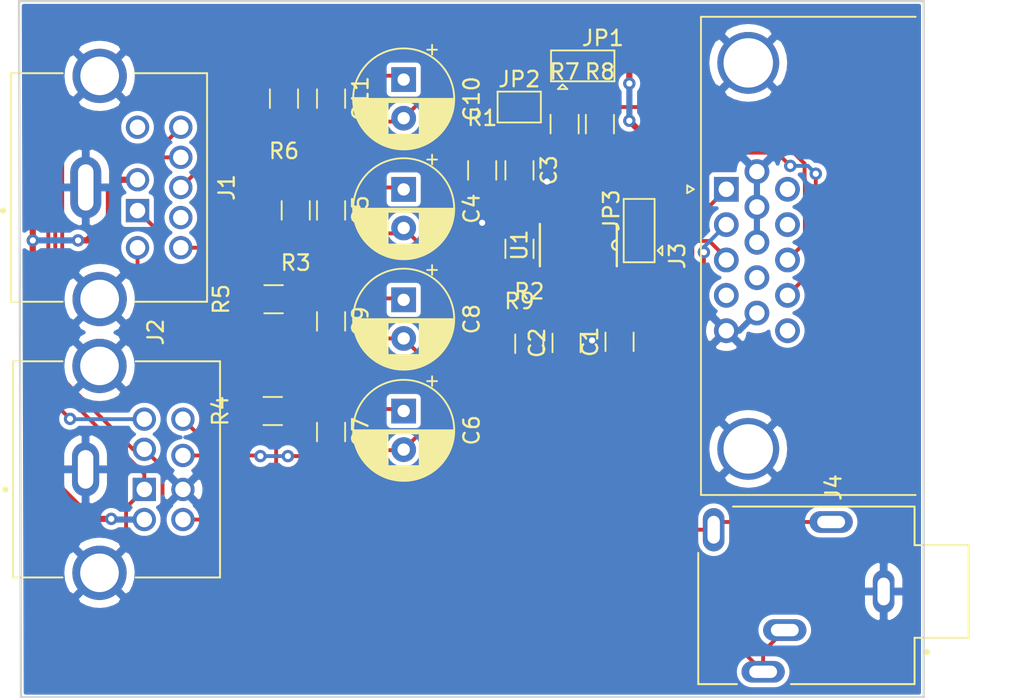
<source format=kicad_pcb>
(kicad_pcb (version 20171130) (host pcbnew "(5.1.8-0-10_14)")

  (general
    (thickness 1.6)
    (drawings 4)
    (tracks 234)
    (zones 0)
    (modules 28)
    (nets 36)
  )

  (page A4)
  (layers
    (0 F.Cu signal)
    (31 B.Cu signal)
    (32 B.Adhes user)
    (33 F.Adhes user)
    (34 B.Paste user)
    (35 F.Paste user)
    (36 B.SilkS user)
    (37 F.SilkS user)
    (38 B.Mask user)
    (39 F.Mask user)
    (40 Dwgs.User user)
    (41 Cmts.User user)
    (42 Eco1.User user)
    (43 Eco2.User user)
    (44 Edge.Cuts user)
    (45 Margin user)
    (46 B.CrtYd user)
    (47 F.CrtYd user)
    (48 B.Fab user hide)
    (49 F.Fab user hide)
  )

  (setup
    (last_trace_width 0.25)
    (trace_clearance 0.2)
    (zone_clearance 0.1)
    (zone_45_only no)
    (trace_min 0.2)
    (via_size 0.8)
    (via_drill 0.4)
    (via_min_size 0.4)
    (via_min_drill 0.3)
    (uvia_size 0.3)
    (uvia_drill 0.1)
    (uvias_allowed no)
    (uvia_min_size 0.2)
    (uvia_min_drill 0.1)
    (edge_width 0.15)
    (segment_width 0.2)
    (pcb_text_width 0.3)
    (pcb_text_size 1.5 1.5)
    (mod_edge_width 0.15)
    (mod_text_size 1 1)
    (mod_text_width 0.15)
    (pad_size 1.524 1.524)
    (pad_drill 0.762)
    (pad_to_mask_clearance 0.051)
    (solder_mask_min_width 0.25)
    (aux_axis_origin 0 0)
    (grid_origin 109.22 107.95)
    (visible_elements FFFFFF7F)
    (pcbplotparams
      (layerselection 0x010fc_ffffffff)
      (usegerberextensions false)
      (usegerberattributes false)
      (usegerberadvancedattributes false)
      (creategerberjobfile false)
      (excludeedgelayer true)
      (linewidth 0.100000)
      (plotframeref false)
      (viasonmask false)
      (mode 1)
      (useauxorigin false)
      (hpglpennumber 1)
      (hpglpenspeed 20)
      (hpglpendiameter 15.000000)
      (psnegative false)
      (psa4output false)
      (plotreference true)
      (plotvalue true)
      (plotinvisibletext false)
      (padsonsilk false)
      (subtractmaskfromsilk false)
      (outputformat 1)
      (mirror false)
      (drillshape 0)
      (scaleselection 1)
      (outputdirectory "Gerber/"))
  )

  (net 0 "")
  (net 1 GND)
  (net 2 +5V)
  (net 3 "Net-(C2-Pad1)")
  (net 4 "Net-(C3-Pad1)")
  (net 5 CSYNC_75)
  (net 6 RED_75)
  (net 7 "Net-(C4-Pad1)")
  (net 8 "Net-(C6-Pad1)")
  (net 9 GREEN_75)
  (net 10 BLUE_75)
  (net 11 "Net-(C8-Pad1)")
  (net 12 "Net-(C10-Pad1)")
  (net 13 "Net-(C10-Pad2)")
  (net 14 BLUE_IN)
  (net 15 RED_IN)
  (net 16 GREEN_IN)
  (net 17 "Net-(J1-Pad6)")
  (net 18 AUD_RIGHT)
  (net 19 "Net-(J1-Pad4)")
  (net 20 AUD_LEFT)
  (net 21 CSYNC_IN)
  (net 22 "Net-(J3-Pad4)")
  (net 23 "Net-(J3-Pad9)")
  (net 24 "Net-(J3-Pad11)")
  (net 25 "Net-(J3-Pad12)")
  (net 26 HSYNC_75)
  (net 27 "Net-(J3-Pad15)")
  (net 28 "Net-(JP1-Pad1)")
  (net 29 "Net-(U1-Pad5)")
  (net 30 "Net-(JP2-Pad1)")
  (net 31 "Net-(JP3-Pad2)")
  (net 32 VSYNC_75)
  (net 33 "Net-(R9-Pad2)")
  (net 34 "Net-(JP3-Pad3)")
  (net 35 "Net-(JP3-Pad1)")

  (net_class Default "This is the default net class."
    (clearance 0.2)
    (trace_width 0.25)
    (via_dia 0.8)
    (via_drill 0.4)
    (uvia_dia 0.3)
    (uvia_drill 0.1)
    (add_net AUD_LEFT)
    (add_net AUD_RIGHT)
    (add_net BLUE_75)
    (add_net BLUE_IN)
    (add_net CSYNC_75)
    (add_net CSYNC_IN)
    (add_net GREEN_75)
    (add_net GREEN_IN)
    (add_net HSYNC_75)
    (add_net "Net-(C10-Pad1)")
    (add_net "Net-(C10-Pad2)")
    (add_net "Net-(C2-Pad1)")
    (add_net "Net-(C3-Pad1)")
    (add_net "Net-(C4-Pad1)")
    (add_net "Net-(C6-Pad1)")
    (add_net "Net-(C8-Pad1)")
    (add_net "Net-(J1-Pad4)")
    (add_net "Net-(J1-Pad6)")
    (add_net "Net-(J3-Pad11)")
    (add_net "Net-(J3-Pad12)")
    (add_net "Net-(J3-Pad15)")
    (add_net "Net-(J3-Pad4)")
    (add_net "Net-(J3-Pad9)")
    (add_net "Net-(JP1-Pad1)")
    (add_net "Net-(JP2-Pad1)")
    (add_net "Net-(JP3-Pad1)")
    (add_net "Net-(JP3-Pad2)")
    (add_net "Net-(JP3-Pad3)")
    (add_net "Net-(R9-Pad2)")
    (add_net "Net-(U1-Pad5)")
    (add_net RED_75)
    (add_net RED_IN)
    (add_net VSYNC_75)
  )

  (net_class Power ""
    (clearance 0.3)
    (trace_width 0.4)
    (via_dia 0.8)
    (via_drill 0.4)
    (uvia_dia 0.3)
    (uvia_drill 0.1)
    (add_net +5V)
    (add_net GND)
  )

  (module backporch:CUI_MD-80SM (layer F.Cu) (tedit 601E0CD3) (tstamp 6023FDF9)
    (at 90.635 87.472 270)
    (path /601DBBF9)
    (fp_text reference J2 (at -8.89 -2.54 90) (layer F.SilkS)
      (effects (font (size 1 1) (thickness 0.15)))
    )
    (fp_text value MD-80SM (at -0.015 -8.135 90) (layer F.Fab)
      (effects (font (size 1 1) (thickness 0.015)))
    )
    (fp_circle (center 1.3 7.2) (end 1.4 7.2) (layer F.Fab) (width 0.2))
    (fp_circle (center 1.3 7.2) (end 1.4 7.2) (layer F.SilkS) (width 0.2))
    (fp_line (start -7 -6.7) (end -7 -1.25) (layer F.SilkS) (width 0.127))
    (fp_line (start -7 6.7) (end -7 3.5) (layer F.SilkS) (width 0.127))
    (fp_line (start 7 -6.7) (end 7 -1.25) (layer F.SilkS) (width 0.127))
    (fp_line (start 7 6.7) (end 7 3.5) (layer F.SilkS) (width 0.127))
    (fp_line (start 7.25 6.95) (end 7.25 3.11) (layer F.CrtYd) (width 0.05))
    (fp_line (start 8.71 3.11) (end 7.25 3.11) (layer F.CrtYd) (width 0.05))
    (fp_line (start 8.71 -0.91) (end 8.71 3.11) (layer F.CrtYd) (width 0.05))
    (fp_line (start 7.25 -0.91) (end 8.71 -0.91) (layer F.CrtYd) (width 0.05))
    (fp_line (start 7.25 -6.95) (end 7.25 -0.91) (layer F.CrtYd) (width 0.05))
    (fp_line (start -7.25 -6.95) (end 7.25 -6.95) (layer F.CrtYd) (width 0.05))
    (fp_line (start -7.25 -0.91) (end -7.25 -6.95) (layer F.CrtYd) (width 0.05))
    (fp_line (start -8.71 -0.91) (end -7.25 -0.91) (layer F.CrtYd) (width 0.05))
    (fp_line (start -8.71 3.11) (end -8.71 -0.91) (layer F.CrtYd) (width 0.05))
    (fp_line (start -7.25 3.11) (end -8.71 3.11) (layer F.CrtYd) (width 0.05))
    (fp_line (start -7.25 6.95) (end -7.25 3.11) (layer F.CrtYd) (width 0.05))
    (fp_line (start 7.25 6.95) (end -7.25 6.95) (layer F.CrtYd) (width 0.05))
    (fp_line (start -7 -6.7) (end 7 -6.7) (layer F.Fab) (width 0.127))
    (fp_line (start -7 6.7) (end -7 -6.7) (layer F.Fab) (width 0.127))
    (fp_line (start 7 6.7) (end -7 6.7) (layer F.Fab) (width 0.127))
    (fp_line (start 7 -6.7) (end 7 6.7) (layer F.Fab) (width 0.127))
    (fp_line (start -7 -6.7) (end 7 -6.7) (layer F.SilkS) (width 0.127))
    (fp_line (start 7 6.7) (end -7 6.7) (layer F.SilkS) (width 0.127))
    (pad S1 thru_hole circle (at 6.7 1.1 270) (size 3.516 3.516) (drill 2.5) (layers *.Cu *.Mask)
      (net 1 GND))
    (pad S2 thru_hole circle (at -6.7 1.1 270) (size 3.516 3.516) (drill 2.5) (layers *.Cu *.Mask)
      (net 1 GND))
    (pad S3 thru_hole oval (at 0 2 270) (size 3.5 1.75) (drill oval 2.5 1) (layers *.Cu *.Mask)
      (net 1 GND))
    (pad 1 thru_hole rect (at 1.3 -1.8 270) (size 1.508 1.508) (drill 1) (layers *.Cu *.Mask)
      (net 18 AUD_RIGHT))
    (pad 6 thru_hole circle (at 3.25 -4.3 270) (size 1.508 1.508) (drill 1) (layers *.Cu *.Mask)
      (net 10 BLUE_75))
    (pad 5 thru_hole circle (at 3.25 -1.8 270) (size 1.508 1.508) (drill 1) (layers *.Cu *.Mask)
      (net 2 +5V))
    (pad 3 thru_hole circle (at -3.25 -1.8 270) (size 1.508 1.508) (drill 1) (layers *.Cu *.Mask)
      (net 5 CSYNC_75))
    (pad 8 thru_hole circle (at -3.25 -4.3 270) (size 1.508 1.508) (drill 1) (layers *.Cu *.Mask)
      (net 6 RED_75))
    (pad 2 thru_hole circle (at -1.3 -1.8 270) (size 1.508 1.508) (drill 1) (layers *.Cu *.Mask)
      (net 20 AUD_LEFT))
    (pad 4 thru_hole circle (at 1.3 -4.3 270) (size 1.508 1.508) (drill 1) (layers *.Cu *.Mask)
      (net 1 GND))
    (pad 7 thru_hole circle (at -0.9 -4.3 270) (size 1.508 1.508) (drill 1) (layers *.Cu *.Mask)
      (net 9 GREEN_75))
  )

  (module Capacitor_THT:CP_Radial_D6.3mm_P2.50mm (layer F.Cu) (tedit 5AE50EF0) (tstamp 602392DA)
    (at 109.22 69.342 270)
    (descr "CP, Radial series, Radial, pin pitch=2.50mm, , diameter=6.3mm, Electrolytic Capacitor")
    (tags "CP Radial series Radial pin pitch 2.50mm  diameter 6.3mm Electrolytic Capacitor")
    (path /6014BF2E)
    (fp_text reference C4 (at 1.25 -4.4 90) (layer F.SilkS)
      (effects (font (size 1 1) (thickness 0.15)))
    )
    (fp_text value 330uF (at 1.25 4.4 90) (layer F.Fab)
      (effects (font (size 1 1) (thickness 0.15)))
    )
    (fp_line (start -1.935241 -2.154) (end -1.935241 -1.524) (layer F.SilkS) (width 0.12))
    (fp_line (start -2.250241 -1.839) (end -1.620241 -1.839) (layer F.SilkS) (width 0.12))
    (fp_line (start 4.491 -0.402) (end 4.491 0.402) (layer F.SilkS) (width 0.12))
    (fp_line (start 4.451 -0.633) (end 4.451 0.633) (layer F.SilkS) (width 0.12))
    (fp_line (start 4.411 -0.802) (end 4.411 0.802) (layer F.SilkS) (width 0.12))
    (fp_line (start 4.371 -0.94) (end 4.371 0.94) (layer F.SilkS) (width 0.12))
    (fp_line (start 4.331 -1.059) (end 4.331 1.059) (layer F.SilkS) (width 0.12))
    (fp_line (start 4.291 -1.165) (end 4.291 1.165) (layer F.SilkS) (width 0.12))
    (fp_line (start 4.251 -1.262) (end 4.251 1.262) (layer F.SilkS) (width 0.12))
    (fp_line (start 4.211 -1.35) (end 4.211 1.35) (layer F.SilkS) (width 0.12))
    (fp_line (start 4.171 -1.432) (end 4.171 1.432) (layer F.SilkS) (width 0.12))
    (fp_line (start 4.131 -1.509) (end 4.131 1.509) (layer F.SilkS) (width 0.12))
    (fp_line (start 4.091 -1.581) (end 4.091 1.581) (layer F.SilkS) (width 0.12))
    (fp_line (start 4.051 -1.65) (end 4.051 1.65) (layer F.SilkS) (width 0.12))
    (fp_line (start 4.011 -1.714) (end 4.011 1.714) (layer F.SilkS) (width 0.12))
    (fp_line (start 3.971 -1.776) (end 3.971 1.776) (layer F.SilkS) (width 0.12))
    (fp_line (start 3.931 -1.834) (end 3.931 1.834) (layer F.SilkS) (width 0.12))
    (fp_line (start 3.891 -1.89) (end 3.891 1.89) (layer F.SilkS) (width 0.12))
    (fp_line (start 3.851 -1.944) (end 3.851 1.944) (layer F.SilkS) (width 0.12))
    (fp_line (start 3.811 -1.995) (end 3.811 1.995) (layer F.SilkS) (width 0.12))
    (fp_line (start 3.771 -2.044) (end 3.771 2.044) (layer F.SilkS) (width 0.12))
    (fp_line (start 3.731 -2.092) (end 3.731 2.092) (layer F.SilkS) (width 0.12))
    (fp_line (start 3.691 -2.137) (end 3.691 2.137) (layer F.SilkS) (width 0.12))
    (fp_line (start 3.651 -2.182) (end 3.651 2.182) (layer F.SilkS) (width 0.12))
    (fp_line (start 3.611 -2.224) (end 3.611 2.224) (layer F.SilkS) (width 0.12))
    (fp_line (start 3.571 -2.265) (end 3.571 2.265) (layer F.SilkS) (width 0.12))
    (fp_line (start 3.531 1.04) (end 3.531 2.305) (layer F.SilkS) (width 0.12))
    (fp_line (start 3.531 -2.305) (end 3.531 -1.04) (layer F.SilkS) (width 0.12))
    (fp_line (start 3.491 1.04) (end 3.491 2.343) (layer F.SilkS) (width 0.12))
    (fp_line (start 3.491 -2.343) (end 3.491 -1.04) (layer F.SilkS) (width 0.12))
    (fp_line (start 3.451 1.04) (end 3.451 2.38) (layer F.SilkS) (width 0.12))
    (fp_line (start 3.451 -2.38) (end 3.451 -1.04) (layer F.SilkS) (width 0.12))
    (fp_line (start 3.411 1.04) (end 3.411 2.416) (layer F.SilkS) (width 0.12))
    (fp_line (start 3.411 -2.416) (end 3.411 -1.04) (layer F.SilkS) (width 0.12))
    (fp_line (start 3.371 1.04) (end 3.371 2.45) (layer F.SilkS) (width 0.12))
    (fp_line (start 3.371 -2.45) (end 3.371 -1.04) (layer F.SilkS) (width 0.12))
    (fp_line (start 3.331 1.04) (end 3.331 2.484) (layer F.SilkS) (width 0.12))
    (fp_line (start 3.331 -2.484) (end 3.331 -1.04) (layer F.SilkS) (width 0.12))
    (fp_line (start 3.291 1.04) (end 3.291 2.516) (layer F.SilkS) (width 0.12))
    (fp_line (start 3.291 -2.516) (end 3.291 -1.04) (layer F.SilkS) (width 0.12))
    (fp_line (start 3.251 1.04) (end 3.251 2.548) (layer F.SilkS) (width 0.12))
    (fp_line (start 3.251 -2.548) (end 3.251 -1.04) (layer F.SilkS) (width 0.12))
    (fp_line (start 3.211 1.04) (end 3.211 2.578) (layer F.SilkS) (width 0.12))
    (fp_line (start 3.211 -2.578) (end 3.211 -1.04) (layer F.SilkS) (width 0.12))
    (fp_line (start 3.171 1.04) (end 3.171 2.607) (layer F.SilkS) (width 0.12))
    (fp_line (start 3.171 -2.607) (end 3.171 -1.04) (layer F.SilkS) (width 0.12))
    (fp_line (start 3.131 1.04) (end 3.131 2.636) (layer F.SilkS) (width 0.12))
    (fp_line (start 3.131 -2.636) (end 3.131 -1.04) (layer F.SilkS) (width 0.12))
    (fp_line (start 3.091 1.04) (end 3.091 2.664) (layer F.SilkS) (width 0.12))
    (fp_line (start 3.091 -2.664) (end 3.091 -1.04) (layer F.SilkS) (width 0.12))
    (fp_line (start 3.051 1.04) (end 3.051 2.69) (layer F.SilkS) (width 0.12))
    (fp_line (start 3.051 -2.69) (end 3.051 -1.04) (layer F.SilkS) (width 0.12))
    (fp_line (start 3.011 1.04) (end 3.011 2.716) (layer F.SilkS) (width 0.12))
    (fp_line (start 3.011 -2.716) (end 3.011 -1.04) (layer F.SilkS) (width 0.12))
    (fp_line (start 2.971 1.04) (end 2.971 2.742) (layer F.SilkS) (width 0.12))
    (fp_line (start 2.971 -2.742) (end 2.971 -1.04) (layer F.SilkS) (width 0.12))
    (fp_line (start 2.931 1.04) (end 2.931 2.766) (layer F.SilkS) (width 0.12))
    (fp_line (start 2.931 -2.766) (end 2.931 -1.04) (layer F.SilkS) (width 0.12))
    (fp_line (start 2.891 1.04) (end 2.891 2.79) (layer F.SilkS) (width 0.12))
    (fp_line (start 2.891 -2.79) (end 2.891 -1.04) (layer F.SilkS) (width 0.12))
    (fp_line (start 2.851 1.04) (end 2.851 2.812) (layer F.SilkS) (width 0.12))
    (fp_line (start 2.851 -2.812) (end 2.851 -1.04) (layer F.SilkS) (width 0.12))
    (fp_line (start 2.811 1.04) (end 2.811 2.834) (layer F.SilkS) (width 0.12))
    (fp_line (start 2.811 -2.834) (end 2.811 -1.04) (layer F.SilkS) (width 0.12))
    (fp_line (start 2.771 1.04) (end 2.771 2.856) (layer F.SilkS) (width 0.12))
    (fp_line (start 2.771 -2.856) (end 2.771 -1.04) (layer F.SilkS) (width 0.12))
    (fp_line (start 2.731 1.04) (end 2.731 2.876) (layer F.SilkS) (width 0.12))
    (fp_line (start 2.731 -2.876) (end 2.731 -1.04) (layer F.SilkS) (width 0.12))
    (fp_line (start 2.691 1.04) (end 2.691 2.896) (layer F.SilkS) (width 0.12))
    (fp_line (start 2.691 -2.896) (end 2.691 -1.04) (layer F.SilkS) (width 0.12))
    (fp_line (start 2.651 1.04) (end 2.651 2.916) (layer F.SilkS) (width 0.12))
    (fp_line (start 2.651 -2.916) (end 2.651 -1.04) (layer F.SilkS) (width 0.12))
    (fp_line (start 2.611 1.04) (end 2.611 2.934) (layer F.SilkS) (width 0.12))
    (fp_line (start 2.611 -2.934) (end 2.611 -1.04) (layer F.SilkS) (width 0.12))
    (fp_line (start 2.571 1.04) (end 2.571 2.952) (layer F.SilkS) (width 0.12))
    (fp_line (start 2.571 -2.952) (end 2.571 -1.04) (layer F.SilkS) (width 0.12))
    (fp_line (start 2.531 1.04) (end 2.531 2.97) (layer F.SilkS) (width 0.12))
    (fp_line (start 2.531 -2.97) (end 2.531 -1.04) (layer F.SilkS) (width 0.12))
    (fp_line (start 2.491 1.04) (end 2.491 2.986) (layer F.SilkS) (width 0.12))
    (fp_line (start 2.491 -2.986) (end 2.491 -1.04) (layer F.SilkS) (width 0.12))
    (fp_line (start 2.451 1.04) (end 2.451 3.002) (layer F.SilkS) (width 0.12))
    (fp_line (start 2.451 -3.002) (end 2.451 -1.04) (layer F.SilkS) (width 0.12))
    (fp_line (start 2.411 1.04) (end 2.411 3.018) (layer F.SilkS) (width 0.12))
    (fp_line (start 2.411 -3.018) (end 2.411 -1.04) (layer F.SilkS) (width 0.12))
    (fp_line (start 2.371 1.04) (end 2.371 3.033) (layer F.SilkS) (width 0.12))
    (fp_line (start 2.371 -3.033) (end 2.371 -1.04) (layer F.SilkS) (width 0.12))
    (fp_line (start 2.331 1.04) (end 2.331 3.047) (layer F.SilkS) (width 0.12))
    (fp_line (start 2.331 -3.047) (end 2.331 -1.04) (layer F.SilkS) (width 0.12))
    (fp_line (start 2.291 1.04) (end 2.291 3.061) (layer F.SilkS) (width 0.12))
    (fp_line (start 2.291 -3.061) (end 2.291 -1.04) (layer F.SilkS) (width 0.12))
    (fp_line (start 2.251 1.04) (end 2.251 3.074) (layer F.SilkS) (width 0.12))
    (fp_line (start 2.251 -3.074) (end 2.251 -1.04) (layer F.SilkS) (width 0.12))
    (fp_line (start 2.211 1.04) (end 2.211 3.086) (layer F.SilkS) (width 0.12))
    (fp_line (start 2.211 -3.086) (end 2.211 -1.04) (layer F.SilkS) (width 0.12))
    (fp_line (start 2.171 1.04) (end 2.171 3.098) (layer F.SilkS) (width 0.12))
    (fp_line (start 2.171 -3.098) (end 2.171 -1.04) (layer F.SilkS) (width 0.12))
    (fp_line (start 2.131 1.04) (end 2.131 3.11) (layer F.SilkS) (width 0.12))
    (fp_line (start 2.131 -3.11) (end 2.131 -1.04) (layer F.SilkS) (width 0.12))
    (fp_line (start 2.091 1.04) (end 2.091 3.121) (layer F.SilkS) (width 0.12))
    (fp_line (start 2.091 -3.121) (end 2.091 -1.04) (layer F.SilkS) (width 0.12))
    (fp_line (start 2.051 1.04) (end 2.051 3.131) (layer F.SilkS) (width 0.12))
    (fp_line (start 2.051 -3.131) (end 2.051 -1.04) (layer F.SilkS) (width 0.12))
    (fp_line (start 2.011 1.04) (end 2.011 3.141) (layer F.SilkS) (width 0.12))
    (fp_line (start 2.011 -3.141) (end 2.011 -1.04) (layer F.SilkS) (width 0.12))
    (fp_line (start 1.971 1.04) (end 1.971 3.15) (layer F.SilkS) (width 0.12))
    (fp_line (start 1.971 -3.15) (end 1.971 -1.04) (layer F.SilkS) (width 0.12))
    (fp_line (start 1.93 1.04) (end 1.93 3.159) (layer F.SilkS) (width 0.12))
    (fp_line (start 1.93 -3.159) (end 1.93 -1.04) (layer F.SilkS) (width 0.12))
    (fp_line (start 1.89 1.04) (end 1.89 3.167) (layer F.SilkS) (width 0.12))
    (fp_line (start 1.89 -3.167) (end 1.89 -1.04) (layer F.SilkS) (width 0.12))
    (fp_line (start 1.85 1.04) (end 1.85 3.175) (layer F.SilkS) (width 0.12))
    (fp_line (start 1.85 -3.175) (end 1.85 -1.04) (layer F.SilkS) (width 0.12))
    (fp_line (start 1.81 1.04) (end 1.81 3.182) (layer F.SilkS) (width 0.12))
    (fp_line (start 1.81 -3.182) (end 1.81 -1.04) (layer F.SilkS) (width 0.12))
    (fp_line (start 1.77 1.04) (end 1.77 3.189) (layer F.SilkS) (width 0.12))
    (fp_line (start 1.77 -3.189) (end 1.77 -1.04) (layer F.SilkS) (width 0.12))
    (fp_line (start 1.73 1.04) (end 1.73 3.195) (layer F.SilkS) (width 0.12))
    (fp_line (start 1.73 -3.195) (end 1.73 -1.04) (layer F.SilkS) (width 0.12))
    (fp_line (start 1.69 1.04) (end 1.69 3.201) (layer F.SilkS) (width 0.12))
    (fp_line (start 1.69 -3.201) (end 1.69 -1.04) (layer F.SilkS) (width 0.12))
    (fp_line (start 1.65 1.04) (end 1.65 3.206) (layer F.SilkS) (width 0.12))
    (fp_line (start 1.65 -3.206) (end 1.65 -1.04) (layer F.SilkS) (width 0.12))
    (fp_line (start 1.61 1.04) (end 1.61 3.211) (layer F.SilkS) (width 0.12))
    (fp_line (start 1.61 -3.211) (end 1.61 -1.04) (layer F.SilkS) (width 0.12))
    (fp_line (start 1.57 1.04) (end 1.57 3.215) (layer F.SilkS) (width 0.12))
    (fp_line (start 1.57 -3.215) (end 1.57 -1.04) (layer F.SilkS) (width 0.12))
    (fp_line (start 1.53 1.04) (end 1.53 3.218) (layer F.SilkS) (width 0.12))
    (fp_line (start 1.53 -3.218) (end 1.53 -1.04) (layer F.SilkS) (width 0.12))
    (fp_line (start 1.49 1.04) (end 1.49 3.222) (layer F.SilkS) (width 0.12))
    (fp_line (start 1.49 -3.222) (end 1.49 -1.04) (layer F.SilkS) (width 0.12))
    (fp_line (start 1.45 -3.224) (end 1.45 3.224) (layer F.SilkS) (width 0.12))
    (fp_line (start 1.41 -3.227) (end 1.41 3.227) (layer F.SilkS) (width 0.12))
    (fp_line (start 1.37 -3.228) (end 1.37 3.228) (layer F.SilkS) (width 0.12))
    (fp_line (start 1.33 -3.23) (end 1.33 3.23) (layer F.SilkS) (width 0.12))
    (fp_line (start 1.29 -3.23) (end 1.29 3.23) (layer F.SilkS) (width 0.12))
    (fp_line (start 1.25 -3.23) (end 1.25 3.23) (layer F.SilkS) (width 0.12))
    (fp_line (start -1.128972 -1.6885) (end -1.128972 -1.0585) (layer F.Fab) (width 0.1))
    (fp_line (start -1.443972 -1.3735) (end -0.813972 -1.3735) (layer F.Fab) (width 0.1))
    (fp_circle (center 1.25 0) (end 4.65 0) (layer F.CrtYd) (width 0.05))
    (fp_circle (center 1.25 0) (end 4.52 0) (layer F.SilkS) (width 0.12))
    (fp_circle (center 1.25 0) (end 4.4 0) (layer F.Fab) (width 0.1))
    (fp_text user %R (at 1.25 0 90) (layer F.Fab)
      (effects (font (size 1 1) (thickness 0.15)))
    )
    (pad 2 thru_hole circle (at 2.5 0 270) (size 1.6 1.6) (drill 0.8) (layers *.Cu *.Mask)
      (net 6 RED_75))
    (pad 1 thru_hole rect (at 0 0 270) (size 1.6 1.6) (drill 0.8) (layers *.Cu *.Mask)
      (net 7 "Net-(C4-Pad1)"))
    (model ${KISYS3DMOD}/Capacitor_THT.3dshapes/CP_Radial_D6.3mm_P2.50mm.wrl
      (at (xyz 0 0 0))
      (scale (xyz 1 1 1))
      (rotate (xyz 0 0 0))
    )
  )

  (module backporch:CUI_MD-90SM (layer F.Cu) (tedit 601E0CE1) (tstamp 6023FDD2)
    (at 90.146 69.215 270)
    (path /60115F8A)
    (fp_text reference J1 (at 0 -7.62 90) (layer F.SilkS)
      (effects (font (size 1 1) (thickness 0.15)))
    )
    (fp_text value MD-90SM (at -0.515 -7.785 90) (layer F.Fab)
      (effects (font (size 1 1) (thickness 0.015)))
    )
    (fp_circle (center 1.5 6.85) (end 1.6 6.85) (layer F.Fab) (width 0.2))
    (fp_circle (center 1.5 6.85) (end 1.6 6.85) (layer F.SilkS) (width 0.2))
    (fp_line (start -7.4 -6.35) (end -7.4 -1.65) (layer F.SilkS) (width 0.127))
    (fp_line (start -7.4 6.35) (end -7.4 3) (layer F.SilkS) (width 0.127))
    (fp_line (start 7.4 -6.35) (end 7.4 -1.65) (layer F.SilkS) (width 0.127))
    (fp_line (start 7.4 6.35) (end 7.4 3) (layer F.SilkS) (width 0.127))
    (fp_line (start 7.65 6.6) (end 7.65 2.61) (layer F.CrtYd) (width 0.05))
    (fp_line (start 9.235 2.61) (end 7.65 2.61) (layer F.CrtYd) (width 0.05))
    (fp_line (start 9.235 -1.41) (end 9.235 2.61) (layer F.CrtYd) (width 0.05))
    (fp_line (start 7.65 -1.41) (end 9.235 -1.41) (layer F.CrtYd) (width 0.05))
    (fp_line (start 7.65 -6.6) (end 7.65 -1.41) (layer F.CrtYd) (width 0.05))
    (fp_line (start -7.65 -6.6) (end 7.65 -6.6) (layer F.CrtYd) (width 0.05))
    (fp_line (start -7.65 -1.41) (end -7.65 -6.6) (layer F.CrtYd) (width 0.05))
    (fp_line (start -9.235 -1.41) (end -7.65 -1.41) (layer F.CrtYd) (width 0.05))
    (fp_line (start -9.235 2.61) (end -9.235 -1.41) (layer F.CrtYd) (width 0.05))
    (fp_line (start -7.65 2.61) (end -9.235 2.61) (layer F.CrtYd) (width 0.05))
    (fp_line (start -7.65 6.6) (end -7.65 2.61) (layer F.CrtYd) (width 0.05))
    (fp_line (start 7.65 6.6) (end -7.65 6.6) (layer F.CrtYd) (width 0.05))
    (fp_line (start -7.4 -6.35) (end 7.4 -6.35) (layer F.Fab) (width 0.127))
    (fp_line (start -7.4 6.35) (end -7.4 -6.35) (layer F.Fab) (width 0.127))
    (fp_line (start 7.4 6.35) (end -7.4 6.35) (layer F.Fab) (width 0.127))
    (fp_line (start 7.4 -6.35) (end 7.4 6.35) (layer F.Fab) (width 0.127))
    (fp_line (start -7.4 -6.35) (end 7.4 -6.35) (layer F.SilkS) (width 0.127))
    (fp_line (start 7.4 6.35) (end -7.4 6.35) (layer F.SilkS) (width 0.127))
    (pad S1 thru_hole circle (at 7.225 0.6 270) (size 3.516 3.516) (drill 2.5) (layers *.Cu *.Mask)
      (net 1 GND))
    (pad S2 thru_hole circle (at -7.225 0.6 270) (size 3.516 3.516) (drill 2.5) (layers *.Cu *.Mask)
      (net 1 GND))
    (pad S3 thru_hole oval (at 0 1.5 270) (size 4 2) (drill oval 3 1) (layers *.Cu *.Mask)
      (net 1 GND))
    (pad 1 thru_hole rect (at 1.5 -1.85 270) (size 1.508 1.508) (drill 1) (layers *.Cu *.Mask)
      (net 14 BLUE_IN))
    (pad 7 thru_hole circle (at 3.9 -4.65 270) (size 1.508 1.508) (drill 1) (layers *.Cu *.Mask)
      (net 15 RED_IN))
    (pad 3 thru_hole circle (at 3.9 -1.85 270) (size 1.508 1.508) (drill 1) (layers *.Cu *.Mask)
      (net 16 GREEN_IN))
    (pad 6 thru_hole circle (at -3.9 -1.85 270) (size 1.508 1.508) (drill 1) (layers *.Cu *.Mask)
      (net 17 "Net-(J1-Pad6)"))
    (pad 9 thru_hole circle (at -3.9 -4.65 270) (size 1.508 1.508) (drill 1) (layers *.Cu *.Mask)
      (net 18 AUD_RIGHT))
    (pad 2 thru_hole circle (at -0.5 -1.85 270) (size 1.508 1.508) (drill 1) (layers *.Cu *.Mask)
      (net 2 +5V))
    (pad 4 thru_hole circle (at 1.95 -4.65 270) (size 1.508 1.508) (drill 1) (layers *.Cu *.Mask)
      (net 19 "Net-(J1-Pad4)"))
    (pad 8 thru_hole circle (at -1.95 -4.65 270) (size 1.508 1.508) (drill 1) (layers *.Cu *.Mask)
      (net 20 AUD_LEFT))
    (pad 5 thru_hole circle (at 0 -4.65 270) (size 1.508 1.508) (drill 1) (layers *.Cu *.Mask)
      (net 21 CSYNC_IN))
  )

  (module backporch:SOIC127P600X175-8N (layer F.Cu) (tedit 601E0CF0) (tstamp 6023FF5B)
    (at 120.523 72.9488 270)
    (path /60155081)
    (fp_text reference U1 (at 0 3.81 90) (layer F.SilkS)
      (effects (font (size 1 1) (thickness 0.15)))
    )
    (fp_text value EL1883ISZ (at 15.29433 4.67467 90) (layer F.Fab)
      (effects (font (size 1.640378 1.640378) (thickness 0.015)))
    )
    (fp_line (start -0.3048 -2.4892) (end -1.3716 -2.4892) (layer F.SilkS) (width 0.1524))
    (fp_line (start 0.3048 -2.4892) (end -0.3048 -2.4892) (layer F.SilkS) (width 0.1524))
    (fp_line (start 1.3716 -2.4892) (end 0.3048 -2.4892) (layer F.SilkS) (width 0.1524))
    (fp_line (start -1.3716 2.4892) (end 1.3716 2.4892) (layer F.SilkS) (width 0.1524))
    (fp_line (start -2.0066 -2.4892) (end -2.0066 2.4892) (layer F.Fab) (width 0.1))
    (fp_line (start -0.3048 -2.4892) (end -2.0066 -2.4892) (layer F.Fab) (width 0.1))
    (fp_line (start 0.3048 -2.4892) (end -0.3048 -2.4892) (layer F.Fab) (width 0.1))
    (fp_line (start 2.0066 -2.4892) (end 0.3048 -2.4892) (layer F.Fab) (width 0.1))
    (fp_line (start 2.0066 2.4892) (end 2.0066 -2.4892) (layer F.Fab) (width 0.1))
    (fp_line (start -2.0066 2.4892) (end 2.0066 2.4892) (layer F.Fab) (width 0.1))
    (fp_line (start 3.0988 -2.159) (end 2.0066 -2.159) (layer F.Fab) (width 0.1))
    (fp_line (start 3.0988 -1.651) (end 3.0988 -2.159) (layer F.Fab) (width 0.1))
    (fp_line (start 2.0066 -1.651) (end 3.0988 -1.651) (layer F.Fab) (width 0.1))
    (fp_line (start 2.0066 -2.159) (end 2.0066 -1.651) (layer F.Fab) (width 0.1))
    (fp_line (start 3.0988 -0.889) (end 2.0066 -0.889) (layer F.Fab) (width 0.1))
    (fp_line (start 3.0988 -0.381) (end 3.0988 -0.889) (layer F.Fab) (width 0.1))
    (fp_line (start 2.0066 -0.381) (end 3.0988 -0.381) (layer F.Fab) (width 0.1))
    (fp_line (start 2.0066 -0.889) (end 2.0066 -0.381) (layer F.Fab) (width 0.1))
    (fp_line (start 3.0988 0.381) (end 2.0066 0.381) (layer F.Fab) (width 0.1))
    (fp_line (start 3.0988 0.889) (end 3.0988 0.381) (layer F.Fab) (width 0.1))
    (fp_line (start 2.0066 0.889) (end 3.0988 0.889) (layer F.Fab) (width 0.1))
    (fp_line (start 2.0066 0.381) (end 2.0066 0.889) (layer F.Fab) (width 0.1))
    (fp_line (start 3.0988 1.651) (end 2.0066 1.651) (layer F.Fab) (width 0.1))
    (fp_line (start 3.0988 2.159) (end 3.0988 1.651) (layer F.Fab) (width 0.1))
    (fp_line (start 2.0066 2.159) (end 3.0988 2.159) (layer F.Fab) (width 0.1))
    (fp_line (start 2.0066 1.651) (end 2.0066 2.159) (layer F.Fab) (width 0.1))
    (fp_line (start -3.0988 2.159) (end -2.0066 2.159) (layer F.Fab) (width 0.1))
    (fp_line (start -3.0988 1.651) (end -3.0988 2.159) (layer F.Fab) (width 0.1))
    (fp_line (start -2.0066 1.651) (end -3.0988 1.651) (layer F.Fab) (width 0.1))
    (fp_line (start -2.0066 2.159) (end -2.0066 1.651) (layer F.Fab) (width 0.1))
    (fp_line (start -3.0988 0.889) (end -2.0066 0.889) (layer F.Fab) (width 0.1))
    (fp_line (start -3.0988 0.381) (end -3.0988 0.889) (layer F.Fab) (width 0.1))
    (fp_line (start -2.0066 0.381) (end -3.0988 0.381) (layer F.Fab) (width 0.1))
    (fp_line (start -2.0066 0.889) (end -2.0066 0.381) (layer F.Fab) (width 0.1))
    (fp_line (start -3.0988 -0.381) (end -2.0066 -0.381) (layer F.Fab) (width 0.1))
    (fp_line (start -3.0988 -0.889) (end -3.0988 -0.381) (layer F.Fab) (width 0.1))
    (fp_line (start -2.0066 -0.889) (end -3.0988 -0.889) (layer F.Fab) (width 0.1))
    (fp_line (start -2.0066 -0.381) (end -2.0066 -0.889) (layer F.Fab) (width 0.1))
    (fp_line (start -3.0988 -1.651) (end -2.0066 -1.651) (layer F.Fab) (width 0.1))
    (fp_line (start -3.0988 -2.159) (end -3.0988 -1.651) (layer F.Fab) (width 0.1))
    (fp_line (start -2.0066 -2.159) (end -3.0988 -2.159) (layer F.Fab) (width 0.1))
    (fp_line (start -2.0066 -1.651) (end -2.0066 -2.159) (layer F.Fab) (width 0.1))
    (fp_arc (start 0 -2.4892) (end -0.3048 -2.4892) (angle -180) (layer F.Fab) (width 0.1))
    (fp_arc (start 0 -2.4892) (end -0.3048 -2.4892) (angle -180) (layer F.SilkS) (width 0.1524))
    (pad 1 smd rect (at -2.4638 -1.905 270) (size 1.9812 0.5588) (layers F.Cu F.Paste F.Mask)
      (net 34 "Net-(JP3-Pad3)"))
    (pad 2 smd rect (at -2.4638 -0.635 270) (size 1.9812 0.5588) (layers F.Cu F.Paste F.Mask)
      (net 4 "Net-(C3-Pad1)"))
    (pad 3 smd rect (at -2.4638 0.635 270) (size 1.9812 0.5588) (layers F.Cu F.Paste F.Mask)
      (net 33 "Net-(R9-Pad2)"))
    (pad 4 smd rect (at -2.4638 1.905 270) (size 1.9812 0.5588) (layers F.Cu F.Paste F.Mask)
      (net 1 GND))
    (pad 5 smd rect (at 2.4638 1.905 270) (size 1.9812 0.5588) (layers F.Cu F.Paste F.Mask)
      (net 29 "Net-(U1-Pad5)"))
    (pad 6 smd rect (at 2.4638 0.635 270) (size 1.9812 0.5588) (layers F.Cu F.Paste F.Mask)
      (net 3 "Net-(C2-Pad1)"))
    (pad 7 smd rect (at 2.4638 -0.635 270) (size 1.9812 0.5588) (layers F.Cu F.Paste F.Mask)
      (net 35 "Net-(JP3-Pad1)"))
    (pad 8 smd rect (at 2.4638 -1.905 270) (size 1.9812 0.5588) (layers F.Cu F.Paste F.Mask)
      (net 2 +5V))
  )

  (module backporch:R_1206_3216Metric_Pad1.42x1.75mm_HandSolder (layer F.Cu) (tedit 5B301BBD) (tstamp 6023FF23)
    (at 116.713 73.1885 90)
    (descr "Resistor SMD 1206 (3216 Metric), square (rectangular) end terminal, IPC_7351 nominal with elongated pad for handsoldering. (Body size source: http://www.tortai-tech.com/upload/download/2011102023233369053.pdf), generated with kicad-footprint-generator")
    (tags "resistor handsolder")
    (path /60230196)
    (attr smd)
    (fp_text reference R9 (at -3.3925 0 180) (layer F.SilkS)
      (effects (font (size 1 1) (thickness 0.15)))
    )
    (fp_text value 75R (at 0 1.82 90) (layer F.Fab)
      (effects (font (size 1 1) (thickness 0.15)))
    )
    (fp_line (start 2.45 1.12) (end -2.45 1.12) (layer F.CrtYd) (width 0.05))
    (fp_line (start 2.45 -1.12) (end 2.45 1.12) (layer F.CrtYd) (width 0.05))
    (fp_line (start -2.45 -1.12) (end 2.45 -1.12) (layer F.CrtYd) (width 0.05))
    (fp_line (start -2.45 1.12) (end -2.45 -1.12) (layer F.CrtYd) (width 0.05))
    (fp_line (start -0.602064 0.91) (end 0.602064 0.91) (layer F.SilkS) (width 0.12))
    (fp_line (start -0.602064 -0.91) (end 0.602064 -0.91) (layer F.SilkS) (width 0.12))
    (fp_line (start 1.6 0.8) (end -1.6 0.8) (layer F.Fab) (width 0.1))
    (fp_line (start 1.6 -0.8) (end 1.6 0.8) (layer F.Fab) (width 0.1))
    (fp_line (start -1.6 -0.8) (end 1.6 -0.8) (layer F.Fab) (width 0.1))
    (fp_line (start -1.6 0.8) (end -1.6 -0.8) (layer F.Fab) (width 0.1))
    (fp_text user %R (at 0 0 90) (layer F.Fab)
      (effects (font (size 0.8 0.8) (thickness 0.12)))
    )
    (pad 1 smd roundrect (at -1.4875 0 90) (size 1.425 1.75) (layers F.Cu F.Paste F.Mask) (roundrect_rratio 0.1754385964912281)
      (net 32 VSYNC_75))
    (pad 2 smd roundrect (at 1.4875 0 90) (size 1.425 1.75) (layers F.Cu F.Paste F.Mask) (roundrect_rratio 0.1754385964912281)
      (net 33 "Net-(R9-Pad2)"))
    (model ${KISYS3DMOD}/Resistor_SMD.3dshapes/R_1206_3216Metric.wrl
      (at (xyz 0 0 0))
      (scale (xyz 1 1 1))
      (rotate (xyz 0 0 0))
    )
  )

  (module backporch:R_1206_3216Metric_Pad1.42x1.75mm_HandSolder (layer F.Cu) (tedit 5B301BBD) (tstamp 6023FF12)
    (at 121.92 65.1145 270)
    (descr "Resistor SMD 1206 (3216 Metric), square (rectangular) end terminal, IPC_7351 nominal with elongated pad for handsoldering. (Body size source: http://www.tortai-tech.com/upload/download/2011102023233369053.pdf), generated with kicad-footprint-generator")
    (tags "resistor handsolder")
    (path /6016E6AA)
    (attr smd)
    (fp_text reference R8 (at -3.3925 0 180) (layer F.SilkS)
      (effects (font (size 1 1) (thickness 0.15)))
    )
    (fp_text value 75R (at 0 1.82 90) (layer F.Fab)
      (effects (font (size 1 1) (thickness 0.15)))
    )
    (fp_line (start 2.45 1.12) (end -2.45 1.12) (layer F.CrtYd) (width 0.05))
    (fp_line (start 2.45 -1.12) (end 2.45 1.12) (layer F.CrtYd) (width 0.05))
    (fp_line (start -2.45 -1.12) (end 2.45 -1.12) (layer F.CrtYd) (width 0.05))
    (fp_line (start -2.45 1.12) (end -2.45 -1.12) (layer F.CrtYd) (width 0.05))
    (fp_line (start -0.602064 0.91) (end 0.602064 0.91) (layer F.SilkS) (width 0.12))
    (fp_line (start -0.602064 -0.91) (end 0.602064 -0.91) (layer F.SilkS) (width 0.12))
    (fp_line (start 1.6 0.8) (end -1.6 0.8) (layer F.Fab) (width 0.1))
    (fp_line (start 1.6 -0.8) (end 1.6 0.8) (layer F.Fab) (width 0.1))
    (fp_line (start -1.6 -0.8) (end 1.6 -0.8) (layer F.Fab) (width 0.1))
    (fp_line (start -1.6 0.8) (end -1.6 -0.8) (layer F.Fab) (width 0.1))
    (fp_text user %R (at 0 0 90) (layer F.Fab)
      (effects (font (size 0.8 0.8) (thickness 0.12)))
    )
    (pad 1 smd roundrect (at -1.4875 0 270) (size 1.425 1.75) (layers F.Cu F.Paste F.Mask) (roundrect_rratio 0.1754385964912281)
      (net 26 HSYNC_75))
    (pad 2 smd roundrect (at 1.4875 0 270) (size 1.425 1.75) (layers F.Cu F.Paste F.Mask) (roundrect_rratio 0.1754385964912281)
      (net 31 "Net-(JP3-Pad2)"))
    (model ${KISYS3DMOD}/Resistor_SMD.3dshapes/R_1206_3216Metric.wrl
      (at (xyz 0 0 0))
      (scale (xyz 1 1 1))
      (rotate (xyz 0 0 0))
    )
  )

  (module backporch:R_1206_3216Metric_Pad1.42x1.75mm_HandSolder (layer F.Cu) (tedit 5B301BBD) (tstamp 6023FF01)
    (at 119.634 65.1145 270)
    (descr "Resistor SMD 1206 (3216 Metric), square (rectangular) end terminal, IPC_7351 nominal with elongated pad for handsoldering. (Body size source: http://www.tortai-tech.com/upload/download/2011102023233369053.pdf), generated with kicad-footprint-generator")
    (tags "resistor handsolder")
    (path /6014D4A5)
    (attr smd)
    (fp_text reference R7 (at -3.3925 0 180) (layer F.SilkS)
      (effects (font (size 1 1) (thickness 0.15)))
    )
    (fp_text value 470R (at 0 1.82 90) (layer F.Fab)
      (effects (font (size 1 1) (thickness 0.15)))
    )
    (fp_line (start 2.45 1.12) (end -2.45 1.12) (layer F.CrtYd) (width 0.05))
    (fp_line (start 2.45 -1.12) (end 2.45 1.12) (layer F.CrtYd) (width 0.05))
    (fp_line (start -2.45 -1.12) (end 2.45 -1.12) (layer F.CrtYd) (width 0.05))
    (fp_line (start -2.45 1.12) (end -2.45 -1.12) (layer F.CrtYd) (width 0.05))
    (fp_line (start -0.602064 0.91) (end 0.602064 0.91) (layer F.SilkS) (width 0.12))
    (fp_line (start -0.602064 -0.91) (end 0.602064 -0.91) (layer F.SilkS) (width 0.12))
    (fp_line (start 1.6 0.8) (end -1.6 0.8) (layer F.Fab) (width 0.1))
    (fp_line (start 1.6 -0.8) (end 1.6 0.8) (layer F.Fab) (width 0.1))
    (fp_line (start -1.6 -0.8) (end 1.6 -0.8) (layer F.Fab) (width 0.1))
    (fp_line (start -1.6 0.8) (end -1.6 -0.8) (layer F.Fab) (width 0.1))
    (fp_text user %R (at 0 0 90) (layer F.Fab)
      (effects (font (size 0.8 0.8) (thickness 0.12)))
    )
    (pad 1 smd roundrect (at -1.4875 0 270) (size 1.425 1.75) (layers F.Cu F.Paste F.Mask) (roundrect_rratio 0.1754385964912281)
      (net 28 "Net-(JP1-Pad1)"))
    (pad 2 smd roundrect (at 1.4875 0 270) (size 1.425 1.75) (layers F.Cu F.Paste F.Mask) (roundrect_rratio 0.1754385964912281)
      (net 5 CSYNC_75))
    (model ${KISYS3DMOD}/Resistor_SMD.3dshapes/R_1206_3216Metric.wrl
      (at (xyz 0 0 0))
      (scale (xyz 1 1 1))
      (rotate (xyz 0 0 0))
    )
  )

  (module backporch:R_1206_3216Metric_Pad1.42x1.75mm_HandSolder (layer F.Cu) (tedit 5B301BBD) (tstamp 602398A2)
    (at 101.473 63.4635 90)
    (descr "Resistor SMD 1206 (3216 Metric), square (rectangular) end terminal, IPC_7351 nominal with elongated pad for handsoldering. (Body size source: http://www.tortai-tech.com/upload/download/2011102023233369053.pdf), generated with kicad-footprint-generator")
    (tags "resistor handsolder")
    (path /601501F4)
    (attr smd)
    (fp_text reference R6 (at -3.3925 0 180) (layer F.SilkS)
      (effects (font (size 1 1) (thickness 0.15)))
    )
    (fp_text value 75R (at 0 1.82 90) (layer F.Fab)
      (effects (font (size 1 1) (thickness 0.15)))
    )
    (fp_line (start 2.45 1.12) (end -2.45 1.12) (layer F.CrtYd) (width 0.05))
    (fp_line (start 2.45 -1.12) (end 2.45 1.12) (layer F.CrtYd) (width 0.05))
    (fp_line (start -2.45 -1.12) (end 2.45 -1.12) (layer F.CrtYd) (width 0.05))
    (fp_line (start -2.45 1.12) (end -2.45 -1.12) (layer F.CrtYd) (width 0.05))
    (fp_line (start -0.602064 0.91) (end 0.602064 0.91) (layer F.SilkS) (width 0.12))
    (fp_line (start -0.602064 -0.91) (end 0.602064 -0.91) (layer F.SilkS) (width 0.12))
    (fp_line (start 1.6 0.8) (end -1.6 0.8) (layer F.Fab) (width 0.1))
    (fp_line (start 1.6 -0.8) (end 1.6 0.8) (layer F.Fab) (width 0.1))
    (fp_line (start -1.6 -0.8) (end 1.6 -0.8) (layer F.Fab) (width 0.1))
    (fp_line (start -1.6 0.8) (end -1.6 -0.8) (layer F.Fab) (width 0.1))
    (fp_text user %R (at 0 0 90) (layer F.Fab)
      (effects (font (size 0.8 0.8) (thickness 0.12)))
    )
    (pad 1 smd roundrect (at -1.4875 0 90) (size 1.425 1.75) (layers F.Cu F.Paste F.Mask) (roundrect_rratio 0.1754385964912281)
      (net 21 CSYNC_IN))
    (pad 2 smd roundrect (at 1.4875 0 90) (size 1.425 1.75) (layers F.Cu F.Paste F.Mask) (roundrect_rratio 0.1754385964912281)
      (net 12 "Net-(C10-Pad1)"))
    (model ${KISYS3DMOD}/Resistor_SMD.3dshapes/R_1206_3216Metric.wrl
      (at (xyz 0 0 0))
      (scale (xyz 1 1 1))
      (rotate (xyz 0 0 0))
    )
  )

  (module backporch:R_1206_3216Metric_Pad1.42x1.75mm_HandSolder (layer F.Cu) (tedit 5B301BBD) (tstamp 60239872)
    (at 100.8015 76.454)
    (descr "Resistor SMD 1206 (3216 Metric), square (rectangular) end terminal, IPC_7351 nominal with elongated pad for handsoldering. (Body size source: http://www.tortai-tech.com/upload/download/2011102023233369053.pdf), generated with kicad-footprint-generator")
    (tags "resistor handsolder")
    (path /6014F895)
    (attr smd)
    (fp_text reference R5 (at -3.3925 0 270) (layer F.SilkS)
      (effects (font (size 1 1) (thickness 0.15)))
    )
    (fp_text value 75R (at 0 1.82) (layer F.Fab)
      (effects (font (size 1 1) (thickness 0.15)))
    )
    (fp_line (start 2.45 1.12) (end -2.45 1.12) (layer F.CrtYd) (width 0.05))
    (fp_line (start 2.45 -1.12) (end 2.45 1.12) (layer F.CrtYd) (width 0.05))
    (fp_line (start -2.45 -1.12) (end 2.45 -1.12) (layer F.CrtYd) (width 0.05))
    (fp_line (start -2.45 1.12) (end -2.45 -1.12) (layer F.CrtYd) (width 0.05))
    (fp_line (start -0.602064 0.91) (end 0.602064 0.91) (layer F.SilkS) (width 0.12))
    (fp_line (start -0.602064 -0.91) (end 0.602064 -0.91) (layer F.SilkS) (width 0.12))
    (fp_line (start 1.6 0.8) (end -1.6 0.8) (layer F.Fab) (width 0.1))
    (fp_line (start 1.6 -0.8) (end 1.6 0.8) (layer F.Fab) (width 0.1))
    (fp_line (start -1.6 -0.8) (end 1.6 -0.8) (layer F.Fab) (width 0.1))
    (fp_line (start -1.6 0.8) (end -1.6 -0.8) (layer F.Fab) (width 0.1))
    (fp_text user %R (at 0 0) (layer F.Fab)
      (effects (font (size 0.8 0.8) (thickness 0.12)))
    )
    (pad 1 smd roundrect (at -1.4875 0) (size 1.425 1.75) (layers F.Cu F.Paste F.Mask) (roundrect_rratio 0.1754385964912281)
      (net 14 BLUE_IN))
    (pad 2 smd roundrect (at 1.4875 0) (size 1.425 1.75) (layers F.Cu F.Paste F.Mask) (roundrect_rratio 0.1754385964912281)
      (net 11 "Net-(C8-Pad1)"))
    (model ${KISYS3DMOD}/Resistor_SMD.3dshapes/R_1206_3216Metric.wrl
      (at (xyz 0 0 0))
      (scale (xyz 1 1 1))
      (rotate (xyz 0 0 0))
    )
  )

  (module backporch:R_1206_3216Metric_Pad1.42x1.75mm_HandSolder (layer F.Cu) (tedit 5B301BBD) (tstamp 60239842)
    (at 100.7475 83.693)
    (descr "Resistor SMD 1206 (3216 Metric), square (rectangular) end terminal, IPC_7351 nominal with elongated pad for handsoldering. (Body size source: http://www.tortai-tech.com/upload/download/2011102023233369053.pdf), generated with kicad-footprint-generator")
    (tags "resistor handsolder")
    (path /6014F164)
    (attr smd)
    (fp_text reference R4 (at -3.3925 0 90) (layer F.SilkS)
      (effects (font (size 1 1) (thickness 0.15)))
    )
    (fp_text value 75R (at 0 1.82 180) (layer F.Fab)
      (effects (font (size 1 1) (thickness 0.15)))
    )
    (fp_line (start 2.45 1.12) (end -2.45 1.12) (layer F.CrtYd) (width 0.05))
    (fp_line (start 2.45 -1.12) (end 2.45 1.12) (layer F.CrtYd) (width 0.05))
    (fp_line (start -2.45 -1.12) (end 2.45 -1.12) (layer F.CrtYd) (width 0.05))
    (fp_line (start -2.45 1.12) (end -2.45 -1.12) (layer F.CrtYd) (width 0.05))
    (fp_line (start -0.602064 0.91) (end 0.602064 0.91) (layer F.SilkS) (width 0.12))
    (fp_line (start -0.602064 -0.91) (end 0.602064 -0.91) (layer F.SilkS) (width 0.12))
    (fp_line (start 1.6 0.8) (end -1.6 0.8) (layer F.Fab) (width 0.1))
    (fp_line (start 1.6 -0.8) (end 1.6 0.8) (layer F.Fab) (width 0.1))
    (fp_line (start -1.6 -0.8) (end 1.6 -0.8) (layer F.Fab) (width 0.1))
    (fp_line (start -1.6 0.8) (end -1.6 -0.8) (layer F.Fab) (width 0.1))
    (fp_text user %R (at 0 0 180) (layer F.Fab)
      (effects (font (size 0.8 0.8) (thickness 0.12)))
    )
    (pad 1 smd roundrect (at -1.4875 0) (size 1.425 1.75) (layers F.Cu F.Paste F.Mask) (roundrect_rratio 0.1754385964912281)
      (net 16 GREEN_IN))
    (pad 2 smd roundrect (at 1.4875 0) (size 1.425 1.75) (layers F.Cu F.Paste F.Mask) (roundrect_rratio 0.1754385964912281)
      (net 8 "Net-(C6-Pad1)"))
    (model ${KISYS3DMOD}/Resistor_SMD.3dshapes/R_1206_3216Metric.wrl
      (at (xyz 0 0 0))
      (scale (xyz 1 1 1))
      (rotate (xyz 0 0 0))
    )
  )

  (module backporch:R_1206_3216Metric_Pad1.42x1.75mm_HandSolder (layer F.Cu) (tedit 5B301BBD) (tstamp 602395F9)
    (at 102.235 70.7025 90)
    (descr "Resistor SMD 1206 (3216 Metric), square (rectangular) end terminal, IPC_7351 nominal with elongated pad for handsoldering. (Body size source: http://www.tortai-tech.com/upload/download/2011102023233369053.pdf), generated with kicad-footprint-generator")
    (tags "resistor handsolder")
    (path /6014BF26)
    (attr smd)
    (fp_text reference R3 (at -3.3925 0) (layer F.SilkS)
      (effects (font (size 1 1) (thickness 0.15)))
    )
    (fp_text value 75R (at 0 1.82 270) (layer F.Fab)
      (effects (font (size 1 1) (thickness 0.15)))
    )
    (fp_line (start 2.45 1.12) (end -2.45 1.12) (layer F.CrtYd) (width 0.05))
    (fp_line (start 2.45 -1.12) (end 2.45 1.12) (layer F.CrtYd) (width 0.05))
    (fp_line (start -2.45 -1.12) (end 2.45 -1.12) (layer F.CrtYd) (width 0.05))
    (fp_line (start -2.45 1.12) (end -2.45 -1.12) (layer F.CrtYd) (width 0.05))
    (fp_line (start -0.602064 0.91) (end 0.602064 0.91) (layer F.SilkS) (width 0.12))
    (fp_line (start -0.602064 -0.91) (end 0.602064 -0.91) (layer F.SilkS) (width 0.12))
    (fp_line (start 1.6 0.8) (end -1.6 0.8) (layer F.Fab) (width 0.1))
    (fp_line (start 1.6 -0.8) (end 1.6 0.8) (layer F.Fab) (width 0.1))
    (fp_line (start -1.6 -0.8) (end 1.6 -0.8) (layer F.Fab) (width 0.1))
    (fp_line (start -1.6 0.8) (end -1.6 -0.8) (layer F.Fab) (width 0.1))
    (fp_text user %R (at 0 0 270) (layer F.Fab)
      (effects (font (size 0.8 0.8) (thickness 0.12)))
    )
    (pad 1 smd roundrect (at -1.4875 0 90) (size 1.425 1.75) (layers F.Cu F.Paste F.Mask) (roundrect_rratio 0.1754385964912281)
      (net 15 RED_IN))
    (pad 2 smd roundrect (at 1.4875 0 90) (size 1.425 1.75) (layers F.Cu F.Paste F.Mask) (roundrect_rratio 0.1754385964912281)
      (net 7 "Net-(C4-Pad1)"))
    (model ${KISYS3DMOD}/Resistor_SMD.3dshapes/R_1206_3216Metric.wrl
      (at (xyz 0 0 0))
      (scale (xyz 1 1 1))
      (rotate (xyz 0 0 0))
    )
  )

  (module backporch:R_1206_3216Metric_Pad1.42x1.75mm_HandSolder (layer F.Cu) (tedit 5B301BBD) (tstamp 6023FEAC)
    (at 117.348 79.3385 270)
    (descr "Resistor SMD 1206 (3216 Metric), square (rectangular) end terminal, IPC_7351 nominal with elongated pad for handsoldering. (Body size source: http://www.tortai-tech.com/upload/download/2011102023233369053.pdf), generated with kicad-footprint-generator")
    (tags "resistor handsolder")
    (path /60157A66)
    (attr smd)
    (fp_text reference R2 (at -3.3925 0 180) (layer F.SilkS)
      (effects (font (size 1 1) (thickness 0.15)))
    )
    (fp_text value 681kR (at 0 1.82 90) (layer F.Fab)
      (effects (font (size 1 1) (thickness 0.15)))
    )
    (fp_line (start 2.45 1.12) (end -2.45 1.12) (layer F.CrtYd) (width 0.05))
    (fp_line (start 2.45 -1.12) (end 2.45 1.12) (layer F.CrtYd) (width 0.05))
    (fp_line (start -2.45 -1.12) (end 2.45 -1.12) (layer F.CrtYd) (width 0.05))
    (fp_line (start -2.45 1.12) (end -2.45 -1.12) (layer F.CrtYd) (width 0.05))
    (fp_line (start -0.602064 0.91) (end 0.602064 0.91) (layer F.SilkS) (width 0.12))
    (fp_line (start -0.602064 -0.91) (end 0.602064 -0.91) (layer F.SilkS) (width 0.12))
    (fp_line (start 1.6 0.8) (end -1.6 0.8) (layer F.Fab) (width 0.1))
    (fp_line (start 1.6 -0.8) (end 1.6 0.8) (layer F.Fab) (width 0.1))
    (fp_line (start -1.6 -0.8) (end 1.6 -0.8) (layer F.Fab) (width 0.1))
    (fp_line (start -1.6 0.8) (end -1.6 -0.8) (layer F.Fab) (width 0.1))
    (fp_text user %R (at 0 0 90) (layer F.Fab)
      (effects (font (size 0.8 0.8) (thickness 0.12)))
    )
    (pad 1 smd roundrect (at -1.4875 0 270) (size 1.425 1.75) (layers F.Cu F.Paste F.Mask) (roundrect_rratio 0.1754385964912281)
      (net 3 "Net-(C2-Pad1)"))
    (pad 2 smd roundrect (at 1.4875 0 270) (size 1.425 1.75) (layers F.Cu F.Paste F.Mask) (roundrect_rratio 0.1754385964912281)
      (net 1 GND))
    (model ${KISYS3DMOD}/Resistor_SMD.3dshapes/R_1206_3216Metric.wrl
      (at (xyz 0 0 0))
      (scale (xyz 1 1 1))
      (rotate (xyz 0 0 0))
    )
  )

  (module backporch:R_1206_3216Metric_Pad1.42x1.75mm_HandSolder (layer F.Cu) (tedit 5B301BBD) (tstamp 6023FE9B)
    (at 114.3 68.1085 270)
    (descr "Resistor SMD 1206 (3216 Metric), square (rectangular) end terminal, IPC_7351 nominal with elongated pad for handsoldering. (Body size source: http://www.tortai-tech.com/upload/download/2011102023233369053.pdf), generated with kicad-footprint-generator")
    (tags "resistor handsolder")
    (path /60168C4E)
    (attr smd)
    (fp_text reference R1 (at -3.3925 0 180) (layer F.SilkS)
      (effects (font (size 1 1) (thickness 0.15)))
    )
    (fp_text value 75R (at 0 1.82 90) (layer F.Fab)
      (effects (font (size 1 1) (thickness 0.15)))
    )
    (fp_line (start 2.45 1.12) (end -2.45 1.12) (layer F.CrtYd) (width 0.05))
    (fp_line (start 2.45 -1.12) (end 2.45 1.12) (layer F.CrtYd) (width 0.05))
    (fp_line (start -2.45 -1.12) (end 2.45 -1.12) (layer F.CrtYd) (width 0.05))
    (fp_line (start -2.45 1.12) (end -2.45 -1.12) (layer F.CrtYd) (width 0.05))
    (fp_line (start -0.602064 0.91) (end 0.602064 0.91) (layer F.SilkS) (width 0.12))
    (fp_line (start -0.602064 -0.91) (end 0.602064 -0.91) (layer F.SilkS) (width 0.12))
    (fp_line (start 1.6 0.8) (end -1.6 0.8) (layer F.Fab) (width 0.1))
    (fp_line (start 1.6 -0.8) (end 1.6 0.8) (layer F.Fab) (width 0.1))
    (fp_line (start -1.6 -0.8) (end 1.6 -0.8) (layer F.Fab) (width 0.1))
    (fp_line (start -1.6 0.8) (end -1.6 -0.8) (layer F.Fab) (width 0.1))
    (fp_text user %R (at 0 0 90) (layer F.Fab)
      (effects (font (size 0.8 0.8) (thickness 0.12)))
    )
    (pad 1 smd roundrect (at -1.4875 0 270) (size 1.425 1.75) (layers F.Cu F.Paste F.Mask) (roundrect_rratio 0.1754385964912281)
      (net 30 "Net-(JP2-Pad1)"))
    (pad 2 smd roundrect (at 1.4875 0 270) (size 1.425 1.75) (layers F.Cu F.Paste F.Mask) (roundrect_rratio 0.1754385964912281)
      (net 1 GND))
    (model ${KISYS3DMOD}/Resistor_SMD.3dshapes/R_1206_3216Metric.wrl
      (at (xyz 0 0 0))
      (scale (xyz 1 1 1))
      (rotate (xyz 0 0 0))
    )
  )

  (module backporch:SolderJumper-3_P1.3mm_Open_Pad1.0x1.5mm (layer F.Cu) (tedit 5A3F8BB2) (tstamp 60235F9D)
    (at 124.46 72.009 90)
    (descr "SMD Solder 3-pad Jumper, 1x1.5mm Pads, 0.3mm gap, open")
    (tags "solder jumper open")
    (path /60238E33)
    (attr virtual)
    (fp_text reference JP3 (at 1.3 -1.8 90) (layer F.SilkS)
      (effects (font (size 1 1) (thickness 0.15)))
    )
    (fp_text value CSYNC/HSYNC (at 0 2 90) (layer F.Fab)
      (effects (font (size 1 1) (thickness 0.15)))
    )
    (fp_line (start 2.3 1.25) (end -2.3 1.25) (layer F.CrtYd) (width 0.05))
    (fp_line (start 2.3 1.25) (end 2.3 -1.25) (layer F.CrtYd) (width 0.05))
    (fp_line (start -2.3 -1.25) (end -2.3 1.25) (layer F.CrtYd) (width 0.05))
    (fp_line (start -2.3 -1.25) (end 2.3 -1.25) (layer F.CrtYd) (width 0.05))
    (fp_line (start -2.05 -1) (end 2.05 -1) (layer F.SilkS) (width 0.12))
    (fp_line (start 2.05 -1) (end 2.05 1) (layer F.SilkS) (width 0.12))
    (fp_line (start 2.05 1) (end -2.05 1) (layer F.SilkS) (width 0.12))
    (fp_line (start -2.05 1) (end -2.05 -1) (layer F.SilkS) (width 0.12))
    (fp_line (start -1.3 1.2) (end -1.6 1.5) (layer F.SilkS) (width 0.12))
    (fp_line (start -1.6 1.5) (end -1 1.5) (layer F.SilkS) (width 0.12))
    (fp_line (start -1.3 1.2) (end -1 1.5) (layer F.SilkS) (width 0.12))
    (pad 3 smd rect (at 1.3 0 90) (size 1 1.5) (layers F.Cu F.Mask)
      (net 34 "Net-(JP3-Pad3)"))
    (pad 2 smd rect (at 0 0 90) (size 1 1.5) (layers F.Cu F.Mask)
      (net 31 "Net-(JP3-Pad2)"))
    (pad 1 smd rect (at -1.3 0 90) (size 1 1.5) (layers F.Cu F.Mask)
      (net 35 "Net-(JP3-Pad1)"))
  )

  (module Jumper:SolderJumper-2_P1.3mm_Open_Pad1.0x1.5mm (layer F.Cu) (tedit 5A3EABFC) (tstamp 6023FE78)
    (at 116.698 64.008)
    (descr "SMD Solder Jumper, 1x1.5mm Pads, 0.3mm gap, open")
    (tags "solder jumper open")
    (path /601E025A)
    (attr virtual)
    (fp_text reference JP2 (at 0 -1.8) (layer F.SilkS)
      (effects (font (size 1 1) (thickness 0.15)))
    )
    (fp_text value SolderJumper_2_Bridged (at 0 1.9) (layer F.Fab)
      (effects (font (size 1 1) (thickness 0.15)))
    )
    (fp_line (start 1.65 1.25) (end -1.65 1.25) (layer F.CrtYd) (width 0.05))
    (fp_line (start 1.65 1.25) (end 1.65 -1.25) (layer F.CrtYd) (width 0.05))
    (fp_line (start -1.65 -1.25) (end -1.65 1.25) (layer F.CrtYd) (width 0.05))
    (fp_line (start -1.65 -1.25) (end 1.65 -1.25) (layer F.CrtYd) (width 0.05))
    (fp_line (start -1.4 -1) (end 1.4 -1) (layer F.SilkS) (width 0.12))
    (fp_line (start 1.4 -1) (end 1.4 1) (layer F.SilkS) (width 0.12))
    (fp_line (start 1.4 1) (end -1.4 1) (layer F.SilkS) (width 0.12))
    (fp_line (start -1.4 1) (end -1.4 -1) (layer F.SilkS) (width 0.12))
    (pad 1 smd rect (at -0.65 0) (size 1 1.5) (layers F.Cu F.Mask)
      (net 30 "Net-(JP2-Pad1)"))
    (pad 2 smd rect (at 0.65 0) (size 1 1.5) (layers F.Cu F.Mask)
      (net 5 CSYNC_75))
  )

  (module backporch:SolderJumper-3_P1.3mm_Open_Pad1.0x1.5mm (layer F.Cu) (tedit 5A3F8BB2) (tstamp 6023FE6A)
    (at 120.807 61.341)
    (descr "SMD Solder 3-pad Jumper, 1x1.5mm Pads, 0.3mm gap, open")
    (tags "solder jumper open")
    (path /60170890)
    (attr virtual)
    (fp_text reference JP1 (at 1.3 -1.8) (layer F.SilkS)
      (effects (font (size 1 1) (thickness 0.15)))
    )
    (fp_text value "EL 1883 bypass" (at 0 2) (layer F.Fab)
      (effects (font (size 1 1) (thickness 0.15)))
    )
    (fp_line (start 2.3 1.25) (end -2.3 1.25) (layer F.CrtYd) (width 0.05))
    (fp_line (start 2.3 1.25) (end 2.3 -1.25) (layer F.CrtYd) (width 0.05))
    (fp_line (start -2.3 -1.25) (end -2.3 1.25) (layer F.CrtYd) (width 0.05))
    (fp_line (start -2.3 -1.25) (end 2.3 -1.25) (layer F.CrtYd) (width 0.05))
    (fp_line (start -2.05 -1) (end 2.05 -1) (layer F.SilkS) (width 0.12))
    (fp_line (start 2.05 -1) (end 2.05 1) (layer F.SilkS) (width 0.12))
    (fp_line (start 2.05 1) (end -2.05 1) (layer F.SilkS) (width 0.12))
    (fp_line (start -2.05 1) (end -2.05 -1) (layer F.SilkS) (width 0.12))
    (fp_line (start -1.3 1.2) (end -1.6 1.5) (layer F.SilkS) (width 0.12))
    (fp_line (start -1.6 1.5) (end -1 1.5) (layer F.SilkS) (width 0.12))
    (fp_line (start -1.3 1.2) (end -1 1.5) (layer F.SilkS) (width 0.12))
    (pad 3 smd rect (at 1.3 0) (size 1 1.5) (layers F.Cu F.Mask)
      (net 26 HSYNC_75))
    (pad 2 smd rect (at 0 0) (size 1 1.5) (layers F.Cu F.Mask)
      (net 13 "Net-(C10-Pad2)"))
    (pad 1 smd rect (at -1.3 0) (size 1 1.5) (layers F.Cu F.Mask)
      (net 28 "Net-(JP1-Pad1)"))
  )

  (module backporch:SWITCHCRAFT_35RAPC4BH3 (layer F.Cu) (tedit 601E3428) (tstamp 6023FE58)
    (at 137.033 95.631 180)
    (path /601E59A1)
    (fp_text reference J4 (at 0 6.985 90) (layer F.SilkS)
      (effects (font (size 1 1) (thickness 0.15)))
    )
    (fp_text value 35RAPC4BH3 (at 8.774 6.959) (layer F.Fab)
      (effects (font (size 1 1) (thickness 0.015)))
    )
    (fp_line (start -8.75 3.25) (end -8.75 -2.75) (layer F.SilkS) (width 0.127))
    (fp_line (start -5.25 3.25) (end -8.75 3.25) (layer F.SilkS) (width 0.127))
    (fp_line (start -5.25 5.75) (end -5.25 3.25) (layer F.SilkS) (width 0.127))
    (fp_line (start 6.5 5.75) (end -5.25 5.75) (layer F.SilkS) (width 0.127))
    (fp_line (start 8.75 -5.75) (end 8.75 2.75) (layer F.SilkS) (width 0.127))
    (fp_line (start 6.25 -5.75) (end 8.75 -5.75) (layer F.SilkS) (width 0.127))
    (fp_line (start -5.25 -5.75) (end 2.75 -5.75) (layer F.SilkS) (width 0.127))
    (fp_line (start -5.25 -2.75) (end -5.25 -5.75) (layer F.SilkS) (width 0.127))
    (fp_line (start -8.75 -2.75) (end -5.25 -2.75) (layer F.SilkS) (width 0.127))
    (fp_line (start 9 -6) (end -5.5 -6) (layer F.CrtYd) (width 0.05))
    (fp_line (start -5.5 6) (end 9 6) (layer F.CrtYd) (width 0.05))
    (fp_line (start -5.5 3.5) (end -5.5 6) (layer F.CrtYd) (width 0.05))
    (fp_line (start -9 3.5) (end -5.5 3.5) (layer F.CrtYd) (width 0.05))
    (fp_line (start -9 -3) (end -9 3.5) (layer F.CrtYd) (width 0.05))
    (fp_line (start -5.5 -3) (end -9 -3) (layer F.CrtYd) (width 0.05))
    (fp_line (start -5.5 -6) (end -5.5 -3) (layer F.CrtYd) (width 0.05))
    (fp_line (start -8.75 3.25) (end -5.25 3.25) (layer F.Fab) (width 0.127))
    (fp_line (start -8.75 -2.75) (end -8.75 3.25) (layer F.Fab) (width 0.127))
    (fp_line (start -5.25 -2.75) (end -8.75 -2.75) (layer F.Fab) (width 0.127))
    (fp_line (start 9 -6) (end 9 6) (layer F.CrtYd) (width 0.05))
    (fp_circle (center -6.0574 -3.6698) (end -5.9574 -3.6698) (layer F.Fab) (width 0.2))
    (fp_circle (center -6.0574 -3.6698) (end -5.9574 -3.6698) (layer F.SilkS) (width 0.2))
    (fp_line (start 8.75 5.75) (end -5.25 5.75) (layer F.Fab) (width 0.127))
    (fp_line (start -5.25 3.25) (end -5.25 5.75) (layer F.Fab) (width 0.127))
    (fp_line (start -5.25 -2.75) (end -5.25 3.25) (layer F.Fab) (width 0.127))
    (fp_line (start -5.25 -5.75) (end -5.25 -2.75) (layer F.Fab) (width 0.127))
    (fp_line (start 8.75 -5.75) (end 8.75 5.75) (layer F.Fab) (width 0.127))
    (fp_line (start -5.25 -5.75) (end 8.75 -5.75) (layer F.Fab) (width 0.127))
    (pad 1 thru_hole oval (at -3.25 0.25 180) (size 1.4 2.8) (drill oval 0.8 1.8) (layers *.Cu *.Mask)
      (net 1 GND))
    (pad 2 thru_hole oval (at 4.55 -4.95 180) (size 2.8 1.4) (drill oval 1.8 0.8) (layers *.Cu *.Mask)
      (net 18 AUD_RIGHT))
    (pad 3 thru_hole oval (at 3.15 -2.25 180) (size 2.8 1.4) (drill oval 1.8 0.8) (layers *.Cu *.Mask)
      (net 18 AUD_RIGHT))
    (pad 4 thru_hole oval (at 7.75 4.25 180) (size 1.4 2.8) (drill oval 0.8 1.8) (layers *.Cu *.Mask)
      (net 20 AUD_LEFT))
    (pad 5 thru_hole oval (at 0.15 4.75 180) (size 2.8 1.4) (drill oval 1.8 0.8) (layers *.Cu *.Mask)
      (net 20 AUD_LEFT))
  )

  (module backporch:DSUB-15-HD_Female_Horizontal_P2.29x1.98mm_EdgePinOffset8.35mm_Housed_MountingHolesOffset10.89mm (layer F.Cu) (tedit 59FEDEE2) (tstamp 6023FE33)
    (at 130.1 69.332 90)
    (descr "15-pin D-Sub connector, horizontal/angled (90 deg), THT-mount, female, pitch 2.29x1.98mm, pin-PCB-offset 8.35mm, distance of mounting holes 25mm, distance of mounting holes to PCB edge 10.889999999999999mm, see https://disti-assets.s3.amazonaws.com/tonar/files/datasheets/16730.pdf")
    (tags "15-pin D-Sub connector horizontal angled 90deg THT female pitch 2.29x1.98mm pin-PCB-offset 8.35mm mounting-holes-distance 25mm mounting-hole-offset 25mm")
    (path /60148CDD)
    (fp_text reference J3 (at -4.315 -3.175 90) (layer F.SilkS)
      (effects (font (size 1 1) (thickness 0.15)))
    )
    (fp_text value DB15_Female_HighDensity_MountingHoles (at -4.315 20.21 90) (layer F.Fab)
      (effects (font (size 1 1) (thickness 0.15)))
    )
    (fp_line (start 11.65 -2.1) (end -20.25 -2.1) (layer F.CrtYd) (width 0.05))
    (fp_line (start 11.65 19.25) (end 11.65 -2.1) (layer F.CrtYd) (width 0.05))
    (fp_line (start -20.25 19.25) (end 11.65 19.25) (layer F.CrtYd) (width 0.05))
    (fp_line (start -20.25 -2.1) (end -20.25 19.25) (layer F.CrtYd) (width 0.05))
    (fp_line (start 0 -2.101325) (end -0.25 -2.534338) (layer F.SilkS) (width 0.12))
    (fp_line (start 0.25 -2.534338) (end 0 -2.101325) (layer F.SilkS) (width 0.12))
    (fp_line (start -0.25 -2.534338) (end 0.25 -2.534338) (layer F.SilkS) (width 0.12))
    (fp_line (start 11.17 -1.64) (end 11.17 12.25) (layer F.SilkS) (width 0.12))
    (fp_line (start -19.8 -1.64) (end 11.17 -1.64) (layer F.SilkS) (width 0.12))
    (fp_line (start -19.8 12.25) (end -19.8 -1.64) (layer F.SilkS) (width 0.12))
    (fp_line (start 9.785 12.31) (end 9.785 1.42) (layer F.Fab) (width 0.1))
    (fp_line (start 6.585 12.31) (end 6.585 1.42) (layer F.Fab) (width 0.1))
    (fp_line (start -15.215 12.31) (end -15.215 1.42) (layer F.Fab) (width 0.1))
    (fp_line (start -18.415 12.31) (end -18.415 1.42) (layer F.Fab) (width 0.1))
    (fp_line (start 10.685 12.71) (end 5.685 12.71) (layer F.Fab) (width 0.1))
    (fp_line (start 10.685 17.71) (end 10.685 12.71) (layer F.Fab) (width 0.1))
    (fp_line (start 5.685 17.71) (end 10.685 17.71) (layer F.Fab) (width 0.1))
    (fp_line (start 5.685 12.71) (end 5.685 17.71) (layer F.Fab) (width 0.1))
    (fp_line (start -14.315 12.71) (end -19.315 12.71) (layer F.Fab) (width 0.1))
    (fp_line (start -14.315 17.71) (end -14.315 12.71) (layer F.Fab) (width 0.1))
    (fp_line (start -19.315 17.71) (end -14.315 17.71) (layer F.Fab) (width 0.1))
    (fp_line (start -19.315 12.71) (end -19.315 17.71) (layer F.Fab) (width 0.1))
    (fp_line (start 3.835 12.71) (end -12.465 12.71) (layer F.Fab) (width 0.1))
    (fp_line (start 3.835 18.71) (end 3.835 12.71) (layer F.Fab) (width 0.1))
    (fp_line (start -12.465 18.71) (end 3.835 18.71) (layer F.Fab) (width 0.1))
    (fp_line (start -12.465 12.71) (end -12.465 18.71) (layer F.Fab) (width 0.1))
    (fp_line (start 11.11 12.31) (end -19.74 12.31) (layer F.Fab) (width 0.1))
    (fp_line (start 11.11 12.71) (end 11.11 12.31) (layer F.Fab) (width 0.1))
    (fp_line (start -19.74 12.71) (end 11.11 12.71) (layer F.Fab) (width 0.1))
    (fp_line (start -19.74 12.31) (end -19.74 12.71) (layer F.Fab) (width 0.1))
    (fp_line (start 11.11 -1.58) (end -19.74 -1.58) (layer F.Fab) (width 0.1))
    (fp_line (start 11.11 12.31) (end 11.11 -1.58) (layer F.Fab) (width 0.1))
    (fp_line (start -19.74 12.31) (end 11.11 12.31) (layer F.Fab) (width 0.1))
    (fp_line (start -19.74 -1.58) (end -19.74 12.31) (layer F.Fab) (width 0.1))
    (fp_arc (start -16.815 1.42) (end -18.415 1.42) (angle 180) (layer F.Fab) (width 0.1))
    (fp_arc (start 8.185 1.42) (end 6.585 1.42) (angle 180) (layer F.Fab) (width 0.1))
    (fp_text user %R (at -4.315 15.71 90) (layer F.Fab)
      (effects (font (size 1 1) (thickness 0.15)))
    )
    (pad 1 thru_hole rect (at 0 0 90) (size 1.6 1.6) (drill 1) (layers *.Cu *.Mask)
      (net 6 RED_75))
    (pad 2 thru_hole circle (at -2.29 0 90) (size 1.6 1.6) (drill 1) (layers *.Cu *.Mask)
      (net 9 GREEN_75))
    (pad 3 thru_hole circle (at -4.58 0 90) (size 1.6 1.6) (drill 1) (layers *.Cu *.Mask)
      (net 10 BLUE_75))
    (pad 4 thru_hole circle (at -6.87 0 90) (size 1.6 1.6) (drill 1) (layers *.Cu *.Mask)
      (net 22 "Net-(J3-Pad4)"))
    (pad 5 thru_hole circle (at -9.16 0 90) (size 1.6 1.6) (drill 1) (layers *.Cu *.Mask)
      (net 1 GND))
    (pad 6 thru_hole circle (at 1.145 1.98 90) (size 1.6 1.6) (drill 1) (layers *.Cu *.Mask)
      (net 1 GND))
    (pad 7 thru_hole circle (at -1.145 1.98 90) (size 1.6 1.6) (drill 1) (layers *.Cu *.Mask)
      (net 1 GND))
    (pad 8 thru_hole circle (at -3.435 1.98 90) (size 1.6 1.6) (drill 1) (layers *.Cu *.Mask)
      (net 1 GND))
    (pad 9 thru_hole circle (at -5.725 1.98 90) (size 1.6 1.6) (drill 1) (layers *.Cu *.Mask)
      (net 23 "Net-(J3-Pad9)"))
    (pad 10 thru_hole circle (at -8.015 1.98 90) (size 1.6 1.6) (drill 1) (layers *.Cu *.Mask)
      (net 1 GND))
    (pad 11 thru_hole circle (at 0 3.96 90) (size 1.6 1.6) (drill 1) (layers *.Cu *.Mask)
      (net 24 "Net-(J3-Pad11)"))
    (pad 12 thru_hole circle (at -2.29 3.96 90) (size 1.6 1.6) (drill 1) (layers *.Cu *.Mask)
      (net 25 "Net-(J3-Pad12)"))
    (pad 13 thru_hole circle (at -4.58 3.96 90) (size 1.6 1.6) (drill 1) (layers *.Cu *.Mask)
      (net 26 HSYNC_75))
    (pad 14 thru_hole circle (at -6.87 3.96 90) (size 1.6 1.6) (drill 1) (layers *.Cu *.Mask)
      (net 32 VSYNC_75))
    (pad 15 thru_hole circle (at -9.16 3.96 90) (size 1.6 1.6) (drill 1) (layers *.Cu *.Mask)
      (net 27 "Net-(J3-Pad15)"))
    (pad 0 thru_hole circle (at -16.815 1.42 90) (size 4 4) (drill 3.2) (layers *.Cu *.Mask)
      (net 1 GND))
    (pad 0 thru_hole circle (at 8.185 1.42 90) (size 4 4) (drill 3.2) (layers *.Cu *.Mask)
      (net 1 GND))
    (model ${KISYS3DMOD}/Connector_Dsub.3dshapes/DSUB-15-HD_Female_Horizontal_P2.29x1.98mm_EdgePinOffset8.35mm_Housed_MountingHolesOffset10.89mm.wrl
      (at (xyz 0 0 0))
      (scale (xyz 1 1 1))
      (rotate (xyz 0 0 0))
    )
  )

  (module backporch:C_1206_3216Metric_Pad1.42x1.75mm_HandSolder (layer F.Cu) (tedit 5B301BBE) (tstamp 60239812)
    (at 104.521 63.4635 90)
    (descr "Capacitor SMD 1206 (3216 Metric), square (rectangular) end terminal, IPC_7351 nominal with elongated pad for handsoldering. (Body size source: http://www.tortai-tech.com/upload/download/2011102023233369053.pdf), generated with kicad-footprint-generator")
    (tags "capacitor handsolder")
    (path /601549DD)
    (attr smd)
    (fp_text reference C11 (at 0 1.905 90) (layer F.SilkS)
      (effects (font (size 1 1) (thickness 0.15)))
    )
    (fp_text value 0.1uF (at 0 1.82 90) (layer F.Fab)
      (effects (font (size 1 1) (thickness 0.15)))
    )
    (fp_line (start -1.6 0.8) (end -1.6 -0.8) (layer F.Fab) (width 0.1))
    (fp_line (start -1.6 -0.8) (end 1.6 -0.8) (layer F.Fab) (width 0.1))
    (fp_line (start 1.6 -0.8) (end 1.6 0.8) (layer F.Fab) (width 0.1))
    (fp_line (start 1.6 0.8) (end -1.6 0.8) (layer F.Fab) (width 0.1))
    (fp_line (start -0.602064 -0.91) (end 0.602064 -0.91) (layer F.SilkS) (width 0.12))
    (fp_line (start -0.602064 0.91) (end 0.602064 0.91) (layer F.SilkS) (width 0.12))
    (fp_line (start -2.45 1.12) (end -2.45 -1.12) (layer F.CrtYd) (width 0.05))
    (fp_line (start -2.45 -1.12) (end 2.45 -1.12) (layer F.CrtYd) (width 0.05))
    (fp_line (start 2.45 -1.12) (end 2.45 1.12) (layer F.CrtYd) (width 0.05))
    (fp_line (start 2.45 1.12) (end -2.45 1.12) (layer F.CrtYd) (width 0.05))
    (fp_text user %R (at 0 0 90) (layer F.Fab)
      (effects (font (size 0.8 0.8) (thickness 0.12)))
    )
    (pad 2 smd roundrect (at 1.4875 0 90) (size 1.425 1.75) (layers F.Cu F.Paste F.Mask) (roundrect_rratio 0.1754385964912281)
      (net 12 "Net-(C10-Pad1)"))
    (pad 1 smd roundrect (at -1.4875 0 90) (size 1.425 1.75) (layers F.Cu F.Paste F.Mask) (roundrect_rratio 0.1754385964912281)
      (net 13 "Net-(C10-Pad2)"))
    (model ${KISYS3DMOD}/Capacitor_SMD.3dshapes/C_1206_3216Metric.wrl
      (at (xyz 0 0 0))
      (scale (xyz 1 1 1))
      (rotate (xyz 0 0 0))
    )
  )

  (module Capacitor_THT:CP_Radial_D6.3mm_P2.50mm (layer F.Cu) (tedit 5AE50EF0) (tstamp 6023FD99)
    (at 109.22 62.23 270)
    (descr "CP, Radial series, Radial, pin pitch=2.50mm, , diameter=6.3mm, Electrolytic Capacitor")
    (tags "CP Radial series Radial pin pitch 2.50mm  diameter 6.3mm Electrolytic Capacitor")
    (path /601501FB)
    (fp_text reference C10 (at 1.25 -4.4 90) (layer F.SilkS)
      (effects (font (size 1 1) (thickness 0.15)))
    )
    (fp_text value 330uF (at 1.25 4.4 90) (layer F.Fab)
      (effects (font (size 1 1) (thickness 0.15)))
    )
    (fp_line (start -1.935241 -2.154) (end -1.935241 -1.524) (layer F.SilkS) (width 0.12))
    (fp_line (start -2.250241 -1.839) (end -1.620241 -1.839) (layer F.SilkS) (width 0.12))
    (fp_line (start 4.491 -0.402) (end 4.491 0.402) (layer F.SilkS) (width 0.12))
    (fp_line (start 4.451 -0.633) (end 4.451 0.633) (layer F.SilkS) (width 0.12))
    (fp_line (start 4.411 -0.802) (end 4.411 0.802) (layer F.SilkS) (width 0.12))
    (fp_line (start 4.371 -0.94) (end 4.371 0.94) (layer F.SilkS) (width 0.12))
    (fp_line (start 4.331 -1.059) (end 4.331 1.059) (layer F.SilkS) (width 0.12))
    (fp_line (start 4.291 -1.165) (end 4.291 1.165) (layer F.SilkS) (width 0.12))
    (fp_line (start 4.251 -1.262) (end 4.251 1.262) (layer F.SilkS) (width 0.12))
    (fp_line (start 4.211 -1.35) (end 4.211 1.35) (layer F.SilkS) (width 0.12))
    (fp_line (start 4.171 -1.432) (end 4.171 1.432) (layer F.SilkS) (width 0.12))
    (fp_line (start 4.131 -1.509) (end 4.131 1.509) (layer F.SilkS) (width 0.12))
    (fp_line (start 4.091 -1.581) (end 4.091 1.581) (layer F.SilkS) (width 0.12))
    (fp_line (start 4.051 -1.65) (end 4.051 1.65) (layer F.SilkS) (width 0.12))
    (fp_line (start 4.011 -1.714) (end 4.011 1.714) (layer F.SilkS) (width 0.12))
    (fp_line (start 3.971 -1.776) (end 3.971 1.776) (layer F.SilkS) (width 0.12))
    (fp_line (start 3.931 -1.834) (end 3.931 1.834) (layer F.SilkS) (width 0.12))
    (fp_line (start 3.891 -1.89) (end 3.891 1.89) (layer F.SilkS) (width 0.12))
    (fp_line (start 3.851 -1.944) (end 3.851 1.944) (layer F.SilkS) (width 0.12))
    (fp_line (start 3.811 -1.995) (end 3.811 1.995) (layer F.SilkS) (width 0.12))
    (fp_line (start 3.771 -2.044) (end 3.771 2.044) (layer F.SilkS) (width 0.12))
    (fp_line (start 3.731 -2.092) (end 3.731 2.092) (layer F.SilkS) (width 0.12))
    (fp_line (start 3.691 -2.137) (end 3.691 2.137) (layer F.SilkS) (width 0.12))
    (fp_line (start 3.651 -2.182) (end 3.651 2.182) (layer F.SilkS) (width 0.12))
    (fp_line (start 3.611 -2.224) (end 3.611 2.224) (layer F.SilkS) (width 0.12))
    (fp_line (start 3.571 -2.265) (end 3.571 2.265) (layer F.SilkS) (width 0.12))
    (fp_line (start 3.531 1.04) (end 3.531 2.305) (layer F.SilkS) (width 0.12))
    (fp_line (start 3.531 -2.305) (end 3.531 -1.04) (layer F.SilkS) (width 0.12))
    (fp_line (start 3.491 1.04) (end 3.491 2.343) (layer F.SilkS) (width 0.12))
    (fp_line (start 3.491 -2.343) (end 3.491 -1.04) (layer F.SilkS) (width 0.12))
    (fp_line (start 3.451 1.04) (end 3.451 2.38) (layer F.SilkS) (width 0.12))
    (fp_line (start 3.451 -2.38) (end 3.451 -1.04) (layer F.SilkS) (width 0.12))
    (fp_line (start 3.411 1.04) (end 3.411 2.416) (layer F.SilkS) (width 0.12))
    (fp_line (start 3.411 -2.416) (end 3.411 -1.04) (layer F.SilkS) (width 0.12))
    (fp_line (start 3.371 1.04) (end 3.371 2.45) (layer F.SilkS) (width 0.12))
    (fp_line (start 3.371 -2.45) (end 3.371 -1.04) (layer F.SilkS) (width 0.12))
    (fp_line (start 3.331 1.04) (end 3.331 2.484) (layer F.SilkS) (width 0.12))
    (fp_line (start 3.331 -2.484) (end 3.331 -1.04) (layer F.SilkS) (width 0.12))
    (fp_line (start 3.291 1.04) (end 3.291 2.516) (layer F.SilkS) (width 0.12))
    (fp_line (start 3.291 -2.516) (end 3.291 -1.04) (layer F.SilkS) (width 0.12))
    (fp_line (start 3.251 1.04) (end 3.251 2.548) (layer F.SilkS) (width 0.12))
    (fp_line (start 3.251 -2.548) (end 3.251 -1.04) (layer F.SilkS) (width 0.12))
    (fp_line (start 3.211 1.04) (end 3.211 2.578) (layer F.SilkS) (width 0.12))
    (fp_line (start 3.211 -2.578) (end 3.211 -1.04) (layer F.SilkS) (width 0.12))
    (fp_line (start 3.171 1.04) (end 3.171 2.607) (layer F.SilkS) (width 0.12))
    (fp_line (start 3.171 -2.607) (end 3.171 -1.04) (layer F.SilkS) (width 0.12))
    (fp_line (start 3.131 1.04) (end 3.131 2.636) (layer F.SilkS) (width 0.12))
    (fp_line (start 3.131 -2.636) (end 3.131 -1.04) (layer F.SilkS) (width 0.12))
    (fp_line (start 3.091 1.04) (end 3.091 2.664) (layer F.SilkS) (width 0.12))
    (fp_line (start 3.091 -2.664) (end 3.091 -1.04) (layer F.SilkS) (width 0.12))
    (fp_line (start 3.051 1.04) (end 3.051 2.69) (layer F.SilkS) (width 0.12))
    (fp_line (start 3.051 -2.69) (end 3.051 -1.04) (layer F.SilkS) (width 0.12))
    (fp_line (start 3.011 1.04) (end 3.011 2.716) (layer F.SilkS) (width 0.12))
    (fp_line (start 3.011 -2.716) (end 3.011 -1.04) (layer F.SilkS) (width 0.12))
    (fp_line (start 2.971 1.04) (end 2.971 2.742) (layer F.SilkS) (width 0.12))
    (fp_line (start 2.971 -2.742) (end 2.971 -1.04) (layer F.SilkS) (width 0.12))
    (fp_line (start 2.931 1.04) (end 2.931 2.766) (layer F.SilkS) (width 0.12))
    (fp_line (start 2.931 -2.766) (end 2.931 -1.04) (layer F.SilkS) (width 0.12))
    (fp_line (start 2.891 1.04) (end 2.891 2.79) (layer F.SilkS) (width 0.12))
    (fp_line (start 2.891 -2.79) (end 2.891 -1.04) (layer F.SilkS) (width 0.12))
    (fp_line (start 2.851 1.04) (end 2.851 2.812) (layer F.SilkS) (width 0.12))
    (fp_line (start 2.851 -2.812) (end 2.851 -1.04) (layer F.SilkS) (width 0.12))
    (fp_line (start 2.811 1.04) (end 2.811 2.834) (layer F.SilkS) (width 0.12))
    (fp_line (start 2.811 -2.834) (end 2.811 -1.04) (layer F.SilkS) (width 0.12))
    (fp_line (start 2.771 1.04) (end 2.771 2.856) (layer F.SilkS) (width 0.12))
    (fp_line (start 2.771 -2.856) (end 2.771 -1.04) (layer F.SilkS) (width 0.12))
    (fp_line (start 2.731 1.04) (end 2.731 2.876) (layer F.SilkS) (width 0.12))
    (fp_line (start 2.731 -2.876) (end 2.731 -1.04) (layer F.SilkS) (width 0.12))
    (fp_line (start 2.691 1.04) (end 2.691 2.896) (layer F.SilkS) (width 0.12))
    (fp_line (start 2.691 -2.896) (end 2.691 -1.04) (layer F.SilkS) (width 0.12))
    (fp_line (start 2.651 1.04) (end 2.651 2.916) (layer F.SilkS) (width 0.12))
    (fp_line (start 2.651 -2.916) (end 2.651 -1.04) (layer F.SilkS) (width 0.12))
    (fp_line (start 2.611 1.04) (end 2.611 2.934) (layer F.SilkS) (width 0.12))
    (fp_line (start 2.611 -2.934) (end 2.611 -1.04) (layer F.SilkS) (width 0.12))
    (fp_line (start 2.571 1.04) (end 2.571 2.952) (layer F.SilkS) (width 0.12))
    (fp_line (start 2.571 -2.952) (end 2.571 -1.04) (layer F.SilkS) (width 0.12))
    (fp_line (start 2.531 1.04) (end 2.531 2.97) (layer F.SilkS) (width 0.12))
    (fp_line (start 2.531 -2.97) (end 2.531 -1.04) (layer F.SilkS) (width 0.12))
    (fp_line (start 2.491 1.04) (end 2.491 2.986) (layer F.SilkS) (width 0.12))
    (fp_line (start 2.491 -2.986) (end 2.491 -1.04) (layer F.SilkS) (width 0.12))
    (fp_line (start 2.451 1.04) (end 2.451 3.002) (layer F.SilkS) (width 0.12))
    (fp_line (start 2.451 -3.002) (end 2.451 -1.04) (layer F.SilkS) (width 0.12))
    (fp_line (start 2.411 1.04) (end 2.411 3.018) (layer F.SilkS) (width 0.12))
    (fp_line (start 2.411 -3.018) (end 2.411 -1.04) (layer F.SilkS) (width 0.12))
    (fp_line (start 2.371 1.04) (end 2.371 3.033) (layer F.SilkS) (width 0.12))
    (fp_line (start 2.371 -3.033) (end 2.371 -1.04) (layer F.SilkS) (width 0.12))
    (fp_line (start 2.331 1.04) (end 2.331 3.047) (layer F.SilkS) (width 0.12))
    (fp_line (start 2.331 -3.047) (end 2.331 -1.04) (layer F.SilkS) (width 0.12))
    (fp_line (start 2.291 1.04) (end 2.291 3.061) (layer F.SilkS) (width 0.12))
    (fp_line (start 2.291 -3.061) (end 2.291 -1.04) (layer F.SilkS) (width 0.12))
    (fp_line (start 2.251 1.04) (end 2.251 3.074) (layer F.SilkS) (width 0.12))
    (fp_line (start 2.251 -3.074) (end 2.251 -1.04) (layer F.SilkS) (width 0.12))
    (fp_line (start 2.211 1.04) (end 2.211 3.086) (layer F.SilkS) (width 0.12))
    (fp_line (start 2.211 -3.086) (end 2.211 -1.04) (layer F.SilkS) (width 0.12))
    (fp_line (start 2.171 1.04) (end 2.171 3.098) (layer F.SilkS) (width 0.12))
    (fp_line (start 2.171 -3.098) (end 2.171 -1.04) (layer F.SilkS) (width 0.12))
    (fp_line (start 2.131 1.04) (end 2.131 3.11) (layer F.SilkS) (width 0.12))
    (fp_line (start 2.131 -3.11) (end 2.131 -1.04) (layer F.SilkS) (width 0.12))
    (fp_line (start 2.091 1.04) (end 2.091 3.121) (layer F.SilkS) (width 0.12))
    (fp_line (start 2.091 -3.121) (end 2.091 -1.04) (layer F.SilkS) (width 0.12))
    (fp_line (start 2.051 1.04) (end 2.051 3.131) (layer F.SilkS) (width 0.12))
    (fp_line (start 2.051 -3.131) (end 2.051 -1.04) (layer F.SilkS) (width 0.12))
    (fp_line (start 2.011 1.04) (end 2.011 3.141) (layer F.SilkS) (width 0.12))
    (fp_line (start 2.011 -3.141) (end 2.011 -1.04) (layer F.SilkS) (width 0.12))
    (fp_line (start 1.971 1.04) (end 1.971 3.15) (layer F.SilkS) (width 0.12))
    (fp_line (start 1.971 -3.15) (end 1.971 -1.04) (layer F.SilkS) (width 0.12))
    (fp_line (start 1.93 1.04) (end 1.93 3.159) (layer F.SilkS) (width 0.12))
    (fp_line (start 1.93 -3.159) (end 1.93 -1.04) (layer F.SilkS) (width 0.12))
    (fp_line (start 1.89 1.04) (end 1.89 3.167) (layer F.SilkS) (width 0.12))
    (fp_line (start 1.89 -3.167) (end 1.89 -1.04) (layer F.SilkS) (width 0.12))
    (fp_line (start 1.85 1.04) (end 1.85 3.175) (layer F.SilkS) (width 0.12))
    (fp_line (start 1.85 -3.175) (end 1.85 -1.04) (layer F.SilkS) (width 0.12))
    (fp_line (start 1.81 1.04) (end 1.81 3.182) (layer F.SilkS) (width 0.12))
    (fp_line (start 1.81 -3.182) (end 1.81 -1.04) (layer F.SilkS) (width 0.12))
    (fp_line (start 1.77 1.04) (end 1.77 3.189) (layer F.SilkS) (width 0.12))
    (fp_line (start 1.77 -3.189) (end 1.77 -1.04) (layer F.SilkS) (width 0.12))
    (fp_line (start 1.73 1.04) (end 1.73 3.195) (layer F.SilkS) (width 0.12))
    (fp_line (start 1.73 -3.195) (end 1.73 -1.04) (layer F.SilkS) (width 0.12))
    (fp_line (start 1.69 1.04) (end 1.69 3.201) (layer F.SilkS) (width 0.12))
    (fp_line (start 1.69 -3.201) (end 1.69 -1.04) (layer F.SilkS) (width 0.12))
    (fp_line (start 1.65 1.04) (end 1.65 3.206) (layer F.SilkS) (width 0.12))
    (fp_line (start 1.65 -3.206) (end 1.65 -1.04) (layer F.SilkS) (width 0.12))
    (fp_line (start 1.61 1.04) (end 1.61 3.211) (layer F.SilkS) (width 0.12))
    (fp_line (start 1.61 -3.211) (end 1.61 -1.04) (layer F.SilkS) (width 0.12))
    (fp_line (start 1.57 1.04) (end 1.57 3.215) (layer F.SilkS) (width 0.12))
    (fp_line (start 1.57 -3.215) (end 1.57 -1.04) (layer F.SilkS) (width 0.12))
    (fp_line (start 1.53 1.04) (end 1.53 3.218) (layer F.SilkS) (width 0.12))
    (fp_line (start 1.53 -3.218) (end 1.53 -1.04) (layer F.SilkS) (width 0.12))
    (fp_line (start 1.49 1.04) (end 1.49 3.222) (layer F.SilkS) (width 0.12))
    (fp_line (start 1.49 -3.222) (end 1.49 -1.04) (layer F.SilkS) (width 0.12))
    (fp_line (start 1.45 -3.224) (end 1.45 3.224) (layer F.SilkS) (width 0.12))
    (fp_line (start 1.41 -3.227) (end 1.41 3.227) (layer F.SilkS) (width 0.12))
    (fp_line (start 1.37 -3.228) (end 1.37 3.228) (layer F.SilkS) (width 0.12))
    (fp_line (start 1.33 -3.23) (end 1.33 3.23) (layer F.SilkS) (width 0.12))
    (fp_line (start 1.29 -3.23) (end 1.29 3.23) (layer F.SilkS) (width 0.12))
    (fp_line (start 1.25 -3.23) (end 1.25 3.23) (layer F.SilkS) (width 0.12))
    (fp_line (start -1.128972 -1.6885) (end -1.128972 -1.0585) (layer F.Fab) (width 0.1))
    (fp_line (start -1.443972 -1.3735) (end -0.813972 -1.3735) (layer F.Fab) (width 0.1))
    (fp_circle (center 1.25 0) (end 4.65 0) (layer F.CrtYd) (width 0.05))
    (fp_circle (center 1.25 0) (end 4.52 0) (layer F.SilkS) (width 0.12))
    (fp_circle (center 1.25 0) (end 4.4 0) (layer F.Fab) (width 0.1))
    (fp_text user %R (at 1.25 0 90) (layer F.Fab)
      (effects (font (size 1 1) (thickness 0.15)))
    )
    (pad 2 thru_hole circle (at 2.5 0 270) (size 1.6 1.6) (drill 0.8) (layers *.Cu *.Mask)
      (net 13 "Net-(C10-Pad2)"))
    (pad 1 thru_hole rect (at 0 0 270) (size 1.6 1.6) (drill 0.8) (layers *.Cu *.Mask)
      (net 12 "Net-(C10-Pad1)"))
    (model ${KISYS3DMOD}/Capacitor_THT.3dshapes/CP_Radial_D6.3mm_P2.50mm.wrl
      (at (xyz 0 0 0))
      (scale (xyz 1 1 1))
      (rotate (xyz 0 0 0))
    )
  )

  (module backporch:C_1206_3216Metric_Pad1.42x1.75mm_HandSolder (layer F.Cu) (tedit 5B301BBE) (tstamp 602397E2)
    (at 104.521 77.8875 90)
    (descr "Capacitor SMD 1206 (3216 Metric), square (rectangular) end terminal, IPC_7351 nominal with elongated pad for handsoldering. (Body size source: http://www.tortai-tech.com/upload/download/2011102023233369053.pdf), generated with kicad-footprint-generator")
    (tags "capacitor handsolder")
    (path /6015497D)
    (attr smd)
    (fp_text reference C9 (at 0 1.905 90) (layer F.SilkS)
      (effects (font (size 1 1) (thickness 0.15)))
    )
    (fp_text value 0.1uF (at 0 1.82 90) (layer F.Fab)
      (effects (font (size 1 1) (thickness 0.15)))
    )
    (fp_line (start -1.6 0.8) (end -1.6 -0.8) (layer F.Fab) (width 0.1))
    (fp_line (start -1.6 -0.8) (end 1.6 -0.8) (layer F.Fab) (width 0.1))
    (fp_line (start 1.6 -0.8) (end 1.6 0.8) (layer F.Fab) (width 0.1))
    (fp_line (start 1.6 0.8) (end -1.6 0.8) (layer F.Fab) (width 0.1))
    (fp_line (start -0.602064 -0.91) (end 0.602064 -0.91) (layer F.SilkS) (width 0.12))
    (fp_line (start -0.602064 0.91) (end 0.602064 0.91) (layer F.SilkS) (width 0.12))
    (fp_line (start -2.45 1.12) (end -2.45 -1.12) (layer F.CrtYd) (width 0.05))
    (fp_line (start -2.45 -1.12) (end 2.45 -1.12) (layer F.CrtYd) (width 0.05))
    (fp_line (start 2.45 -1.12) (end 2.45 1.12) (layer F.CrtYd) (width 0.05))
    (fp_line (start 2.45 1.12) (end -2.45 1.12) (layer F.CrtYd) (width 0.05))
    (fp_text user %R (at 0 0 90) (layer F.Fab)
      (effects (font (size 0.8 0.8) (thickness 0.12)))
    )
    (pad 2 smd roundrect (at 1.4875 0 90) (size 1.425 1.75) (layers F.Cu F.Paste F.Mask) (roundrect_rratio 0.1754385964912281)
      (net 11 "Net-(C8-Pad1)"))
    (pad 1 smd roundrect (at -1.4875 0 90) (size 1.425 1.75) (layers F.Cu F.Paste F.Mask) (roundrect_rratio 0.1754385964912281)
      (net 10 BLUE_75))
    (model ${KISYS3DMOD}/Capacitor_SMD.3dshapes/C_1206_3216Metric.wrl
      (at (xyz 0 0 0))
      (scale (xyz 1 1 1))
      (rotate (xyz 0 0 0))
    )
  )

  (module Capacitor_THT:CP_Radial_D6.3mm_P2.50mm (layer F.Cu) (tedit 5AE50EF0) (tstamp 602396AC)
    (at 109.22 76.494 270)
    (descr "CP, Radial series, Radial, pin pitch=2.50mm, , diameter=6.3mm, Electrolytic Capacitor")
    (tags "CP Radial series Radial pin pitch 2.50mm  diameter 6.3mm Electrolytic Capacitor")
    (path /6014F89C)
    (fp_text reference C8 (at 1.25 -4.4 90) (layer F.SilkS)
      (effects (font (size 1 1) (thickness 0.15)))
    )
    (fp_text value 330uF (at 1.25 4.4 90) (layer F.Fab)
      (effects (font (size 1 1) (thickness 0.15)))
    )
    (fp_line (start -1.935241 -2.154) (end -1.935241 -1.524) (layer F.SilkS) (width 0.12))
    (fp_line (start -2.250241 -1.839) (end -1.620241 -1.839) (layer F.SilkS) (width 0.12))
    (fp_line (start 4.491 -0.402) (end 4.491 0.402) (layer F.SilkS) (width 0.12))
    (fp_line (start 4.451 -0.633) (end 4.451 0.633) (layer F.SilkS) (width 0.12))
    (fp_line (start 4.411 -0.802) (end 4.411 0.802) (layer F.SilkS) (width 0.12))
    (fp_line (start 4.371 -0.94) (end 4.371 0.94) (layer F.SilkS) (width 0.12))
    (fp_line (start 4.331 -1.059) (end 4.331 1.059) (layer F.SilkS) (width 0.12))
    (fp_line (start 4.291 -1.165) (end 4.291 1.165) (layer F.SilkS) (width 0.12))
    (fp_line (start 4.251 -1.262) (end 4.251 1.262) (layer F.SilkS) (width 0.12))
    (fp_line (start 4.211 -1.35) (end 4.211 1.35) (layer F.SilkS) (width 0.12))
    (fp_line (start 4.171 -1.432) (end 4.171 1.432) (layer F.SilkS) (width 0.12))
    (fp_line (start 4.131 -1.509) (end 4.131 1.509) (layer F.SilkS) (width 0.12))
    (fp_line (start 4.091 -1.581) (end 4.091 1.581) (layer F.SilkS) (width 0.12))
    (fp_line (start 4.051 -1.65) (end 4.051 1.65) (layer F.SilkS) (width 0.12))
    (fp_line (start 4.011 -1.714) (end 4.011 1.714) (layer F.SilkS) (width 0.12))
    (fp_line (start 3.971 -1.776) (end 3.971 1.776) (layer F.SilkS) (width 0.12))
    (fp_line (start 3.931 -1.834) (end 3.931 1.834) (layer F.SilkS) (width 0.12))
    (fp_line (start 3.891 -1.89) (end 3.891 1.89) (layer F.SilkS) (width 0.12))
    (fp_line (start 3.851 -1.944) (end 3.851 1.944) (layer F.SilkS) (width 0.12))
    (fp_line (start 3.811 -1.995) (end 3.811 1.995) (layer F.SilkS) (width 0.12))
    (fp_line (start 3.771 -2.044) (end 3.771 2.044) (layer F.SilkS) (width 0.12))
    (fp_line (start 3.731 -2.092) (end 3.731 2.092) (layer F.SilkS) (width 0.12))
    (fp_line (start 3.691 -2.137) (end 3.691 2.137) (layer F.SilkS) (width 0.12))
    (fp_line (start 3.651 -2.182) (end 3.651 2.182) (layer F.SilkS) (width 0.12))
    (fp_line (start 3.611 -2.224) (end 3.611 2.224) (layer F.SilkS) (width 0.12))
    (fp_line (start 3.571 -2.265) (end 3.571 2.265) (layer F.SilkS) (width 0.12))
    (fp_line (start 3.531 1.04) (end 3.531 2.305) (layer F.SilkS) (width 0.12))
    (fp_line (start 3.531 -2.305) (end 3.531 -1.04) (layer F.SilkS) (width 0.12))
    (fp_line (start 3.491 1.04) (end 3.491 2.343) (layer F.SilkS) (width 0.12))
    (fp_line (start 3.491 -2.343) (end 3.491 -1.04) (layer F.SilkS) (width 0.12))
    (fp_line (start 3.451 1.04) (end 3.451 2.38) (layer F.SilkS) (width 0.12))
    (fp_line (start 3.451 -2.38) (end 3.451 -1.04) (layer F.SilkS) (width 0.12))
    (fp_line (start 3.411 1.04) (end 3.411 2.416) (layer F.SilkS) (width 0.12))
    (fp_line (start 3.411 -2.416) (end 3.411 -1.04) (layer F.SilkS) (width 0.12))
    (fp_line (start 3.371 1.04) (end 3.371 2.45) (layer F.SilkS) (width 0.12))
    (fp_line (start 3.371 -2.45) (end 3.371 -1.04) (layer F.SilkS) (width 0.12))
    (fp_line (start 3.331 1.04) (end 3.331 2.484) (layer F.SilkS) (width 0.12))
    (fp_line (start 3.331 -2.484) (end 3.331 -1.04) (layer F.SilkS) (width 0.12))
    (fp_line (start 3.291 1.04) (end 3.291 2.516) (layer F.SilkS) (width 0.12))
    (fp_line (start 3.291 -2.516) (end 3.291 -1.04) (layer F.SilkS) (width 0.12))
    (fp_line (start 3.251 1.04) (end 3.251 2.548) (layer F.SilkS) (width 0.12))
    (fp_line (start 3.251 -2.548) (end 3.251 -1.04) (layer F.SilkS) (width 0.12))
    (fp_line (start 3.211 1.04) (end 3.211 2.578) (layer F.SilkS) (width 0.12))
    (fp_line (start 3.211 -2.578) (end 3.211 -1.04) (layer F.SilkS) (width 0.12))
    (fp_line (start 3.171 1.04) (end 3.171 2.607) (layer F.SilkS) (width 0.12))
    (fp_line (start 3.171 -2.607) (end 3.171 -1.04) (layer F.SilkS) (width 0.12))
    (fp_line (start 3.131 1.04) (end 3.131 2.636) (layer F.SilkS) (width 0.12))
    (fp_line (start 3.131 -2.636) (end 3.131 -1.04) (layer F.SilkS) (width 0.12))
    (fp_line (start 3.091 1.04) (end 3.091 2.664) (layer F.SilkS) (width 0.12))
    (fp_line (start 3.091 -2.664) (end 3.091 -1.04) (layer F.SilkS) (width 0.12))
    (fp_line (start 3.051 1.04) (end 3.051 2.69) (layer F.SilkS) (width 0.12))
    (fp_line (start 3.051 -2.69) (end 3.051 -1.04) (layer F.SilkS) (width 0.12))
    (fp_line (start 3.011 1.04) (end 3.011 2.716) (layer F.SilkS) (width 0.12))
    (fp_line (start 3.011 -2.716) (end 3.011 -1.04) (layer F.SilkS) (width 0.12))
    (fp_line (start 2.971 1.04) (end 2.971 2.742) (layer F.SilkS) (width 0.12))
    (fp_line (start 2.971 -2.742) (end 2.971 -1.04) (layer F.SilkS) (width 0.12))
    (fp_line (start 2.931 1.04) (end 2.931 2.766) (layer F.SilkS) (width 0.12))
    (fp_line (start 2.931 -2.766) (end 2.931 -1.04) (layer F.SilkS) (width 0.12))
    (fp_line (start 2.891 1.04) (end 2.891 2.79) (layer F.SilkS) (width 0.12))
    (fp_line (start 2.891 -2.79) (end 2.891 -1.04) (layer F.SilkS) (width 0.12))
    (fp_line (start 2.851 1.04) (end 2.851 2.812) (layer F.SilkS) (width 0.12))
    (fp_line (start 2.851 -2.812) (end 2.851 -1.04) (layer F.SilkS) (width 0.12))
    (fp_line (start 2.811 1.04) (end 2.811 2.834) (layer F.SilkS) (width 0.12))
    (fp_line (start 2.811 -2.834) (end 2.811 -1.04) (layer F.SilkS) (width 0.12))
    (fp_line (start 2.771 1.04) (end 2.771 2.856) (layer F.SilkS) (width 0.12))
    (fp_line (start 2.771 -2.856) (end 2.771 -1.04) (layer F.SilkS) (width 0.12))
    (fp_line (start 2.731 1.04) (end 2.731 2.876) (layer F.SilkS) (width 0.12))
    (fp_line (start 2.731 -2.876) (end 2.731 -1.04) (layer F.SilkS) (width 0.12))
    (fp_line (start 2.691 1.04) (end 2.691 2.896) (layer F.SilkS) (width 0.12))
    (fp_line (start 2.691 -2.896) (end 2.691 -1.04) (layer F.SilkS) (width 0.12))
    (fp_line (start 2.651 1.04) (end 2.651 2.916) (layer F.SilkS) (width 0.12))
    (fp_line (start 2.651 -2.916) (end 2.651 -1.04) (layer F.SilkS) (width 0.12))
    (fp_line (start 2.611 1.04) (end 2.611 2.934) (layer F.SilkS) (width 0.12))
    (fp_line (start 2.611 -2.934) (end 2.611 -1.04) (layer F.SilkS) (width 0.12))
    (fp_line (start 2.571 1.04) (end 2.571 2.952) (layer F.SilkS) (width 0.12))
    (fp_line (start 2.571 -2.952) (end 2.571 -1.04) (layer F.SilkS) (width 0.12))
    (fp_line (start 2.531 1.04) (end 2.531 2.97) (layer F.SilkS) (width 0.12))
    (fp_line (start 2.531 -2.97) (end 2.531 -1.04) (layer F.SilkS) (width 0.12))
    (fp_line (start 2.491 1.04) (end 2.491 2.986) (layer F.SilkS) (width 0.12))
    (fp_line (start 2.491 -2.986) (end 2.491 -1.04) (layer F.SilkS) (width 0.12))
    (fp_line (start 2.451 1.04) (end 2.451 3.002) (layer F.SilkS) (width 0.12))
    (fp_line (start 2.451 -3.002) (end 2.451 -1.04) (layer F.SilkS) (width 0.12))
    (fp_line (start 2.411 1.04) (end 2.411 3.018) (layer F.SilkS) (width 0.12))
    (fp_line (start 2.411 -3.018) (end 2.411 -1.04) (layer F.SilkS) (width 0.12))
    (fp_line (start 2.371 1.04) (end 2.371 3.033) (layer F.SilkS) (width 0.12))
    (fp_line (start 2.371 -3.033) (end 2.371 -1.04) (layer F.SilkS) (width 0.12))
    (fp_line (start 2.331 1.04) (end 2.331 3.047) (layer F.SilkS) (width 0.12))
    (fp_line (start 2.331 -3.047) (end 2.331 -1.04) (layer F.SilkS) (width 0.12))
    (fp_line (start 2.291 1.04) (end 2.291 3.061) (layer F.SilkS) (width 0.12))
    (fp_line (start 2.291 -3.061) (end 2.291 -1.04) (layer F.SilkS) (width 0.12))
    (fp_line (start 2.251 1.04) (end 2.251 3.074) (layer F.SilkS) (width 0.12))
    (fp_line (start 2.251 -3.074) (end 2.251 -1.04) (layer F.SilkS) (width 0.12))
    (fp_line (start 2.211 1.04) (end 2.211 3.086) (layer F.SilkS) (width 0.12))
    (fp_line (start 2.211 -3.086) (end 2.211 -1.04) (layer F.SilkS) (width 0.12))
    (fp_line (start 2.171 1.04) (end 2.171 3.098) (layer F.SilkS) (width 0.12))
    (fp_line (start 2.171 -3.098) (end 2.171 -1.04) (layer F.SilkS) (width 0.12))
    (fp_line (start 2.131 1.04) (end 2.131 3.11) (layer F.SilkS) (width 0.12))
    (fp_line (start 2.131 -3.11) (end 2.131 -1.04) (layer F.SilkS) (width 0.12))
    (fp_line (start 2.091 1.04) (end 2.091 3.121) (layer F.SilkS) (width 0.12))
    (fp_line (start 2.091 -3.121) (end 2.091 -1.04) (layer F.SilkS) (width 0.12))
    (fp_line (start 2.051 1.04) (end 2.051 3.131) (layer F.SilkS) (width 0.12))
    (fp_line (start 2.051 -3.131) (end 2.051 -1.04) (layer F.SilkS) (width 0.12))
    (fp_line (start 2.011 1.04) (end 2.011 3.141) (layer F.SilkS) (width 0.12))
    (fp_line (start 2.011 -3.141) (end 2.011 -1.04) (layer F.SilkS) (width 0.12))
    (fp_line (start 1.971 1.04) (end 1.971 3.15) (layer F.SilkS) (width 0.12))
    (fp_line (start 1.971 -3.15) (end 1.971 -1.04) (layer F.SilkS) (width 0.12))
    (fp_line (start 1.93 1.04) (end 1.93 3.159) (layer F.SilkS) (width 0.12))
    (fp_line (start 1.93 -3.159) (end 1.93 -1.04) (layer F.SilkS) (width 0.12))
    (fp_line (start 1.89 1.04) (end 1.89 3.167) (layer F.SilkS) (width 0.12))
    (fp_line (start 1.89 -3.167) (end 1.89 -1.04) (layer F.SilkS) (width 0.12))
    (fp_line (start 1.85 1.04) (end 1.85 3.175) (layer F.SilkS) (width 0.12))
    (fp_line (start 1.85 -3.175) (end 1.85 -1.04) (layer F.SilkS) (width 0.12))
    (fp_line (start 1.81 1.04) (end 1.81 3.182) (layer F.SilkS) (width 0.12))
    (fp_line (start 1.81 -3.182) (end 1.81 -1.04) (layer F.SilkS) (width 0.12))
    (fp_line (start 1.77 1.04) (end 1.77 3.189) (layer F.SilkS) (width 0.12))
    (fp_line (start 1.77 -3.189) (end 1.77 -1.04) (layer F.SilkS) (width 0.12))
    (fp_line (start 1.73 1.04) (end 1.73 3.195) (layer F.SilkS) (width 0.12))
    (fp_line (start 1.73 -3.195) (end 1.73 -1.04) (layer F.SilkS) (width 0.12))
    (fp_line (start 1.69 1.04) (end 1.69 3.201) (layer F.SilkS) (width 0.12))
    (fp_line (start 1.69 -3.201) (end 1.69 -1.04) (layer F.SilkS) (width 0.12))
    (fp_line (start 1.65 1.04) (end 1.65 3.206) (layer F.SilkS) (width 0.12))
    (fp_line (start 1.65 -3.206) (end 1.65 -1.04) (layer F.SilkS) (width 0.12))
    (fp_line (start 1.61 1.04) (end 1.61 3.211) (layer F.SilkS) (width 0.12))
    (fp_line (start 1.61 -3.211) (end 1.61 -1.04) (layer F.SilkS) (width 0.12))
    (fp_line (start 1.57 1.04) (end 1.57 3.215) (layer F.SilkS) (width 0.12))
    (fp_line (start 1.57 -3.215) (end 1.57 -1.04) (layer F.SilkS) (width 0.12))
    (fp_line (start 1.53 1.04) (end 1.53 3.218) (layer F.SilkS) (width 0.12))
    (fp_line (start 1.53 -3.218) (end 1.53 -1.04) (layer F.SilkS) (width 0.12))
    (fp_line (start 1.49 1.04) (end 1.49 3.222) (layer F.SilkS) (width 0.12))
    (fp_line (start 1.49 -3.222) (end 1.49 -1.04) (layer F.SilkS) (width 0.12))
    (fp_line (start 1.45 -3.224) (end 1.45 3.224) (layer F.SilkS) (width 0.12))
    (fp_line (start 1.41 -3.227) (end 1.41 3.227) (layer F.SilkS) (width 0.12))
    (fp_line (start 1.37 -3.228) (end 1.37 3.228) (layer F.SilkS) (width 0.12))
    (fp_line (start 1.33 -3.23) (end 1.33 3.23) (layer F.SilkS) (width 0.12))
    (fp_line (start 1.29 -3.23) (end 1.29 3.23) (layer F.SilkS) (width 0.12))
    (fp_line (start 1.25 -3.23) (end 1.25 3.23) (layer F.SilkS) (width 0.12))
    (fp_line (start -1.128972 -1.6885) (end -1.128972 -1.0585) (layer F.Fab) (width 0.1))
    (fp_line (start -1.443972 -1.3735) (end -0.813972 -1.3735) (layer F.Fab) (width 0.1))
    (fp_circle (center 1.25 0) (end 4.65 0) (layer F.CrtYd) (width 0.05))
    (fp_circle (center 1.25 0) (end 4.52 0) (layer F.SilkS) (width 0.12))
    (fp_circle (center 1.25 0) (end 4.4 0) (layer F.Fab) (width 0.1))
    (fp_text user %R (at 1.25 0 90) (layer F.Fab)
      (effects (font (size 1 1) (thickness 0.15)))
    )
    (pad 2 thru_hole circle (at 2.5 0 270) (size 1.6 1.6) (drill 0.8) (layers *.Cu *.Mask)
      (net 10 BLUE_75))
    (pad 1 thru_hole rect (at 0 0 270) (size 1.6 1.6) (drill 0.8) (layers *.Cu *.Mask)
      (net 11 "Net-(C8-Pad1)"))
    (model ${KISYS3DMOD}/Capacitor_THT.3dshapes/CP_Radial_D6.3mm_P2.50mm.wrl
      (at (xyz 0 0 0))
      (scale (xyz 1 1 1))
      (rotate (xyz 0 0 0))
    )
  )

  (module backporch:C_1206_3216Metric_Pad1.42x1.75mm_HandSolder (layer F.Cu) (tedit 5B301BBE) (tstamp 602398D2)
    (at 104.521 85.0535 90)
    (descr "Capacitor SMD 1206 (3216 Metric), square (rectangular) end terminal, IPC_7351 nominal with elongated pad for handsoldering. (Body size source: http://www.tortai-tech.com/upload/download/2011102023233369053.pdf), generated with kicad-footprint-generator")
    (tags "capacitor handsolder")
    (path /601546FF)
    (attr smd)
    (fp_text reference C7 (at 0 1.905 90) (layer F.SilkS)
      (effects (font (size 1 1) (thickness 0.15)))
    )
    (fp_text value 0.1uF (at 0 1.82 90) (layer F.Fab)
      (effects (font (size 1 1) (thickness 0.15)))
    )
    (fp_line (start -1.6 0.8) (end -1.6 -0.8) (layer F.Fab) (width 0.1))
    (fp_line (start -1.6 -0.8) (end 1.6 -0.8) (layer F.Fab) (width 0.1))
    (fp_line (start 1.6 -0.8) (end 1.6 0.8) (layer F.Fab) (width 0.1))
    (fp_line (start 1.6 0.8) (end -1.6 0.8) (layer F.Fab) (width 0.1))
    (fp_line (start -0.602064 -0.91) (end 0.602064 -0.91) (layer F.SilkS) (width 0.12))
    (fp_line (start -0.602064 0.91) (end 0.602064 0.91) (layer F.SilkS) (width 0.12))
    (fp_line (start -2.45 1.12) (end -2.45 -1.12) (layer F.CrtYd) (width 0.05))
    (fp_line (start -2.45 -1.12) (end 2.45 -1.12) (layer F.CrtYd) (width 0.05))
    (fp_line (start 2.45 -1.12) (end 2.45 1.12) (layer F.CrtYd) (width 0.05))
    (fp_line (start 2.45 1.12) (end -2.45 1.12) (layer F.CrtYd) (width 0.05))
    (fp_text user %R (at 0 0 90) (layer F.Fab)
      (effects (font (size 0.8 0.8) (thickness 0.12)))
    )
    (pad 2 smd roundrect (at 1.4875 0 90) (size 1.425 1.75) (layers F.Cu F.Paste F.Mask) (roundrect_rratio 0.1754385964912281)
      (net 8 "Net-(C6-Pad1)"))
    (pad 1 smd roundrect (at -1.4875 0 90) (size 1.425 1.75) (layers F.Cu F.Paste F.Mask) (roundrect_rratio 0.1754385964912281)
      (net 9 GREEN_75))
    (model ${KISYS3DMOD}/Capacitor_SMD.3dshapes/C_1206_3216Metric.wrl
      (at (xyz 0 0 0))
      (scale (xyz 1 1 1))
      (rotate (xyz 0 0 0))
    )
  )

  (module Capacitor_THT:CP_Radial_D6.3mm_P2.50mm (layer F.Cu) (tedit 5AE50EF0) (tstamp 602394C3)
    (at 109.22 83.693 270)
    (descr "CP, Radial series, Radial, pin pitch=2.50mm, , diameter=6.3mm, Electrolytic Capacitor")
    (tags "CP Radial series Radial pin pitch 2.50mm  diameter 6.3mm Electrolytic Capacitor")
    (path /6014F16B)
    (fp_text reference C6 (at 1.25 -4.4 90) (layer F.SilkS)
      (effects (font (size 1 1) (thickness 0.15)))
    )
    (fp_text value 330uF (at 1.25 4.4 90) (layer F.Fab)
      (effects (font (size 1 1) (thickness 0.15)))
    )
    (fp_line (start -1.935241 -2.154) (end -1.935241 -1.524) (layer F.SilkS) (width 0.12))
    (fp_line (start -2.250241 -1.839) (end -1.620241 -1.839) (layer F.SilkS) (width 0.12))
    (fp_line (start 4.491 -0.402) (end 4.491 0.402) (layer F.SilkS) (width 0.12))
    (fp_line (start 4.451 -0.633) (end 4.451 0.633) (layer F.SilkS) (width 0.12))
    (fp_line (start 4.411 -0.802) (end 4.411 0.802) (layer F.SilkS) (width 0.12))
    (fp_line (start 4.371 -0.94) (end 4.371 0.94) (layer F.SilkS) (width 0.12))
    (fp_line (start 4.331 -1.059) (end 4.331 1.059) (layer F.SilkS) (width 0.12))
    (fp_line (start 4.291 -1.165) (end 4.291 1.165) (layer F.SilkS) (width 0.12))
    (fp_line (start 4.251 -1.262) (end 4.251 1.262) (layer F.SilkS) (width 0.12))
    (fp_line (start 4.211 -1.35) (end 4.211 1.35) (layer F.SilkS) (width 0.12))
    (fp_line (start 4.171 -1.432) (end 4.171 1.432) (layer F.SilkS) (width 0.12))
    (fp_line (start 4.131 -1.509) (end 4.131 1.509) (layer F.SilkS) (width 0.12))
    (fp_line (start 4.091 -1.581) (end 4.091 1.581) (layer F.SilkS) (width 0.12))
    (fp_line (start 4.051 -1.65) (end 4.051 1.65) (layer F.SilkS) (width 0.12))
    (fp_line (start 4.011 -1.714) (end 4.011 1.714) (layer F.SilkS) (width 0.12))
    (fp_line (start 3.971 -1.776) (end 3.971 1.776) (layer F.SilkS) (width 0.12))
    (fp_line (start 3.931 -1.834) (end 3.931 1.834) (layer F.SilkS) (width 0.12))
    (fp_line (start 3.891 -1.89) (end 3.891 1.89) (layer F.SilkS) (width 0.12))
    (fp_line (start 3.851 -1.944) (end 3.851 1.944) (layer F.SilkS) (width 0.12))
    (fp_line (start 3.811 -1.995) (end 3.811 1.995) (layer F.SilkS) (width 0.12))
    (fp_line (start 3.771 -2.044) (end 3.771 2.044) (layer F.SilkS) (width 0.12))
    (fp_line (start 3.731 -2.092) (end 3.731 2.092) (layer F.SilkS) (width 0.12))
    (fp_line (start 3.691 -2.137) (end 3.691 2.137) (layer F.SilkS) (width 0.12))
    (fp_line (start 3.651 -2.182) (end 3.651 2.182) (layer F.SilkS) (width 0.12))
    (fp_line (start 3.611 -2.224) (end 3.611 2.224) (layer F.SilkS) (width 0.12))
    (fp_line (start 3.571 -2.265) (end 3.571 2.265) (layer F.SilkS) (width 0.12))
    (fp_line (start 3.531 1.04) (end 3.531 2.305) (layer F.SilkS) (width 0.12))
    (fp_line (start 3.531 -2.305) (end 3.531 -1.04) (layer F.SilkS) (width 0.12))
    (fp_line (start 3.491 1.04) (end 3.491 2.343) (layer F.SilkS) (width 0.12))
    (fp_line (start 3.491 -2.343) (end 3.491 -1.04) (layer F.SilkS) (width 0.12))
    (fp_line (start 3.451 1.04) (end 3.451 2.38) (layer F.SilkS) (width 0.12))
    (fp_line (start 3.451 -2.38) (end 3.451 -1.04) (layer F.SilkS) (width 0.12))
    (fp_line (start 3.411 1.04) (end 3.411 2.416) (layer F.SilkS) (width 0.12))
    (fp_line (start 3.411 -2.416) (end 3.411 -1.04) (layer F.SilkS) (width 0.12))
    (fp_line (start 3.371 1.04) (end 3.371 2.45) (layer F.SilkS) (width 0.12))
    (fp_line (start 3.371 -2.45) (end 3.371 -1.04) (layer F.SilkS) (width 0.12))
    (fp_line (start 3.331 1.04) (end 3.331 2.484) (layer F.SilkS) (width 0.12))
    (fp_line (start 3.331 -2.484) (end 3.331 -1.04) (layer F.SilkS) (width 0.12))
    (fp_line (start 3.291 1.04) (end 3.291 2.516) (layer F.SilkS) (width 0.12))
    (fp_line (start 3.291 -2.516) (end 3.291 -1.04) (layer F.SilkS) (width 0.12))
    (fp_line (start 3.251 1.04) (end 3.251 2.548) (layer F.SilkS) (width 0.12))
    (fp_line (start 3.251 -2.548) (end 3.251 -1.04) (layer F.SilkS) (width 0.12))
    (fp_line (start 3.211 1.04) (end 3.211 2.578) (layer F.SilkS) (width 0.12))
    (fp_line (start 3.211 -2.578) (end 3.211 -1.04) (layer F.SilkS) (width 0.12))
    (fp_line (start 3.171 1.04) (end 3.171 2.607) (layer F.SilkS) (width 0.12))
    (fp_line (start 3.171 -2.607) (end 3.171 -1.04) (layer F.SilkS) (width 0.12))
    (fp_line (start 3.131 1.04) (end 3.131 2.636) (layer F.SilkS) (width 0.12))
    (fp_line (start 3.131 -2.636) (end 3.131 -1.04) (layer F.SilkS) (width 0.12))
    (fp_line (start 3.091 1.04) (end 3.091 2.664) (layer F.SilkS) (width 0.12))
    (fp_line (start 3.091 -2.664) (end 3.091 -1.04) (layer F.SilkS) (width 0.12))
    (fp_line (start 3.051 1.04) (end 3.051 2.69) (layer F.SilkS) (width 0.12))
    (fp_line (start 3.051 -2.69) (end 3.051 -1.04) (layer F.SilkS) (width 0.12))
    (fp_line (start 3.011 1.04) (end 3.011 2.716) (layer F.SilkS) (width 0.12))
    (fp_line (start 3.011 -2.716) (end 3.011 -1.04) (layer F.SilkS) (width 0.12))
    (fp_line (start 2.971 1.04) (end 2.971 2.742) (layer F.SilkS) (width 0.12))
    (fp_line (start 2.971 -2.742) (end 2.971 -1.04) (layer F.SilkS) (width 0.12))
    (fp_line (start 2.931 1.04) (end 2.931 2.766) (layer F.SilkS) (width 0.12))
    (fp_line (start 2.931 -2.766) (end 2.931 -1.04) (layer F.SilkS) (width 0.12))
    (fp_line (start 2.891 1.04) (end 2.891 2.79) (layer F.SilkS) (width 0.12))
    (fp_line (start 2.891 -2.79) (end 2.891 -1.04) (layer F.SilkS) (width 0.12))
    (fp_line (start 2.851 1.04) (end 2.851 2.812) (layer F.SilkS) (width 0.12))
    (fp_line (start 2.851 -2.812) (end 2.851 -1.04) (layer F.SilkS) (width 0.12))
    (fp_line (start 2.811 1.04) (end 2.811 2.834) (layer F.SilkS) (width 0.12))
    (fp_line (start 2.811 -2.834) (end 2.811 -1.04) (layer F.SilkS) (width 0.12))
    (fp_line (start 2.771 1.04) (end 2.771 2.856) (layer F.SilkS) (width 0.12))
    (fp_line (start 2.771 -2.856) (end 2.771 -1.04) (layer F.SilkS) (width 0.12))
    (fp_line (start 2.731 1.04) (end 2.731 2.876) (layer F.SilkS) (width 0.12))
    (fp_line (start 2.731 -2.876) (end 2.731 -1.04) (layer F.SilkS) (width 0.12))
    (fp_line (start 2.691 1.04) (end 2.691 2.896) (layer F.SilkS) (width 0.12))
    (fp_line (start 2.691 -2.896) (end 2.691 -1.04) (layer F.SilkS) (width 0.12))
    (fp_line (start 2.651 1.04) (end 2.651 2.916) (layer F.SilkS) (width 0.12))
    (fp_line (start 2.651 -2.916) (end 2.651 -1.04) (layer F.SilkS) (width 0.12))
    (fp_line (start 2.611 1.04) (end 2.611 2.934) (layer F.SilkS) (width 0.12))
    (fp_line (start 2.611 -2.934) (end 2.611 -1.04) (layer F.SilkS) (width 0.12))
    (fp_line (start 2.571 1.04) (end 2.571 2.952) (layer F.SilkS) (width 0.12))
    (fp_line (start 2.571 -2.952) (end 2.571 -1.04) (layer F.SilkS) (width 0.12))
    (fp_line (start 2.531 1.04) (end 2.531 2.97) (layer F.SilkS) (width 0.12))
    (fp_line (start 2.531 -2.97) (end 2.531 -1.04) (layer F.SilkS) (width 0.12))
    (fp_line (start 2.491 1.04) (end 2.491 2.986) (layer F.SilkS) (width 0.12))
    (fp_line (start 2.491 -2.986) (end 2.491 -1.04) (layer F.SilkS) (width 0.12))
    (fp_line (start 2.451 1.04) (end 2.451 3.002) (layer F.SilkS) (width 0.12))
    (fp_line (start 2.451 -3.002) (end 2.451 -1.04) (layer F.SilkS) (width 0.12))
    (fp_line (start 2.411 1.04) (end 2.411 3.018) (layer F.SilkS) (width 0.12))
    (fp_line (start 2.411 -3.018) (end 2.411 -1.04) (layer F.SilkS) (width 0.12))
    (fp_line (start 2.371 1.04) (end 2.371 3.033) (layer F.SilkS) (width 0.12))
    (fp_line (start 2.371 -3.033) (end 2.371 -1.04) (layer F.SilkS) (width 0.12))
    (fp_line (start 2.331 1.04) (end 2.331 3.047) (layer F.SilkS) (width 0.12))
    (fp_line (start 2.331 -3.047) (end 2.331 -1.04) (layer F.SilkS) (width 0.12))
    (fp_line (start 2.291 1.04) (end 2.291 3.061) (layer F.SilkS) (width 0.12))
    (fp_line (start 2.291 -3.061) (end 2.291 -1.04) (layer F.SilkS) (width 0.12))
    (fp_line (start 2.251 1.04) (end 2.251 3.074) (layer F.SilkS) (width 0.12))
    (fp_line (start 2.251 -3.074) (end 2.251 -1.04) (layer F.SilkS) (width 0.12))
    (fp_line (start 2.211 1.04) (end 2.211 3.086) (layer F.SilkS) (width 0.12))
    (fp_line (start 2.211 -3.086) (end 2.211 -1.04) (layer F.SilkS) (width 0.12))
    (fp_line (start 2.171 1.04) (end 2.171 3.098) (layer F.SilkS) (width 0.12))
    (fp_line (start 2.171 -3.098) (end 2.171 -1.04) (layer F.SilkS) (width 0.12))
    (fp_line (start 2.131 1.04) (end 2.131 3.11) (layer F.SilkS) (width 0.12))
    (fp_line (start 2.131 -3.11) (end 2.131 -1.04) (layer F.SilkS) (width 0.12))
    (fp_line (start 2.091 1.04) (end 2.091 3.121) (layer F.SilkS) (width 0.12))
    (fp_line (start 2.091 -3.121) (end 2.091 -1.04) (layer F.SilkS) (width 0.12))
    (fp_line (start 2.051 1.04) (end 2.051 3.131) (layer F.SilkS) (width 0.12))
    (fp_line (start 2.051 -3.131) (end 2.051 -1.04) (layer F.SilkS) (width 0.12))
    (fp_line (start 2.011 1.04) (end 2.011 3.141) (layer F.SilkS) (width 0.12))
    (fp_line (start 2.011 -3.141) (end 2.011 -1.04) (layer F.SilkS) (width 0.12))
    (fp_line (start 1.971 1.04) (end 1.971 3.15) (layer F.SilkS) (width 0.12))
    (fp_line (start 1.971 -3.15) (end 1.971 -1.04) (layer F.SilkS) (width 0.12))
    (fp_line (start 1.93 1.04) (end 1.93 3.159) (layer F.SilkS) (width 0.12))
    (fp_line (start 1.93 -3.159) (end 1.93 -1.04) (layer F.SilkS) (width 0.12))
    (fp_line (start 1.89 1.04) (end 1.89 3.167) (layer F.SilkS) (width 0.12))
    (fp_line (start 1.89 -3.167) (end 1.89 -1.04) (layer F.SilkS) (width 0.12))
    (fp_line (start 1.85 1.04) (end 1.85 3.175) (layer F.SilkS) (width 0.12))
    (fp_line (start 1.85 -3.175) (end 1.85 -1.04) (layer F.SilkS) (width 0.12))
    (fp_line (start 1.81 1.04) (end 1.81 3.182) (layer F.SilkS) (width 0.12))
    (fp_line (start 1.81 -3.182) (end 1.81 -1.04) (layer F.SilkS) (width 0.12))
    (fp_line (start 1.77 1.04) (end 1.77 3.189) (layer F.SilkS) (width 0.12))
    (fp_line (start 1.77 -3.189) (end 1.77 -1.04) (layer F.SilkS) (width 0.12))
    (fp_line (start 1.73 1.04) (end 1.73 3.195) (layer F.SilkS) (width 0.12))
    (fp_line (start 1.73 -3.195) (end 1.73 -1.04) (layer F.SilkS) (width 0.12))
    (fp_line (start 1.69 1.04) (end 1.69 3.201) (layer F.SilkS) (width 0.12))
    (fp_line (start 1.69 -3.201) (end 1.69 -1.04) (layer F.SilkS) (width 0.12))
    (fp_line (start 1.65 1.04) (end 1.65 3.206) (layer F.SilkS) (width 0.12))
    (fp_line (start 1.65 -3.206) (end 1.65 -1.04) (layer F.SilkS) (width 0.12))
    (fp_line (start 1.61 1.04) (end 1.61 3.211) (layer F.SilkS) (width 0.12))
    (fp_line (start 1.61 -3.211) (end 1.61 -1.04) (layer F.SilkS) (width 0.12))
    (fp_line (start 1.57 1.04) (end 1.57 3.215) (layer F.SilkS) (width 0.12))
    (fp_line (start 1.57 -3.215) (end 1.57 -1.04) (layer F.SilkS) (width 0.12))
    (fp_line (start 1.53 1.04) (end 1.53 3.218) (layer F.SilkS) (width 0.12))
    (fp_line (start 1.53 -3.218) (end 1.53 -1.04) (layer F.SilkS) (width 0.12))
    (fp_line (start 1.49 1.04) (end 1.49 3.222) (layer F.SilkS) (width 0.12))
    (fp_line (start 1.49 -3.222) (end 1.49 -1.04) (layer F.SilkS) (width 0.12))
    (fp_line (start 1.45 -3.224) (end 1.45 3.224) (layer F.SilkS) (width 0.12))
    (fp_line (start 1.41 -3.227) (end 1.41 3.227) (layer F.SilkS) (width 0.12))
    (fp_line (start 1.37 -3.228) (end 1.37 3.228) (layer F.SilkS) (width 0.12))
    (fp_line (start 1.33 -3.23) (end 1.33 3.23) (layer F.SilkS) (width 0.12))
    (fp_line (start 1.29 -3.23) (end 1.29 3.23) (layer F.SilkS) (width 0.12))
    (fp_line (start 1.25 -3.23) (end 1.25 3.23) (layer F.SilkS) (width 0.12))
    (fp_line (start -1.128972 -1.6885) (end -1.128972 -1.0585) (layer F.Fab) (width 0.1))
    (fp_line (start -1.443972 -1.3735) (end -0.813972 -1.3735) (layer F.Fab) (width 0.1))
    (fp_circle (center 1.25 0) (end 4.65 0) (layer F.CrtYd) (width 0.05))
    (fp_circle (center 1.25 0) (end 4.52 0) (layer F.SilkS) (width 0.12))
    (fp_circle (center 1.25 0) (end 4.4 0) (layer F.Fab) (width 0.1))
    (fp_text user %R (at 1.25 0 90) (layer F.Fab)
      (effects (font (size 1 1) (thickness 0.15)))
    )
    (pad 2 thru_hole circle (at 2.5 0 270) (size 1.6 1.6) (drill 0.8) (layers *.Cu *.Mask)
      (net 9 GREEN_75))
    (pad 1 thru_hole rect (at 0 0 270) (size 1.6 1.6) (drill 0.8) (layers *.Cu *.Mask)
      (net 8 "Net-(C6-Pad1)"))
    (model ${KISYS3DMOD}/Capacitor_THT.3dshapes/CP_Radial_D6.3mm_P2.50mm.wrl
      (at (xyz 0 0 0))
      (scale (xyz 1 1 1))
      (rotate (xyz 0 0 0))
    )
  )

  (module backporch:C_1206_3216Metric_Pad1.42x1.75mm_HandSolder (layer F.Cu) (tedit 5B301BBE) (tstamp 60239410)
    (at 104.521 70.7025 90)
    (descr "Capacitor SMD 1206 (3216 Metric), square (rectangular) end terminal, IPC_7351 nominal with elongated pad for handsoldering. (Body size source: http://www.tortai-tech.com/upload/download/2011102023233369053.pdf), generated with kicad-footprint-generator")
    (tags "capacitor handsolder")
    (path /6015492D)
    (attr smd)
    (fp_text reference C5 (at 0 1.905 90) (layer F.SilkS)
      (effects (font (size 1 1) (thickness 0.15)))
    )
    (fp_text value 0.1uF (at 0 1.82 90) (layer F.Fab)
      (effects (font (size 1 1) (thickness 0.15)))
    )
    (fp_line (start -1.6 0.8) (end -1.6 -0.8) (layer F.Fab) (width 0.1))
    (fp_line (start -1.6 -0.8) (end 1.6 -0.8) (layer F.Fab) (width 0.1))
    (fp_line (start 1.6 -0.8) (end 1.6 0.8) (layer F.Fab) (width 0.1))
    (fp_line (start 1.6 0.8) (end -1.6 0.8) (layer F.Fab) (width 0.1))
    (fp_line (start -0.602064 -0.91) (end 0.602064 -0.91) (layer F.SilkS) (width 0.12))
    (fp_line (start -0.602064 0.91) (end 0.602064 0.91) (layer F.SilkS) (width 0.12))
    (fp_line (start -2.45 1.12) (end -2.45 -1.12) (layer F.CrtYd) (width 0.05))
    (fp_line (start -2.45 -1.12) (end 2.45 -1.12) (layer F.CrtYd) (width 0.05))
    (fp_line (start 2.45 -1.12) (end 2.45 1.12) (layer F.CrtYd) (width 0.05))
    (fp_line (start 2.45 1.12) (end -2.45 1.12) (layer F.CrtYd) (width 0.05))
    (fp_text user %R (at 0 0 90) (layer F.Fab)
      (effects (font (size 0.8 0.8) (thickness 0.12)))
    )
    (pad 2 smd roundrect (at 1.4875 0 90) (size 1.425 1.75) (layers F.Cu F.Paste F.Mask) (roundrect_rratio 0.1754385964912281)
      (net 7 "Net-(C4-Pad1)"))
    (pad 1 smd roundrect (at -1.4875 0 90) (size 1.425 1.75) (layers F.Cu F.Paste F.Mask) (roundrect_rratio 0.1754385964912281)
      (net 6 RED_75))
    (model ${KISYS3DMOD}/Capacitor_SMD.3dshapes/C_1206_3216Metric.wrl
      (at (xyz 0 0 0))
      (scale (xyz 1 1 1))
      (rotate (xyz 0 0 0))
    )
  )

  (module backporch:C_1206_3216Metric_Pad1.42x1.75mm_HandSolder (layer F.Cu) (tedit 5B301BBE) (tstamp 6023FB16)
    (at 116.713 68.1085 90)
    (descr "Capacitor SMD 1206 (3216 Metric), square (rectangular) end terminal, IPC_7351 nominal with elongated pad for handsoldering. (Body size source: http://www.tortai-tech.com/upload/download/2011102023233369053.pdf), generated with kicad-footprint-generator")
    (tags "capacitor handsolder")
    (path /60162096)
    (attr smd)
    (fp_text reference C3 (at 0 1.905 90) (layer F.SilkS)
      (effects (font (size 1 1) (thickness 0.15)))
    )
    (fp_text value 0.1uF (at 0 1.82 90) (layer F.Fab)
      (effects (font (size 1 1) (thickness 0.15)))
    )
    (fp_line (start -1.6 0.8) (end -1.6 -0.8) (layer F.Fab) (width 0.1))
    (fp_line (start -1.6 -0.8) (end 1.6 -0.8) (layer F.Fab) (width 0.1))
    (fp_line (start 1.6 -0.8) (end 1.6 0.8) (layer F.Fab) (width 0.1))
    (fp_line (start 1.6 0.8) (end -1.6 0.8) (layer F.Fab) (width 0.1))
    (fp_line (start -0.602064 -0.91) (end 0.602064 -0.91) (layer F.SilkS) (width 0.12))
    (fp_line (start -0.602064 0.91) (end 0.602064 0.91) (layer F.SilkS) (width 0.12))
    (fp_line (start -2.45 1.12) (end -2.45 -1.12) (layer F.CrtYd) (width 0.05))
    (fp_line (start -2.45 -1.12) (end 2.45 -1.12) (layer F.CrtYd) (width 0.05))
    (fp_line (start 2.45 -1.12) (end 2.45 1.12) (layer F.CrtYd) (width 0.05))
    (fp_line (start 2.45 1.12) (end -2.45 1.12) (layer F.CrtYd) (width 0.05))
    (fp_text user %R (at 0 0 90) (layer F.Fab)
      (effects (font (size 0.8 0.8) (thickness 0.12)))
    )
    (pad 2 smd roundrect (at 1.4875 0 90) (size 1.425 1.75) (layers F.Cu F.Paste F.Mask) (roundrect_rratio 0.1754385964912281)
      (net 5 CSYNC_75))
    (pad 1 smd roundrect (at -1.4875 0 90) (size 1.425 1.75) (layers F.Cu F.Paste F.Mask) (roundrect_rratio 0.1754385964912281)
      (net 4 "Net-(C3-Pad1)"))
    (model ${KISYS3DMOD}/Capacitor_SMD.3dshapes/C_1206_3216Metric.wrl
      (at (xyz 0 0 0))
      (scale (xyz 1 1 1))
      (rotate (xyz 0 0 0))
    )
  )

  (module backporch:C_1206_3216Metric_Pad1.42x1.75mm_HandSolder (layer F.Cu) (tedit 5B301BBE) (tstamp 6023FB05)
    (at 119.761 79.2845 270)
    (descr "Capacitor SMD 1206 (3216 Metric), square (rectangular) end terminal, IPC_7351 nominal with elongated pad for handsoldering. (Body size source: http://www.tortai-tech.com/upload/download/2011102023233369053.pdf), generated with kicad-footprint-generator")
    (tags "capacitor handsolder")
    (path /6015734A)
    (attr smd)
    (fp_text reference C2 (at 0 1.905 90) (layer F.SilkS)
      (effects (font (size 1 1) (thickness 0.15)))
    )
    (fp_text value 0.1uF (at 0 1.82 90) (layer F.Fab)
      (effects (font (size 1 1) (thickness 0.15)))
    )
    (fp_line (start -1.6 0.8) (end -1.6 -0.8) (layer F.Fab) (width 0.1))
    (fp_line (start -1.6 -0.8) (end 1.6 -0.8) (layer F.Fab) (width 0.1))
    (fp_line (start 1.6 -0.8) (end 1.6 0.8) (layer F.Fab) (width 0.1))
    (fp_line (start 1.6 0.8) (end -1.6 0.8) (layer F.Fab) (width 0.1))
    (fp_line (start -0.602064 -0.91) (end 0.602064 -0.91) (layer F.SilkS) (width 0.12))
    (fp_line (start -0.602064 0.91) (end 0.602064 0.91) (layer F.SilkS) (width 0.12))
    (fp_line (start -2.45 1.12) (end -2.45 -1.12) (layer F.CrtYd) (width 0.05))
    (fp_line (start -2.45 -1.12) (end 2.45 -1.12) (layer F.CrtYd) (width 0.05))
    (fp_line (start 2.45 -1.12) (end 2.45 1.12) (layer F.CrtYd) (width 0.05))
    (fp_line (start 2.45 1.12) (end -2.45 1.12) (layer F.CrtYd) (width 0.05))
    (fp_text user %R (at 0 0 90) (layer F.Fab)
      (effects (font (size 0.8 0.8) (thickness 0.12)))
    )
    (pad 2 smd roundrect (at 1.4875 0 270) (size 1.425 1.75) (layers F.Cu F.Paste F.Mask) (roundrect_rratio 0.1754385964912281)
      (net 1 GND))
    (pad 1 smd roundrect (at -1.4875 0 270) (size 1.425 1.75) (layers F.Cu F.Paste F.Mask) (roundrect_rratio 0.1754385964912281)
      (net 3 "Net-(C2-Pad1)"))
    (model ${KISYS3DMOD}/Capacitor_SMD.3dshapes/C_1206_3216Metric.wrl
      (at (xyz 0 0 0))
      (scale (xyz 1 1 1))
      (rotate (xyz 0 0 0))
    )
  )

  (module backporch:C_1206_3216Metric_Pad1.42x1.75mm_HandSolder (layer F.Cu) (tedit 5B301BBE) (tstamp 6023FAF4)
    (at 123.19 79.2115 270)
    (descr "Capacitor SMD 1206 (3216 Metric), square (rectangular) end terminal, IPC_7351 nominal with elongated pad for handsoldering. (Body size source: http://www.tortai-tech.com/upload/download/2011102023233369053.pdf), generated with kicad-footprint-generator")
    (tags "capacitor handsolder")
    (path /60155E18)
    (attr smd)
    (fp_text reference C1 (at 0 1.905 90) (layer F.SilkS)
      (effects (font (size 1 1) (thickness 0.15)))
    )
    (fp_text value 0.1uF (at 0 1.82 90) (layer F.Fab)
      (effects (font (size 1 1) (thickness 0.15)))
    )
    (fp_line (start -1.6 0.8) (end -1.6 -0.8) (layer F.Fab) (width 0.1))
    (fp_line (start -1.6 -0.8) (end 1.6 -0.8) (layer F.Fab) (width 0.1))
    (fp_line (start 1.6 -0.8) (end 1.6 0.8) (layer F.Fab) (width 0.1))
    (fp_line (start 1.6 0.8) (end -1.6 0.8) (layer F.Fab) (width 0.1))
    (fp_line (start -0.602064 -0.91) (end 0.602064 -0.91) (layer F.SilkS) (width 0.12))
    (fp_line (start -0.602064 0.91) (end 0.602064 0.91) (layer F.SilkS) (width 0.12))
    (fp_line (start -2.45 1.12) (end -2.45 -1.12) (layer F.CrtYd) (width 0.05))
    (fp_line (start -2.45 -1.12) (end 2.45 -1.12) (layer F.CrtYd) (width 0.05))
    (fp_line (start 2.45 -1.12) (end 2.45 1.12) (layer F.CrtYd) (width 0.05))
    (fp_line (start 2.45 1.12) (end -2.45 1.12) (layer F.CrtYd) (width 0.05))
    (fp_text user %R (at 0 0 90) (layer F.Fab)
      (effects (font (size 0.8 0.8) (thickness 0.12)))
    )
    (pad 2 smd roundrect (at 1.4875 0 270) (size 1.425 1.75) (layers F.Cu F.Paste F.Mask) (roundrect_rratio 0.1754385964912281)
      (net 1 GND))
    (pad 1 smd roundrect (at -1.4875 0 270) (size 1.425 1.75) (layers F.Cu F.Paste F.Mask) (roundrect_rratio 0.1754385964912281)
      (net 2 +5V))
    (model ${KISYS3DMOD}/Capacitor_SMD.3dshapes/C_1206_3216Metric.wrl
      (at (xyz 0 0 0))
      (scale (xyz 1 1 1))
      (rotate (xyz 0 0 0))
    )
  )

  (gr_line (start 142.875 102.235) (end 142.875 57.15) (layer Edge.Cuts) (width 0.15) (tstamp 602373FA))
  (gr_line (start 84.455 102.235) (end 142.875 102.235) (layer Edge.Cuts) (width 0.15))
  (gr_line (start 84.328 57.15) (end 84.455 102.235) (layer Edge.Cuts) (width 0.15))
  (gr_line (start 142.875 57.15) (end 84.328 57.15) (layer Edge.Cuts) (width 0.15))

  (segment (start 119.707 80.826) (end 119.761 80.772) (width 0.4) (layer F.Cu) (net 1))
  (segment (start 117.348 80.826) (end 119.707 80.826) (width 0.4) (layer F.Cu) (net 1))
  (via (at 121.412 79.121) (size 0.8) (drill 0.4) (layers F.Cu B.Cu) (net 1))
  (segment (start 119.761 80.772) (end 121.412 79.121) (width 0.4) (layer F.Cu) (net 1))
  (segment (start 122.99 80.699) (end 121.412 79.121) (width 0.4) (layer F.Cu) (net 1))
  (segment (start 123.19 80.699) (end 122.99 80.699) (width 0.4) (layer F.Cu) (net 1))
  (via (at 114.3 71.501) (size 0.8) (drill 0.4) (layers F.Cu B.Cu) (net 1))
  (segment (start 114.3 69.596) (end 114.3 71.501) (width 0.4) (layer F.Cu) (net 1))
  (via (at 118.491 68.834) (size 0.8) (drill 0.4) (layers F.Cu B.Cu) (net 1))
  (segment (start 118.618 68.961) (end 118.491 68.834) (width 0.4) (layer F.Cu) (net 1))
  (segment (start 118.618 70.485) (end 118.618 68.961) (width 0.4) (layer F.Cu) (net 1))
  (segment (start 132.08 68.187) (end 132.08 70.477) (width 0.4) (layer B.Cu) (net 1))
  (segment (start 132.08 70.477) (end 132.08 72.767) (width 0.4) (layer B.Cu) (net 1))
  (segment (start 130.935 78.492) (end 132.08 77.347) (width 0.4) (layer B.Cu) (net 1))
  (segment (start 130.1 78.492) (end 130.935 78.492) (width 0.4) (layer B.Cu) (net 1))
  (segment (start 122.428 76.962) (end 123.19 77.724) (width 0.4) (layer F.Cu) (net 2))
  (segment (start 122.428 75.4126) (end 122.428 76.962) (width 0.4) (layer F.Cu) (net 2))
  (segment (start 90.341 90.722) (end 90.297 90.678) (width 0.4) (layer B.Cu) (net 2))
  (via (at 90.297 90.678) (size 0.8) (drill 0.4) (layers F.Cu B.Cu) (net 2))
  (segment (start 92.435 90.722) (end 90.341 90.722) (width 0.4) (layer B.Cu) (net 2))
  (via (at 123.825 64.897) (size 0.8) (drill 0.4) (layers F.Cu B.Cu) (net 2))
  (via (at 123.825 62.484) (size 0.8) (drill 0.4) (layers F.Cu B.Cu) (net 2))
  (segment (start 123.825 64.897) (end 123.825 62.484) (width 0.4) (layer B.Cu) (net 2))
  (segment (start 85.217 86.873557) (end 85.217 72.644) (width 0.4) (layer F.Cu) (net 2))
  (via (at 85.217 72.644) (size 0.8) (drill 0.4) (layers F.Cu B.Cu) (net 2))
  (segment (start 90.297 90.678) (end 89.021443 90.678) (width 0.4) (layer F.Cu) (net 2))
  (segment (start 89.021443 90.678) (end 85.217 86.873557) (width 0.4) (layer F.Cu) (net 2))
  (segment (start 90.929683 68.715) (end 90.14601 69.498673) (width 0.4) (layer F.Cu) (net 2))
  (segment (start 88.713718 72.644) (end 88.148033 72.644) (width 0.4) (layer F.Cu) (net 2))
  (segment (start 90.14601 69.498673) (end 90.14601 71.211708) (width 0.4) (layer F.Cu) (net 2))
  (segment (start 88.148033 72.644) (end 85.217 72.644) (width 0.4) (layer B.Cu) (net 2))
  (via (at 88.148033 72.644) (size 0.8) (drill 0.4) (layers F.Cu B.Cu) (net 2))
  (segment (start 90.14601 71.211708) (end 88.713718 72.644) (width 0.4) (layer F.Cu) (net 2))
  (segment (start 91.996 68.715) (end 90.929683 68.715) (width 0.4) (layer F.Cu) (net 2))
  (segment (start 123.19 77.724) (end 126.374989 74.539011) (width 0.4) (layer F.Cu) (net 2))
  (segment (start 126.374989 67.446989) (end 123.825 64.897) (width 0.4) (layer F.Cu) (net 2))
  (segment (start 126.374989 74.539011) (end 126.374989 67.446989) (width 0.4) (layer F.Cu) (net 2))
  (segment (start 85.217 62.23) (end 85.217 72.644) (width 0.4) (layer F.Cu) (net 2))
  (segment (start 87.969001 59.477999) (end 85.217 62.23) (width 0.4) (layer F.Cu) (net 2))
  (segment (start 122.394001 59.477999) (end 87.969001 59.477999) (width 0.4) (layer F.Cu) (net 2))
  (segment (start 123.825 60.908998) (end 122.394001 59.477999) (width 0.4) (layer F.Cu) (net 2))
  (segment (start 123.825 62.484) (end 123.825 60.908998) (width 0.4) (layer F.Cu) (net 2))
  (segment (start 119.888 77.67) (end 119.761 77.797) (width 0.25) (layer F.Cu) (net 3))
  (segment (start 119.888 75.4126) (end 119.888 77.67) (width 0.25) (layer F.Cu) (net 3))
  (segment (start 119.707 77.851) (end 119.761 77.797) (width 0.25) (layer F.Cu) (net 3))
  (segment (start 117.348 77.851) (end 119.707 77.851) (width 0.25) (layer F.Cu) (net 3))
  (segment (start 121.158 69.2444) (end 119.922598 68.008998) (width 0.25) (layer F.Cu) (net 4))
  (segment (start 121.158 70.485) (end 121.158 69.2444) (width 0.25) (layer F.Cu) (net 4))
  (segment (start 116.713 68.8835) (end 116.713 69.596) (width 0.25) (layer F.Cu) (net 4))
  (segment (start 119.922598 68.008998) (end 117.587502 68.008998) (width 0.25) (layer F.Cu) (net 4))
  (segment (start 117.587502 68.008998) (end 116.713 68.8835) (width 0.25) (layer F.Cu) (net 4))
  (segment (start 117.348 65.986) (end 116.713 66.621) (width 0.25) (layer F.Cu) (net 5))
  (segment (start 117.348 64.008) (end 117.348 65.986) (width 0.25) (layer F.Cu) (net 5))
  (segment (start 119.615 66.621) (end 119.634 66.602) (width 0.25) (layer F.Cu) (net 5))
  (segment (start 116.713 66.621) (end 119.615 66.621) (width 0.25) (layer F.Cu) (net 5))
  (via (at 87.63 84.201) (size 0.8) (drill 0.4) (layers F.Cu B.Cu) (net 5))
  (segment (start 87.651 84.222) (end 87.63 84.201) (width 0.25) (layer B.Cu) (net 5))
  (segment (start 92.435 84.222) (end 87.651 84.222) (width 0.25) (layer B.Cu) (net 5))
  (segment (start 115.262 68.072) (end 116.713 66.621) (width 0.25) (layer F.Cu) (net 5))
  (segment (start 113.03 68.072) (end 115.262 68.072) (width 0.25) (layer F.Cu) (net 5))
  (segment (start 104.26269 67.056) (end 112.014 67.056) (width 0.25) (layer F.Cu) (net 5))
  (segment (start 103.251 64.82831) (end 103.251 66.04431) (width 0.25) (layer F.Cu) (net 5))
  (segment (start 103.251 66.04431) (end 104.26269 67.056) (width 0.25) (layer F.Cu) (net 5))
  (segment (start 112.014 67.056) (end 113.03 68.072) (width 0.25) (layer F.Cu) (net 5))
  (segment (start 101.79569 63.373) (end 103.251 64.82831) (width 0.25) (layer F.Cu) (net 5))
  (segment (start 92.115421 63.373) (end 101.79569 63.373) (width 0.25) (layer F.Cu) (net 5))
  (segment (start 90.210421 65.278) (end 92.115421 63.373) (width 0.25) (layer F.Cu) (net 5))
  (segment (start 86.221978 82.792978) (end 86.221978 66.763066) (width 0.25) (layer F.Cu) (net 5))
  (segment (start 87.707044 65.278) (end 90.210421 65.278) (width 0.25) (layer F.Cu) (net 5))
  (segment (start 86.221978 66.763066) (end 87.707044 65.278) (width 0.25) (layer F.Cu) (net 5))
  (segment (start 87.63 84.201) (end 86.221978 82.792978) (width 0.25) (layer F.Cu) (net 5))
  (segment (start 108.872 72.19) (end 109.22 71.842) (width 0.25) (layer F.Cu) (net 6) (tstamp 6023994D))
  (segment (start 104.521 72.19) (end 108.872 72.19) (width 0.25) (layer F.Cu) (net 6) (tstamp 60239959))
  (segment (start 101.092 75.619) (end 104.521 72.19) (width 0.25) (layer F.Cu) (net 6) (tstamp 60239911))
  (segment (start 101.092 82.16759) (end 101.092 75.619) (width 0.25) (layer F.Cu) (net 6) (tstamp 6023990E))
  (segment (start 100.514989 82.7446) (end 101.092 82.16759) (width 0.25) (layer F.Cu) (net 6) (tstamp 60239914))
  (segment (start 100.514989 84.875856) (end 100.514989 82.7446) (width 0.25) (layer F.Cu) (net 6) (tstamp 6023990B))
  (segment (start 94.935 84.222) (end 95.803 85.09) (width 0.25) (layer F.Cu) (net 6))
  (segment (start 100.046845 85.344) (end 100.514989 84.875856) (width 0.25) (layer F.Cu) (net 6) (tstamp 60239908))
  (segment (start 109.22 71.842) (end 110.998 73.62) (width 0.25) (layer F.Cu) (net 6) (tstamp 6023991A))
  (segment (start 110.998 76.581) (end 110.998 76.835) (width 0.25) (layer F.Cu) (net 6))
  (segment (start 110.998 73.62) (end 110.998 76.581) (width 0.25) (layer F.Cu) (net 6))
  (segment (start 127.450011 71.981989) (end 130.1 69.332) (width 0.25) (layer F.Cu) (net 6))
  (segment (start 127.450011 80.194989) (end 127.450011 71.981989) (width 0.25) (layer F.Cu) (net 6))
  (segment (start 115.811567 82.538978) (end 125.106022 82.538978) (width 0.25) (layer F.Cu) (net 6))
  (segment (start 110.998 77.725411) (end 115.811567 82.538978) (width 0.25) (layer F.Cu) (net 6))
  (segment (start 125.106022 82.538978) (end 127.450011 80.194989) (width 0.25) (layer F.Cu) (net 6))
  (segment (start 110.998 76.581) (end 110.998 77.725411) (width 0.25) (layer F.Cu) (net 6))
  (segment (start 96.057 85.344) (end 95.803 85.09) (width 0.25) (layer F.Cu) (net 6))
  (segment (start 100.046845 85.344) (end 96.057 85.344) (width 0.25) (layer F.Cu) (net 6))
  (segment (start 102.235 69.215) (end 104.521 69.215) (width 0.25) (layer F.Cu) (net 7) (tstamp 60239962))
  (segment (start 109.093 69.215) (end 109.22 69.342) (width 0.25) (layer F.Cu) (net 7) (tstamp 6023995F))
  (segment (start 104.521 69.215) (end 109.093 69.215) (width 0.25) (layer F.Cu) (net 7) (tstamp 6023995C))
  (segment (start 104.394 83.693) (end 104.521 83.566) (width 0.25) (layer F.Cu) (net 8) (tstamp 60239953))
  (segment (start 102.235 83.693) (end 104.394 83.693) (width 0.25) (layer F.Cu) (net 8) (tstamp 60239956))
  (segment (start 109.093 83.566) (end 109.22 83.693) (width 0.25) (layer F.Cu) (net 8) (tstamp 60239977))
  (segment (start 104.521 83.566) (end 109.093 83.566) (width 0.25) (layer F.Cu) (net 8) (tstamp 6023997A))
  (via (at 128.651 73.406) (size 0.8) (drill 0.4) (layers F.Cu B.Cu) (net 9))
  (segment (start 128.651 73.071) (end 130.1 71.622) (width 0.25) (layer B.Cu) (net 9))
  (segment (start 128.651 73.406) (end 128.651 73.071) (width 0.25) (layer B.Cu) (net 9))
  (segment (start 109.18 86.233) (end 109.22 86.193) (width 0.25) (layer F.Cu) (net 9) (tstamp 6023993E))
  (segment (start 104.829 86.233) (end 109.18 86.233) (width 0.25) (layer F.Cu) (net 9) (tstamp 60239941))
  (segment (start 104.521 86.541) (end 104.829 86.233) (width 0.25) (layer F.Cu) (net 9) (tstamp 6023993B))
  (segment (start 125.478822 83.439) (end 111.974 83.439) (width 0.25) (layer F.Cu) (net 9))
  (segment (start 128.651 80.266822) (end 125.478822 83.439) (width 0.25) (layer F.Cu) (net 9))
  (segment (start 128.651 73.406) (end 128.651 80.266822) (width 0.25) (layer F.Cu) (net 9))
  (segment (start 111.974 83.439) (end 109.22 86.193) (width 0.25) (layer F.Cu) (net 9))
  (via (at 99.949 86.613998) (size 0.8) (drill 0.4) (layers F.Cu B.Cu) (net 9))
  (segment (start 99.907002 86.572) (end 99.949 86.613998) (width 0.25) (layer F.Cu) (net 9))
  (segment (start 99.906992 86.826) (end 99.949 86.783992) (width 0.25) (layer F.Cu) (net 9))
  (segment (start 99.949 86.783992) (end 99.949 86.613998) (width 0.25) (layer F.Cu) (net 9))
  (segment (start 94.935 86.572) (end 99.907002 86.572) (width 0.25) (layer F.Cu) (net 9))
  (via (at 101.727 86.614) (size 0.8) (drill 0.4) (layers F.Cu B.Cu) (net 9))
  (segment (start 101.726998 86.613998) (end 101.727 86.614) (width 0.25) (layer B.Cu) (net 9))
  (segment (start 99.949 86.613998) (end 101.726998 86.613998) (width 0.25) (layer B.Cu) (net 9))
  (segment (start 104.448 86.614) (end 101.727 86.614) (width 0.25) (layer F.Cu) (net 9))
  (segment (start 104.521 86.541) (end 104.448 86.614) (width 0.25) (layer F.Cu) (net 9))
  (segment (start 104.902 78.994) (end 109.22 78.994) (width 0.25) (layer F.Cu) (net 10) (tstamp 60239920))
  (segment (start 104.521 79.375) (end 104.902 78.994) (width 0.25) (layer F.Cu) (net 10) (tstamp 6023991D))
  (segment (start 127.900022 72.956974) (end 127.900022 80.381389) (width 0.25) (layer F.Cu) (net 10))
  (segment (start 130.1 73.781996) (end 128.999002 72.680998) (width 0.25) (layer F.Cu) (net 10))
  (segment (start 130.1 73.912) (end 130.1 73.781996) (width 0.25) (layer F.Cu) (net 10))
  (segment (start 128.999002 72.680998) (end 128.175998 72.680998) (width 0.25) (layer F.Cu) (net 10))
  (segment (start 128.175998 72.680998) (end 127.900022 72.956974) (width 0.25) (layer F.Cu) (net 10))
  (segment (start 127.900022 80.381389) (end 125.292421 82.988989) (width 0.25) (layer F.Cu) (net 10))
  (segment (start 113.214989 82.988989) (end 110.019999 79.793999) (width 0.25) (layer F.Cu) (net 10))
  (segment (start 110.019999 79.793999) (end 109.22 78.994) (width 0.25) (layer F.Cu) (net 10))
  (segment (start 125.292421 82.988989) (end 113.214989 82.988989) (width 0.25) (layer F.Cu) (net 10))
  (segment (start 97.549002 90.722) (end 94.935 90.722) (width 0.25) (layer F.Cu) (net 10))
  (segment (start 100.965 87.306002) (end 97.549002 90.722) (width 0.25) (layer F.Cu) (net 10))
  (segment (start 100.965 82.931) (end 100.965 87.306002) (width 0.25) (layer F.Cu) (net 10))
  (segment (start 104.521 79.375) (end 100.965 82.931) (width 0.25) (layer F.Cu) (net 10))
  (segment (start 104.467 76.454) (end 104.521 76.4) (width 0.25) (layer F.Cu) (net 11) (tstamp 60239935))
  (segment (start 102.289 76.454) (end 104.467 76.454) (width 0.25) (layer F.Cu) (net 11) (tstamp 60239938))
  (segment (start 109.126 76.4) (end 109.22 76.494) (width 0.25) (layer F.Cu) (net 11) (tstamp 6023994A))
  (segment (start 104.521 76.4) (end 109.126 76.4) (width 0.25) (layer F.Cu) (net 11) (tstamp 60239950))
  (segment (start 108.966 61.976) (end 109.22 62.23) (width 0.25) (layer F.Cu) (net 12) (tstamp 6023996E))
  (segment (start 104.521 61.976) (end 108.966 61.976) (width 0.25) (layer F.Cu) (net 12) (tstamp 6023996B))
  (segment (start 101.473 61.976) (end 104.521 61.976) (width 0.25) (layer F.Cu) (net 12) (tstamp 60239974))
  (segment (start 108.999 64.951) (end 109.22 64.73) (width 0.25) (layer F.Cu) (net 13) (tstamp 60239968))
  (segment (start 104.521 64.951) (end 108.999 64.951) (width 0.25) (layer F.Cu) (net 13) (tstamp 60239965))
  (segment (start 120.56901 60.10301) (end 120.807 60.341) (width 0.25) (layer F.Cu) (net 13))
  (segment (start 109.22 64.73) (end 113.33899 60.61101) (width 0.25) (layer F.Cu) (net 13) (tstamp 60239971))
  (segment (start 120.807 60.341) (end 120.807 61.341) (width 0.25) (layer F.Cu) (net 13))
  (segment (start 113.84699 60.10301) (end 113.33899 60.61101) (width 0.25) (layer F.Cu) (net 13))
  (segment (start 120.56901 60.10301) (end 113.84699 60.10301) (width 0.25) (layer F.Cu) (net 13))
  (segment (start 93.472 74.54759) (end 95.12441 76.2) (width 0.25) (layer F.Cu) (net 14))
  (segment (start 93.472 72.191) (end 93.472 74.54759) (width 0.25) (layer F.Cu) (net 14))
  (segment (start 91.996 70.715) (end 93.472 72.191) (width 0.25) (layer F.Cu) (net 14))
  (segment (start 99.06 76.2) (end 99.314 76.454) (width 0.25) (layer F.Cu) (net 14))
  (segment (start 95.12441 76.2) (end 99.06 76.2) (width 0.25) (layer F.Cu) (net 14))
  (segment (start 101.31 73.115) (end 102.235 72.19) (width 0.25) (layer F.Cu) (net 15))
  (segment (start 94.796 73.115) (end 101.31 73.115) (width 0.25) (layer F.Cu) (net 15))
  (segment (start 99.26 82.369) (end 99.26 83.693) (width 0.25) (layer F.Cu) (net 16))
  (segment (start 91.996 75.105) (end 99.26 82.369) (width 0.25) (layer F.Cu) (net 16))
  (segment (start 91.996 73.115) (end 91.996 75.105) (width 0.25) (layer F.Cu) (net 16))
  (segment (start 89.298779 65.728011) (end 87.893444 65.728011) (width 0.25) (layer F.Cu) (net 18))
  (segment (start 94.796 65.315) (end 93.309 66.802) (width 0.25) (layer F.Cu) (net 18))
  (segment (start 86.671989 66.949466) (end 86.671989 82.004989) (width 0.25) (layer F.Cu) (net 18))
  (segment (start 93.309 66.802) (end 90.372768 66.802) (width 0.25) (layer F.Cu) (net 18))
  (segment (start 92.435 87.768) (end 92.435 88.772) (width 0.25) (layer F.Cu) (net 18))
  (segment (start 90.372768 66.802) (end 89.298779 65.728011) (width 0.25) (layer F.Cu) (net 18))
  (segment (start 87.893444 65.728011) (end 86.671989 66.949466) (width 0.25) (layer F.Cu) (net 18))
  (segment (start 86.671989 82.004989) (end 92.435 87.768) (width 0.25) (layer F.Cu) (net 18))
  (segment (start 132.483 99.281) (end 133.883 97.881) (width 0.25) (layer F.Cu) (net 18))
  (segment (start 132.483 100.581) (end 132.483 99.281) (width 0.25) (layer F.Cu) (net 18))
  (segment (start 91.255999 89.951001) (end 92.435 88.772) (width 0.25) (layer F.Cu) (net 18))
  (segment (start 91.255999 91.382999) (end 91.255999 89.951001) (width 0.25) (layer F.Cu) (net 18))
  (segment (start 92.837 92.964) (end 91.255999 91.382999) (width 0.25) (layer F.Cu) (net 18))
  (segment (start 124.866 92.964) (end 92.837 92.964) (width 0.25) (layer F.Cu) (net 18))
  (segment (start 132.483 100.581) (end 124.866 92.964) (width 0.25) (layer F.Cu) (net 18))
  (segment (start 87.122 81.589842) (end 91.704158 86.172) (width 0.25) (layer F.Cu) (net 20))
  (segment (start 87.122 67.135866) (end 87.122 81.589842) (width 0.25) (layer F.Cu) (net 20))
  (segment (start 88.079844 66.178022) (end 87.122 67.135866) (width 0.25) (layer F.Cu) (net 20))
  (segment (start 90.199357 67.265) (end 89.112379 66.178022) (width 0.25) (layer F.Cu) (net 20))
  (segment (start 89.112379 66.178022) (end 88.079844 66.178022) (width 0.25) (layer F.Cu) (net 20))
  (segment (start 91.704158 86.172) (end 92.435 86.172) (width 0.25) (layer F.Cu) (net 20))
  (segment (start 94.796 67.265) (end 90.199357 67.265) (width 0.25) (layer F.Cu) (net 20))
  (segment (start 129.283 91.381) (end 129.097 91.567) (width 0.25) (layer F.Cu) (net 20))
  (segment (start 129.783 90.881) (end 129.283 91.381) (width 0.25) (layer F.Cu) (net 20))
  (segment (start 136.883 90.881) (end 129.783 90.881) (width 0.25) (layer F.Cu) (net 20))
  (segment (start 127.44 91.381) (end 128.333 91.381) (width 0.25) (layer F.Cu) (net 20))
  (segment (start 126.365 92.456) (end 127.44 91.381) (width 0.25) (layer F.Cu) (net 20))
  (segment (start 94.234 92.456) (end 126.365 92.456) (width 0.25) (layer F.Cu) (net 20))
  (segment (start 93.614001 91.836001) (end 94.234 92.456) (width 0.25) (layer F.Cu) (net 20))
  (segment (start 93.614001 87.351001) (end 93.614001 91.836001) (width 0.25) (layer F.Cu) (net 20))
  (segment (start 92.435 86.172) (end 93.614001 87.351001) (width 0.25) (layer F.Cu) (net 20))
  (segment (start 128.333 91.381) (end 129.283 91.381) (width 0.25) (layer F.Cu) (net 20))
  (segment (start 99.06 64.951) (end 101.473 64.951) (width 0.25) (layer F.Cu) (net 21))
  (segment (start 94.796 69.215) (end 99.06 64.951) (width 0.25) (layer F.Cu) (net 21))
  (segment (start 122.107 63.44) (end 121.92 63.627) (width 0.25) (layer F.Cu) (net 26))
  (segment (start 122.107 61.341) (end 122.107 63.44) (width 0.25) (layer F.Cu) (net 26))
  (segment (start 122.795 63.627) (end 121.92 63.627) (width 0.25) (layer F.Cu) (net 26))
  (segment (start 135.185001 68.694003) (end 135.185001 72.786999) (width 0.25) (layer F.Cu) (net 26))
  (segment (start 135.164999 68.674001) (end 135.185001 68.694003) (width 0.25) (layer F.Cu) (net 26))
  (segment (start 131.502004 64.008) (end 135.164999 67.670995) (width 0.25) (layer F.Cu) (net 26))
  (segment (start 135.185001 72.786999) (end 134.06 73.912) (width 0.25) (layer F.Cu) (net 26))
  (segment (start 135.164999 67.670995) (end 135.164999 68.674001) (width 0.25) (layer F.Cu) (net 26))
  (segment (start 122.301 64.008) (end 131.502004 64.008) (width 0.25) (layer F.Cu) (net 26))
  (segment (start 121.92 63.627) (end 122.301 64.008) (width 0.25) (layer F.Cu) (net 26))
  (segment (start 119.507 63.5) (end 119.634 63.627) (width 0.25) (layer F.Cu) (net 28))
  (segment (start 119.507 61.341) (end 119.507 63.5) (width 0.25) (layer F.Cu) (net 28))
  (segment (start 114.3 65.756) (end 116.048 64.008) (width 0.25) (layer F.Cu) (net 30))
  (segment (start 114.3 66.621) (end 114.3 65.756) (width 0.25) (layer F.Cu) (net 30))
  (segment (start 125.749978 69.556978) (end 125.749978 71.719022) (width 0.25) (layer F.Cu) (net 31))
  (segment (start 122.795 66.602) (end 125.749978 69.556978) (width 0.25) (layer F.Cu) (net 31))
  (segment (start 125.749978 71.719022) (end 125.46 72.009) (width 0.25) (layer F.Cu) (net 31))
  (segment (start 125.46 72.009) (end 124.46 72.009) (width 0.25) (layer F.Cu) (net 31))
  (segment (start 121.92 66.602) (end 122.795 66.602) (width 0.25) (layer F.Cu) (net 31))
  (via (at 134.239 67.818) (size 0.8) (drill 0.4) (layers F.Cu B.Cu) (net 32))
  (via (at 135.89 68.326) (size 0.8) (drill 0.4) (layers F.Cu B.Cu) (net 32))
  (segment (start 135.382 67.818) (end 135.89 68.326) (width 0.25) (layer B.Cu) (net 32))
  (segment (start 134.239 67.818) (end 135.382 67.818) (width 0.25) (layer B.Cu) (net 32))
  (segment (start 135.89 74.372) (end 134.06 76.202) (width 0.25) (layer F.Cu) (net 32))
  (segment (start 135.89 68.326) (end 135.89 74.372) (width 0.25) (layer F.Cu) (net 32))
  (segment (start 115.57 75.819) (end 116.713 74.676) (width 0.25) (layer F.Cu) (net 32))
  (segment (start 115.57 81.661) (end 115.57 75.819) (width 0.25) (layer F.Cu) (net 32))
  (segment (start 115.997967 82.088967) (end 115.57 81.661) (width 0.25) (layer F.Cu) (net 32))
  (segment (start 124.794033 82.088967) (end 115.997967 82.088967) (width 0.25) (layer F.Cu) (net 32))
  (segment (start 127 79.883) (end 124.794033 82.088967) (width 0.25) (layer F.Cu) (net 32))
  (segment (start 127 70.246998) (end 127 79.883) (width 0.25) (layer F.Cu) (net 32))
  (segment (start 130.284999 66.961999) (end 127 70.246998) (width 0.25) (layer F.Cu) (net 32))
  (segment (start 134.239 67.818) (end 133.382999 66.961999) (width 0.25) (layer F.Cu) (net 32))
  (segment (start 133.382999 66.961999) (end 130.284999 66.961999) (width 0.25) (layer F.Cu) (net 32))
  (segment (start 116.713 71.701) (end 117.167 71.701) (width 0.25) (layer F.Cu) (net 33))
  (segment (start 119.888 71.7256) (end 119.888 70.485) (width 0.25) (layer F.Cu) (net 33))
  (segment (start 117.366601 71.900601) (end 119.712999 71.900601) (width 0.25) (layer F.Cu) (net 33))
  (segment (start 119.712999 71.900601) (end 119.888 71.7256) (width 0.25) (layer F.Cu) (net 33))
  (segment (start 117.167 71.701) (end 117.366601 71.900601) (width 0.25) (layer F.Cu) (net 33))
  (segment (start 122.652 70.709) (end 122.428 70.485) (width 0.25) (layer F.Cu) (net 34))
  (segment (start 124.46 70.709) (end 122.652 70.709) (width 0.25) (layer F.Cu) (net 34))
  (segment (start 124.46 73.309) (end 122.144 73.309) (width 0.25) (layer F.Cu) (net 35))
  (segment (start 121.158 74.295) (end 121.158 75.4126) (width 0.25) (layer F.Cu) (net 35))
  (segment (start 122.144 73.309) (end 121.158 74.295) (width 0.25) (layer F.Cu) (net 35))

  (zone (net 1) (net_name GND) (layer B.Cu) (tstamp 60237532) (hatch edge 0.508)
    (connect_pads (clearance 0.1))
    (min_thickness 0.254)
    (fill yes (arc_segments 32) (thermal_gap 0.508) (thermal_bridge_width 0.508))
    (polygon
      (pts
        (xy 142.875 102.235) (xy 84.455 102.235) (xy 84.328 57.15) (xy 142.875 57.15)
      )
    )
    (filled_polygon
      (pts
        (xy 142.573 101.933) (xy 84.75615 101.933) (xy 84.752342 100.581) (xy 130.650547 100.581) (xy 130.672307 100.801931)
        (xy 130.73675 101.014371) (xy 130.8414 101.210157) (xy 130.982235 101.381765) (xy 131.153843 101.5226) (xy 131.349629 101.62725)
        (xy 131.562069 101.691693) (xy 131.727635 101.708) (xy 133.238365 101.708) (xy 133.403931 101.691693) (xy 133.616371 101.62725)
        (xy 133.812157 101.5226) (xy 133.983765 101.381765) (xy 134.1246 101.210157) (xy 134.22925 101.014371) (xy 134.293693 100.801931)
        (xy 134.315453 100.581) (xy 134.293693 100.360069) (xy 134.22925 100.147629) (xy 134.1246 99.951843) (xy 133.983765 99.780235)
        (xy 133.812157 99.6394) (xy 133.616371 99.53475) (xy 133.403931 99.470307) (xy 133.238365 99.454) (xy 131.727635 99.454)
        (xy 131.562069 99.470307) (xy 131.349629 99.53475) (xy 131.153843 99.6394) (xy 130.982235 99.780235) (xy 130.8414 99.951843)
        (xy 130.73675 100.147629) (xy 130.672307 100.360069) (xy 130.650547 100.581) (xy 84.752342 100.581) (xy 84.744738 97.881)
        (xy 132.050547 97.881) (xy 132.072307 98.101931) (xy 132.13675 98.314371) (xy 132.2414 98.510157) (xy 132.382235 98.681765)
        (xy 132.553843 98.8226) (xy 132.749629 98.92725) (xy 132.962069 98.991693) (xy 133.127635 99.008) (xy 134.638365 99.008)
        (xy 134.803931 98.991693) (xy 135.016371 98.92725) (xy 135.212157 98.8226) (xy 135.383765 98.681765) (xy 135.5246 98.510157)
        (xy 135.62925 98.314371) (xy 135.693693 98.101931) (xy 135.715453 97.881) (xy 135.693693 97.660069) (xy 135.62925 97.447629)
        (xy 135.5246 97.251843) (xy 135.383765 97.080235) (xy 135.212157 96.9394) (xy 135.016371 96.83475) (xy 134.803931 96.770307)
        (xy 134.638365 96.754) (xy 133.127635 96.754) (xy 132.962069 96.770307) (xy 132.749629 96.83475) (xy 132.553843 96.9394)
        (xy 132.382235 97.080235) (xy 132.2414 97.251843) (xy 132.13675 97.447629) (xy 132.072307 97.660069) (xy 132.050547 97.881)
        (xy 84.744738 97.881) (xy 84.739009 95.847302) (xy 88.039303 95.847302) (xy 88.226341 96.189279) (xy 88.645038 96.405824)
        (xy 89.097936 96.536524) (xy 89.567629 96.576358) (xy 90.036069 96.523793) (xy 90.485253 96.38085) (xy 90.843659 96.189279)
        (xy 91.030697 95.847302) (xy 89.535 94.351605) (xy 88.039303 95.847302) (xy 84.739009 95.847302) (xy 84.734381 94.204629)
        (xy 87.130642 94.204629) (xy 87.183207 94.673069) (xy 87.32615 95.122253) (xy 87.517721 95.480659) (xy 87.859698 95.667697)
        (xy 89.355395 94.172) (xy 89.714605 94.172) (xy 91.210302 95.667697) (xy 91.502289 95.508) (xy 138.948 95.508)
        (xy 138.948 96.208) (xy 138.998428 96.466005) (xy 139.098221 96.709215) (xy 139.243545 96.928283) (xy 139.428815 97.11479)
        (xy 139.64691 97.261569) (xy 139.88945 97.36298) (xy 139.949671 97.373716) (xy 140.156 97.250374) (xy 140.156 95.508)
        (xy 140.41 95.508) (xy 140.41 97.250374) (xy 140.616329 97.373716) (xy 140.67655 97.36298) (xy 140.91909 97.261569)
        (xy 141.137185 97.11479) (xy 141.322455 96.928283) (xy 141.467779 96.709215) (xy 141.567572 96.466005) (xy 141.618 96.208)
        (xy 141.618 95.508) (xy 140.41 95.508) (xy 140.156 95.508) (xy 138.948 95.508) (xy 91.502289 95.508)
        (xy 91.552279 95.480659) (xy 91.768824 95.061962) (xy 91.899524 94.609064) (xy 91.904193 94.554) (xy 138.948 94.554)
        (xy 138.948 95.254) (xy 140.156 95.254) (xy 140.156 93.511626) (xy 140.41 93.511626) (xy 140.41 95.254)
        (xy 141.618 95.254) (xy 141.618 94.554) (xy 141.567572 94.295995) (xy 141.467779 94.052785) (xy 141.322455 93.833717)
        (xy 141.137185 93.64721) (xy 140.91909 93.500431) (xy 140.67655 93.39902) (xy 140.616329 93.388284) (xy 140.41 93.511626)
        (xy 140.156 93.511626) (xy 139.949671 93.388284) (xy 139.88945 93.39902) (xy 139.64691 93.500431) (xy 139.428815 93.64721)
        (xy 139.243545 93.833717) (xy 139.098221 94.052785) (xy 138.998428 94.295995) (xy 138.948 94.554) (xy 91.904193 94.554)
        (xy 91.939358 94.139371) (xy 91.886793 93.670931) (xy 91.74385 93.221747) (xy 91.552279 92.863341) (xy 91.210302 92.676303)
        (xy 89.714605 94.172) (xy 89.355395 94.172) (xy 87.859698 92.676303) (xy 87.517721 92.863341) (xy 87.301176 93.282038)
        (xy 87.170476 93.734936) (xy 87.130642 94.204629) (xy 84.734381 94.204629) (xy 84.729571 92.496698) (xy 88.039303 92.496698)
        (xy 89.535 93.992395) (xy 91.030697 92.496698) (xy 90.843659 92.154721) (xy 90.424962 91.938176) (xy 89.972064 91.807476)
        (xy 89.502371 91.767642) (xy 89.033931 91.820207) (xy 88.584747 91.96315) (xy 88.226341 92.154721) (xy 88.039303 92.496698)
        (xy 84.729571 92.496698) (xy 84.724219 90.596548) (xy 89.47 90.596548) (xy 89.47 90.759452) (xy 89.501782 90.919227)
        (xy 89.564123 91.069731) (xy 89.654628 91.205181) (xy 89.769819 91.320372) (xy 89.905269 91.410877) (xy 90.055773 91.473218)
        (xy 90.215548 91.505) (xy 90.378452 91.505) (xy 90.538227 91.473218) (xy 90.688731 91.410877) (xy 90.781336 91.349)
        (xy 91.433572 91.349) (xy 91.517658 91.474843) (xy 91.682157 91.639342) (xy 91.875587 91.768588) (xy 92.090515 91.857614)
        (xy 92.318682 91.903) (xy 92.551318 91.903) (xy 92.779485 91.857614) (xy 92.994413 91.768588) (xy 93.187843 91.639342)
        (xy 93.352342 91.474843) (xy 93.481588 91.281413) (xy 93.570614 91.066485) (xy 93.616 90.838318) (xy 93.616 90.605682)
        (xy 93.754 90.605682) (xy 93.754 90.838318) (xy 93.799386 91.066485) (xy 93.888412 91.281413) (xy 94.017658 91.474843)
        (xy 94.182157 91.639342) (xy 94.375587 91.768588) (xy 94.590515 91.857614) (xy 94.818682 91.903) (xy 95.051318 91.903)
        (xy 95.279485 91.857614) (xy 95.494413 91.768588) (xy 95.687843 91.639342) (xy 95.852342 91.474843) (xy 95.981588 91.281413)
        (xy 96.070614 91.066485) (xy 96.116 90.838318) (xy 96.116 90.625635) (xy 128.156 90.625635) (xy 128.156 92.136364)
        (xy 128.172307 92.30193) (xy 128.23675 92.51437) (xy 128.3414 92.710157) (xy 128.482235 92.881765) (xy 128.653843 93.0226)
        (xy 128.849629 93.12725) (xy 129.062069 93.191693) (xy 129.283 93.213453) (xy 129.50393 93.191693) (xy 129.71637 93.12725)
        (xy 129.912157 93.0226) (xy 130.083765 92.881765) (xy 130.2246 92.710157) (xy 130.32925 92.514371) (xy 130.393693 92.301931)
        (xy 130.41 92.136365) (xy 130.41 90.881) (xy 135.050547 90.881) (xy 135.072307 91.101931) (xy 135.13675 91.314371)
        (xy 135.2414 91.510157) (xy 135.382235 91.681765) (xy 135.553843 91.8226) (xy 135.749629 91.92725) (xy 135.962069 91.991693)
        (xy 136.127635 92.008) (xy 137.638365 92.008) (xy 137.803931 91.991693) (xy 138.016371 91.92725) (xy 138.212157 91.8226)
        (xy 138.383765 91.681765) (xy 138.5246 91.510157) (xy 138.62925 91.314371) (xy 138.693693 91.101931) (xy 138.715453 90.881)
        (xy 138.693693 90.660069) (xy 138.62925 90.447629) (xy 138.5246 90.251843) (xy 138.383765 90.080235) (xy 138.212157 89.9394)
        (xy 138.016371 89.83475) (xy 137.803931 89.770307) (xy 137.638365 89.754) (xy 136.127635 89.754) (xy 135.962069 89.770307)
        (xy 135.749629 89.83475) (xy 135.553843 89.9394) (xy 135.382235 90.080235) (xy 135.2414 90.251843) (xy 135.13675 90.447629)
        (xy 135.072307 90.660069) (xy 135.050547 90.881) (xy 130.41 90.881) (xy 130.41 90.625635) (xy 130.393693 90.460069)
        (xy 130.32925 90.247629) (xy 130.2246 90.051843) (xy 130.083765 89.880235) (xy 129.912157 89.7394) (xy 129.716371 89.63475)
        (xy 129.503931 89.570307) (xy 129.283 89.548547) (xy 129.06207 89.570307) (xy 128.84963 89.63475) (xy 128.653844 89.7394)
        (xy 128.482236 89.880235) (xy 128.341401 90.051843) (xy 128.236751 90.247629) (xy 128.172307 90.460069) (xy 128.156 90.625635)
        (xy 96.116 90.625635) (xy 96.116 90.605682) (xy 96.070614 90.377515) (xy 95.981588 90.162587) (xy 95.852342 89.969157)
        (xy 95.693578 89.810393) (xy 95.715246 89.731851) (xy 94.935 88.951605) (xy 94.154754 89.731851) (xy 94.176422 89.810393)
        (xy 94.017658 89.969157) (xy 93.888412 90.162587) (xy 93.799386 90.377515) (xy 93.754 90.605682) (xy 93.616 90.605682)
        (xy 93.570614 90.377515) (xy 93.481588 90.162587) (xy 93.352342 89.969157) (xy 93.31667 89.933485) (xy 93.353196 89.922405)
        (xy 93.427376 89.882755) (xy 93.492395 89.829395) (xy 93.545755 89.764376) (xy 93.585405 89.690196) (xy 93.609822 89.609707)
        (xy 93.618066 89.526) (xy 93.618066 89.21466) (xy 93.674937 89.372229) (xy 93.735873 89.486235) (xy 93.975149 89.552246)
        (xy 94.755395 88.772) (xy 95.114605 88.772) (xy 95.894851 89.552246) (xy 96.134127 89.486235) (xy 96.250426 89.238574)
        (xy 96.316174 88.972982) (xy 96.328845 88.699666) (xy 96.287951 88.42913) (xy 96.195063 88.171771) (xy 96.134127 88.057765)
        (xy 95.904802 87.994499) (xy 129.852106 87.994499) (xy 130.068228 88.361258) (xy 130.528105 88.601938) (xy 131.026098 88.748275)
        (xy 131.543071 88.794648) (xy 132.059159 88.739273) (xy 132.554526 88.584279) (xy 132.971772 88.361258) (xy 133.187894 87.994499)
        (xy 131.52 86.326605) (xy 129.852106 87.994499) (xy 95.904802 87.994499) (xy 95.894851 87.991754) (xy 95.114605 88.772)
        (xy 94.755395 88.772) (xy 93.975149 87.991754) (xy 93.735873 88.057765) (xy 93.619574 88.305426) (xy 93.618066 88.311518)
        (xy 93.618066 88.018) (xy 93.609822 87.934293) (xy 93.585405 87.853804) (xy 93.545755 87.779624) (xy 93.492395 87.714605)
        (xy 93.427376 87.661245) (xy 93.353196 87.621595) (xy 93.272707 87.597178) (xy 93.189 87.588934) (xy 91.681 87.588934)
        (xy 91.597293 87.597178) (xy 91.516804 87.621595) (xy 91.442624 87.661245) (xy 91.377605 87.714605) (xy 91.324245 87.779624)
        (xy 91.284595 87.853804) (xy 91.260178 87.934293) (xy 91.251934 88.018) (xy 91.251934 89.526) (xy 91.260178 89.609707)
        (xy 91.284595 89.690196) (xy 91.324245 89.764376) (xy 91.377605 89.829395) (xy 91.442624 89.882755) (xy 91.516804 89.922405)
        (xy 91.55333 89.933485) (xy 91.517658 89.969157) (xy 91.433572 90.095) (xy 90.883553 90.095) (xy 90.824181 90.035628)
        (xy 90.688731 89.945123) (xy 90.538227 89.882782) (xy 90.378452 89.851) (xy 90.215548 89.851) (xy 90.055773 89.882782)
        (xy 89.905269 89.945123) (xy 89.769819 90.035628) (xy 89.654628 90.150819) (xy 89.564123 90.286269) (xy 89.501782 90.436773)
        (xy 89.47 90.596548) (xy 84.724219 90.596548) (xy 84.715774 87.599) (xy 87.125 87.599) (xy 87.125 88.474)
        (xy 87.178791 88.766146) (xy 87.288543 89.042185) (xy 87.450039 89.291508) (xy 87.657072 89.504534) (xy 87.901686 89.673077)
        (xy 88.174481 89.790659) (xy 88.274184 89.813258) (xy 88.508 89.692269) (xy 88.508 87.599) (xy 88.762 87.599)
        (xy 88.762 89.692269) (xy 88.995816 89.813258) (xy 89.095519 89.790659) (xy 89.368314 89.673077) (xy 89.612928 89.504534)
        (xy 89.819961 89.291508) (xy 89.981457 89.042185) (xy 90.091209 88.766146) (xy 90.145 88.474) (xy 90.145 87.599)
        (xy 88.762 87.599) (xy 88.508 87.599) (xy 87.125 87.599) (xy 84.715774 87.599) (xy 84.712594 86.47)
        (xy 87.125 86.47) (xy 87.125 87.345) (xy 88.508 87.345) (xy 88.508 85.251731) (xy 88.762 85.251731)
        (xy 88.762 87.345) (xy 90.145 87.345) (xy 90.145 86.47) (xy 90.091209 86.177854) (xy 89.981457 85.901815)
        (xy 89.819961 85.652492) (xy 89.612928 85.439466) (xy 89.368314 85.270923) (xy 89.095519 85.153341) (xy 88.995816 85.130742)
        (xy 88.762 85.251731) (xy 88.508 85.251731) (xy 88.274184 85.130742) (xy 88.174481 85.153341) (xy 87.901686 85.270923)
        (xy 87.657072 85.439466) (xy 87.450039 85.652492) (xy 87.288543 85.901815) (xy 87.178791 86.177854) (xy 87.125 86.47)
        (xy 84.712594 86.47) (xy 84.705972 84.119548) (xy 86.803 84.119548) (xy 86.803 84.282452) (xy 86.834782 84.442227)
        (xy 86.897123 84.592731) (xy 86.987628 84.728181) (xy 87.102819 84.843372) (xy 87.238269 84.933877) (xy 87.388773 84.996218)
        (xy 87.548548 85.028) (xy 87.711452 85.028) (xy 87.871227 84.996218) (xy 88.021731 84.933877) (xy 88.157181 84.843372)
        (xy 88.226553 84.774) (xy 91.385341 84.774) (xy 91.388412 84.781413) (xy 91.517658 84.974843) (xy 91.682157 85.139342)
        (xy 91.768448 85.197) (xy 91.682157 85.254658) (xy 91.517658 85.419157) (xy 91.388412 85.612587) (xy 91.299386 85.827515)
        (xy 91.254 86.055682) (xy 91.254 86.288318) (xy 91.299386 86.516485) (xy 91.388412 86.731413) (xy 91.517658 86.924843)
        (xy 91.682157 87.089342) (xy 91.875587 87.218588) (xy 92.090515 87.307614) (xy 92.318682 87.353) (xy 92.551318 87.353)
        (xy 92.779485 87.307614) (xy 92.994413 87.218588) (xy 93.187843 87.089342) (xy 93.352342 86.924843) (xy 93.481588 86.731413)
        (xy 93.570614 86.516485) (xy 93.616 86.288318) (xy 93.616 86.055682) (xy 93.570614 85.827515) (xy 93.481588 85.612587)
        (xy 93.352342 85.419157) (xy 93.187843 85.254658) (xy 93.101552 85.197) (xy 93.187843 85.139342) (xy 93.352342 84.974843)
        (xy 93.481588 84.781413) (xy 93.570614 84.566485) (xy 93.616 84.338318) (xy 93.616 84.105682) (xy 93.754 84.105682)
        (xy 93.754 84.338318) (xy 93.799386 84.566485) (xy 93.888412 84.781413) (xy 94.017658 84.974843) (xy 94.182157 85.139342)
        (xy 94.375587 85.268588) (xy 94.590515 85.357614) (xy 94.788518 85.397) (xy 94.590515 85.436386) (xy 94.375587 85.525412)
        (xy 94.182157 85.654658) (xy 94.017658 85.819157) (xy 93.888412 86.012587) (xy 93.799386 86.227515) (xy 93.754 86.455682)
        (xy 93.754 86.688318) (xy 93.799386 86.916485) (xy 93.888412 87.131413) (xy 94.017658 87.324843) (xy 94.182157 87.489342)
        (xy 94.268769 87.547215) (xy 94.220765 87.572873) (xy 94.154754 87.812149) (xy 94.935 88.592395) (xy 95.715246 87.812149)
        (xy 95.649235 87.572873) (xy 95.598492 87.549045) (xy 95.687843 87.489342) (xy 95.852342 87.324843) (xy 95.981588 87.131413)
        (xy 96.070614 86.916485) (xy 96.116 86.688318) (xy 96.116 86.532546) (xy 99.122 86.532546) (xy 99.122 86.69545)
        (xy 99.153782 86.855225) (xy 99.216123 87.005729) (xy 99.306628 87.141179) (xy 99.421819 87.25637) (xy 99.557269 87.346875)
        (xy 99.707773 87.409216) (xy 99.867548 87.440998) (xy 100.030452 87.440998) (xy 100.190227 87.409216) (xy 100.340731 87.346875)
        (xy 100.476181 87.25637) (xy 100.566553 87.165998) (xy 101.109445 87.165998) (xy 101.199819 87.256372) (xy 101.335269 87.346877)
        (xy 101.485773 87.409218) (xy 101.645548 87.441) (xy 101.808452 87.441) (xy 101.968227 87.409218) (xy 102.118731 87.346877)
        (xy 102.254181 87.256372) (xy 102.369372 87.141181) (xy 102.459877 87.005731) (xy 102.522218 86.855227) (xy 102.554 86.695452)
        (xy 102.554 86.532548) (xy 102.522218 86.372773) (xy 102.459877 86.222269) (xy 102.369372 86.086819) (xy 102.354704 86.072151)
        (xy 107.993 86.072151) (xy 107.993 86.313849) (xy 108.040153 86.550903) (xy 108.132647 86.774202) (xy 108.266927 86.975167)
        (xy 108.437833 87.146073) (xy 108.638798 87.280353) (xy 108.862097 87.372847) (xy 109.099151 87.42) (xy 109.340849 87.42)
        (xy 109.577903 87.372847) (xy 109.801202 87.280353) (xy 110.002167 87.146073) (xy 110.173073 86.975167) (xy 110.307353 86.774202)
        (xy 110.399847 86.550903) (xy 110.447 86.313849) (xy 110.447 86.170071) (xy 128.872352 86.170071) (xy 128.927727 86.686159)
        (xy 129.082721 87.181526) (xy 129.305742 87.598772) (xy 129.672501 87.814894) (xy 131.340395 86.147) (xy 131.699605 86.147)
        (xy 133.367499 87.814894) (xy 133.734258 87.598772) (xy 133.974938 87.138895) (xy 134.121275 86.640902) (xy 134.167648 86.123929)
        (xy 134.112273 85.607841) (xy 133.957279 85.112474) (xy 133.734258 84.695228) (xy 133.367499 84.479106) (xy 131.699605 86.147)
        (xy 131.340395 86.147) (xy 129.672501 84.479106) (xy 129.305742 84.695228) (xy 129.065062 85.155105) (xy 128.918725 85.653098)
        (xy 128.872352 86.170071) (xy 110.447 86.170071) (xy 110.447 86.072151) (xy 110.399847 85.835097) (xy 110.307353 85.611798)
        (xy 110.173073 85.410833) (xy 110.002167 85.239927) (xy 109.801202 85.105647) (xy 109.577903 85.013153) (xy 109.340849 84.966)
        (xy 109.099151 84.966) (xy 108.862097 85.013153) (xy 108.638798 85.105647) (xy 108.437833 85.239927) (xy 108.266927 85.410833)
        (xy 108.132647 85.611798) (xy 108.040153 85.835097) (xy 107.993 86.072151) (xy 102.354704 86.072151) (xy 102.254181 85.971628)
        (xy 102.118731 85.881123) (xy 101.968227 85.818782) (xy 101.808452 85.787) (xy 101.645548 85.787) (xy 101.485773 85.818782)
        (xy 101.335269 85.881123) (xy 101.199819 85.971628) (xy 101.109449 86.061998) (xy 100.566553 86.061998) (xy 100.476181 85.971626)
        (xy 100.340731 85.881121) (xy 100.190227 85.81878) (xy 100.030452 85.786998) (xy 99.867548 85.786998) (xy 99.707773 85.81878)
        (xy 99.557269 85.881121) (xy 99.421819 85.971626) (xy 99.306628 86.086817) (xy 99.216123 86.222267) (xy 99.153782 86.372771)
        (xy 99.122 86.532546) (xy 96.116 86.532546) (xy 96.116 86.455682) (xy 96.070614 86.227515) (xy 95.981588 86.012587)
        (xy 95.852342 85.819157) (xy 95.687843 85.654658) (xy 95.494413 85.525412) (xy 95.279485 85.436386) (xy 95.081482 85.397)
        (xy 95.279485 85.357614) (xy 95.494413 85.268588) (xy 95.687843 85.139342) (xy 95.852342 84.974843) (xy 95.981588 84.781413)
        (xy 96.070614 84.566485) (xy 96.116 84.338318) (xy 96.116 84.105682) (xy 96.070614 83.877515) (xy 95.981588 83.662587)
        (xy 95.852342 83.469157) (xy 95.687843 83.304658) (xy 95.494413 83.175412) (xy 95.279485 83.086386) (xy 95.051318 83.041)
        (xy 94.818682 83.041) (xy 94.590515 83.086386) (xy 94.375587 83.175412) (xy 94.182157 83.304658) (xy 94.017658 83.469157)
        (xy 93.888412 83.662587) (xy 93.799386 83.877515) (xy 93.754 84.105682) (xy 93.616 84.105682) (xy 93.570614 83.877515)
        (xy 93.481588 83.662587) (xy 93.352342 83.469157) (xy 93.187843 83.304658) (xy 92.994413 83.175412) (xy 92.779485 83.086386)
        (xy 92.551318 83.041) (xy 92.318682 83.041) (xy 92.090515 83.086386) (xy 91.875587 83.175412) (xy 91.682157 83.304658)
        (xy 91.517658 83.469157) (xy 91.388412 83.662587) (xy 91.385341 83.67) (xy 88.268553 83.67) (xy 88.157181 83.558628)
        (xy 88.021731 83.468123) (xy 87.871227 83.405782) (xy 87.711452 83.374) (xy 87.548548 83.374) (xy 87.388773 83.405782)
        (xy 87.238269 83.468123) (xy 87.102819 83.558628) (xy 86.987628 83.673819) (xy 86.897123 83.809269) (xy 86.834782 83.959773)
        (xy 86.803 84.119548) (xy 84.705972 84.119548) (xy 84.701262 82.447302) (xy 88.039303 82.447302) (xy 88.226341 82.789279)
        (xy 88.645038 83.005824) (xy 89.097936 83.136524) (xy 89.567629 83.176358) (xy 90.036069 83.123793) (xy 90.485253 82.98085)
        (xy 90.649609 82.893) (xy 107.990934 82.893) (xy 107.990934 84.493) (xy 107.999178 84.576707) (xy 108.023595 84.657196)
        (xy 108.063245 84.731376) (xy 108.116605 84.796395) (xy 108.181624 84.849755) (xy 108.255804 84.889405) (xy 108.336293 84.913822)
        (xy 108.42 84.922066) (xy 110.02 84.922066) (xy 110.103707 84.913822) (xy 110.184196 84.889405) (xy 110.258376 84.849755)
        (xy 110.323395 84.796395) (xy 110.376755 84.731376) (xy 110.416405 84.657196) (xy 110.440822 84.576707) (xy 110.449066 84.493)
        (xy 110.449066 84.299501) (xy 129.852106 84.299501) (xy 131.52 85.967395) (xy 133.187894 84.299501) (xy 132.971772 83.932742)
        (xy 132.511895 83.692062) (xy 132.013902 83.545725) (xy 131.496929 83.499352) (xy 130.980841 83.554727) (xy 130.485474 83.709721)
        (xy 130.068228 83.932742) (xy 129.852106 84.299501) (xy 110.449066 84.299501) (xy 110.449066 82.893) (xy 110.440822 82.809293)
        (xy 110.416405 82.728804) (xy 110.376755 82.654624) (xy 110.323395 82.589605) (xy 110.258376 82.536245) (xy 110.184196 82.496595)
        (xy 110.103707 82.472178) (xy 110.02 82.463934) (xy 108.42 82.463934) (xy 108.336293 82.472178) (xy 108.255804 82.496595)
        (xy 108.181624 82.536245) (xy 108.116605 82.589605) (xy 108.063245 82.654624) (xy 108.023595 82.728804) (xy 107.999178 82.809293)
        (xy 107.990934 82.893) (xy 90.649609 82.893) (xy 90.843659 82.789279) (xy 91.030697 82.447302) (xy 89.535 80.951605)
        (xy 88.039303 82.447302) (xy 84.701262 82.447302) (xy 84.696635 80.804629) (xy 87.130642 80.804629) (xy 87.183207 81.273069)
        (xy 87.32615 81.722253) (xy 87.517721 82.080659) (xy 87.859698 82.267697) (xy 89.355395 80.772) (xy 89.714605 80.772)
        (xy 91.210302 82.267697) (xy 91.552279 82.080659) (xy 91.768824 81.661962) (xy 91.899524 81.209064) (xy 91.939358 80.739371)
        (xy 91.886793 80.270931) (xy 91.74385 79.821747) (xy 91.552279 79.463341) (xy 91.210302 79.276303) (xy 89.714605 80.772)
        (xy 89.355395 80.772) (xy 87.859698 79.276303) (xy 87.517721 79.463341) (xy 87.301176 79.882038) (xy 87.170476 80.334936)
        (xy 87.130642 80.804629) (xy 84.696635 80.804629) (xy 84.691824 79.096698) (xy 88.039303 79.096698) (xy 89.535 80.592395)
        (xy 91.030697 79.096698) (xy 90.908433 78.873151) (xy 107.993 78.873151) (xy 107.993 79.114849) (xy 108.040153 79.351903)
        (xy 108.132647 79.575202) (xy 108.266927 79.776167) (xy 108.437833 79.947073) (xy 108.638798 80.081353) (xy 108.862097 80.173847)
        (xy 109.099151 80.221) (xy 109.340849 80.221) (xy 109.577903 80.173847) (xy 109.801202 80.081353) (xy 110.002167 79.947073)
        (xy 110.173073 79.776167) (xy 110.307353 79.575202) (xy 110.344839 79.484702) (xy 129.286903 79.484702) (xy 129.358486 79.728671)
        (xy 129.613996 79.849571) (xy 129.888184 79.9183) (xy 130.170512 79.932217) (xy 130.45013 79.890787) (xy 130.716292 79.795603)
        (xy 130.841514 79.728671) (xy 130.913097 79.484702) (xy 130.1 78.671605) (xy 129.286903 79.484702) (xy 110.344839 79.484702)
        (xy 110.399847 79.351903) (xy 110.447 79.114849) (xy 110.447 78.873151) (xy 110.399847 78.636097) (xy 110.369367 78.562512)
        (xy 128.659783 78.562512) (xy 128.701213 78.84213) (xy 128.796397 79.108292) (xy 128.863329 79.233514) (xy 129.107298 79.305097)
        (xy 129.920395 78.492) (xy 129.107298 77.678903) (xy 128.863329 77.750486) (xy 128.742429 78.005996) (xy 128.6737 78.280184)
        (xy 128.659783 78.562512) (xy 110.369367 78.562512) (xy 110.307353 78.412798) (xy 110.173073 78.211833) (xy 110.002167 78.040927)
        (xy 109.801202 77.906647) (xy 109.577903 77.814153) (xy 109.340849 77.767) (xy 109.099151 77.767) (xy 108.862097 77.814153)
        (xy 108.638798 77.906647) (xy 108.437833 78.040927) (xy 108.266927 78.211833) (xy 108.132647 78.412798) (xy 108.040153 78.636097)
        (xy 107.993 78.873151) (xy 90.908433 78.873151) (xy 90.843659 78.754721) (xy 90.566428 78.611341) (xy 90.854659 78.457279)
        (xy 91.041697 78.115302) (xy 89.546 76.619605) (xy 88.050303 78.115302) (xy 88.237341 78.457279) (xy 88.514572 78.600659)
        (xy 88.226341 78.754721) (xy 88.039303 79.096698) (xy 84.691824 79.096698) (xy 84.684432 76.472629) (xy 87.141642 76.472629)
        (xy 87.194207 76.941069) (xy 87.33715 77.390253) (xy 87.528721 77.748659) (xy 87.870698 77.935697) (xy 89.366395 76.44)
        (xy 89.725605 76.44) (xy 91.221302 77.935697) (xy 91.563279 77.748659) (xy 91.779824 77.329962) (xy 91.910524 76.877064)
        (xy 91.950358 76.407371) (xy 91.897793 75.938931) (xy 91.81985 75.694) (xy 107.990934 75.694) (xy 107.990934 77.294)
        (xy 107.999178 77.377707) (xy 108.023595 77.458196) (xy 108.063245 77.532376) (xy 108.116605 77.597395) (xy 108.181624 77.650755)
        (xy 108.255804 77.690405) (xy 108.336293 77.714822) (xy 108.42 77.723066) (xy 110.02 77.723066) (xy 110.103707 77.714822)
        (xy 110.184196 77.690405) (xy 110.258376 77.650755) (xy 110.323395 77.597395) (xy 110.376755 77.532376) (xy 110.416405 77.458196)
        (xy 110.440822 77.377707) (xy 110.449066 77.294) (xy 110.449066 75.694) (xy 110.440822 75.610293) (xy 110.416405 75.529804)
        (xy 110.376755 75.455624) (xy 110.323395 75.390605) (xy 110.258376 75.337245) (xy 110.184196 75.297595) (xy 110.103707 75.273178)
        (xy 110.02 75.264934) (xy 108.42 75.264934) (xy 108.336293 75.273178) (xy 108.255804 75.297595) (xy 108.181624 75.337245)
        (xy 108.116605 75.390605) (xy 108.063245 75.455624) (xy 108.023595 75.529804) (xy 107.999178 75.610293) (xy 107.990934 75.694)
        (xy 91.81985 75.694) (xy 91.75485 75.489747) (xy 91.563279 75.131341) (xy 91.221302 74.944303) (xy 89.725605 76.44)
        (xy 89.366395 76.44) (xy 87.870698 74.944303) (xy 87.528721 75.131341) (xy 87.312176 75.550038) (xy 87.181476 76.002936)
        (xy 87.141642 76.472629) (xy 84.684432 76.472629) (xy 84.679621 74.764698) (xy 88.050303 74.764698) (xy 89.546 76.260395)
        (xy 91.041697 74.764698) (xy 90.854659 74.422721) (xy 90.435962 74.206176) (xy 89.983064 74.075476) (xy 89.513371 74.035642)
        (xy 89.044931 74.088207) (xy 88.595747 74.23115) (xy 88.237341 74.422721) (xy 88.050303 74.764698) (xy 84.679621 74.764698)
        (xy 84.675415 73.271968) (xy 84.689819 73.286372) (xy 84.825269 73.376877) (xy 84.975773 73.439218) (xy 85.135548 73.471)
        (xy 85.298452 73.471) (xy 85.458227 73.439218) (xy 85.608731 73.376877) (xy 85.744181 73.286372) (xy 85.759553 73.271)
        (xy 87.60548 73.271) (xy 87.620852 73.286372) (xy 87.756302 73.376877) (xy 87.906806 73.439218) (xy 88.066581 73.471)
        (xy 88.229485 73.471) (xy 88.38926 73.439218) (xy 88.539764 73.376877) (xy 88.675214 73.286372) (xy 88.790405 73.171181)
        (xy 88.88091 73.035731) (xy 88.896256 72.998682) (xy 90.815 72.998682) (xy 90.815 73.231318) (xy 90.860386 73.459485)
        (xy 90.949412 73.674413) (xy 91.078658 73.867843) (xy 91.243157 74.032342) (xy 91.436587 74.161588) (xy 91.651515 74.250614)
        (xy 91.879682 74.296) (xy 92.112318 74.296) (xy 92.340485 74.250614) (xy 92.555413 74.161588) (xy 92.748843 74.032342)
        (xy 92.913342 73.867843) (xy 93.042588 73.674413) (xy 93.131614 73.459485) (xy 93.177 73.231318) (xy 93.177 72.998682)
        (xy 93.131614 72.770515) (xy 93.042588 72.555587) (xy 92.913342 72.362157) (xy 92.748843 72.197658) (xy 92.555413 72.068412)
        (xy 92.340485 71.979386) (xy 92.112318 71.934) (xy 91.879682 71.934) (xy 91.651515 71.979386) (xy 91.436587 72.068412)
        (xy 91.243157 72.197658) (xy 91.078658 72.362157) (xy 90.949412 72.555587) (xy 90.860386 72.770515) (xy 90.815 72.998682)
        (xy 88.896256 72.998682) (xy 88.943251 72.885227) (xy 88.975033 72.725452) (xy 88.975033 72.562548) (xy 88.943251 72.402773)
        (xy 88.88091 72.252269) (xy 88.790405 72.116819) (xy 88.675214 72.001628) (xy 88.539764 71.911123) (xy 88.38926 71.848782)
        (xy 88.229485 71.817) (xy 88.066581 71.817) (xy 87.906806 71.848782) (xy 87.756302 71.911123) (xy 87.620852 72.001628)
        (xy 87.60548 72.017) (xy 85.759553 72.017) (xy 85.744181 72.001628) (xy 85.608731 71.911123) (xy 85.458227 71.848782)
        (xy 85.298452 71.817) (xy 85.135548 71.817) (xy 84.975773 71.848782) (xy 84.825269 71.911123) (xy 84.689819 72.001628)
        (xy 84.671887 72.01956) (xy 84.664345 69.342) (xy 87.011 69.342) (xy 87.011 70.342) (xy 87.067193 70.658532)
        (xy 87.184058 70.95802) (xy 87.357105 71.228954) (xy 87.579683 71.460922) (xy 87.843239 71.64501) (xy 88.137645 71.774144)
        (xy 88.265566 71.805124) (xy 88.519 71.685777) (xy 88.519 69.342) (xy 88.773 69.342) (xy 88.773 71.685777)
        (xy 89.026434 71.805124) (xy 89.154355 71.774144) (xy 89.448761 71.64501) (xy 89.712317 71.460922) (xy 89.934895 71.228954)
        (xy 90.107942 70.95802) (xy 90.224807 70.658532) (xy 90.281 70.342) (xy 90.281 69.961) (xy 90.812934 69.961)
        (xy 90.812934 71.469) (xy 90.821178 71.552707) (xy 90.845595 71.633196) (xy 90.885245 71.707376) (xy 90.938605 71.772395)
        (xy 91.003624 71.825755) (xy 91.077804 71.865405) (xy 91.158293 71.889822) (xy 91.242 71.898066) (xy 92.75 71.898066)
        (xy 92.833707 71.889822) (xy 92.914196 71.865405) (xy 92.988376 71.825755) (xy 93.053395 71.772395) (xy 93.106755 71.707376)
        (xy 93.146405 71.633196) (xy 93.170822 71.552707) (xy 93.179066 71.469) (xy 93.179066 69.961) (xy 93.170822 69.877293)
        (xy 93.146405 69.796804) (xy 93.106755 69.722624) (xy 93.053395 69.657605) (xy 92.988376 69.604245) (xy 92.914196 69.564595)
        (xy 92.839308 69.541877) (xy 92.913342 69.467843) (xy 93.042588 69.274413) (xy 93.131614 69.059485) (xy 93.177 68.831318)
        (xy 93.177 68.598682) (xy 93.131614 68.370515) (xy 93.042588 68.155587) (xy 92.913342 67.962157) (xy 92.748843 67.797658)
        (xy 92.555413 67.668412) (xy 92.340485 67.579386) (xy 92.112318 67.534) (xy 91.879682 67.534) (xy 91.651515 67.579386)
        (xy 91.436587 67.668412) (xy 91.243157 67.797658) (xy 91.078658 67.962157) (xy 90.949412 68.155587) (xy 90.860386 68.370515)
        (xy 90.815 68.598682) (xy 90.815 68.831318) (xy 90.860386 69.059485) (xy 90.949412 69.274413) (xy 91.078658 69.467843)
        (xy 91.152692 69.541877) (xy 91.077804 69.564595) (xy 91.003624 69.604245) (xy 90.938605 69.657605) (xy 90.885245 69.722624)
        (xy 90.845595 69.796804) (xy 90.821178 69.877293) (xy 90.812934 69.961) (xy 90.281 69.961) (xy 90.281 69.342)
        (xy 88.773 69.342) (xy 88.519 69.342) (xy 87.011 69.342) (xy 84.664345 69.342) (xy 84.660813 68.088)
        (xy 87.011 68.088) (xy 87.011 69.088) (xy 88.519 69.088) (xy 88.519 66.744223) (xy 88.773 66.744223)
        (xy 88.773 69.088) (xy 90.281 69.088) (xy 90.281 68.088) (xy 90.224807 67.771468) (xy 90.107942 67.47198)
        (xy 89.934895 67.201046) (xy 89.712317 66.969078) (xy 89.448761 66.78499) (xy 89.154355 66.655856) (xy 89.026434 66.624876)
        (xy 88.773 66.744223) (xy 88.519 66.744223) (xy 88.265566 66.624876) (xy 88.137645 66.655856) (xy 87.843239 66.78499)
        (xy 87.579683 66.969078) (xy 87.357105 67.201046) (xy 87.184058 67.47198) (xy 87.067193 67.771468) (xy 87.011 68.088)
        (xy 84.660813 68.088) (xy 84.652675 65.198682) (xy 90.815 65.198682) (xy 90.815 65.431318) (xy 90.860386 65.659485)
        (xy 90.949412 65.874413) (xy 91.078658 66.067843) (xy 91.243157 66.232342) (xy 91.436587 66.361588) (xy 91.651515 66.450614)
        (xy 91.879682 66.496) (xy 92.112318 66.496) (xy 92.340485 66.450614) (xy 92.555413 66.361588) (xy 92.748843 66.232342)
        (xy 92.913342 66.067843) (xy 93.042588 65.874413) (xy 93.131614 65.659485) (xy 93.177 65.431318) (xy 93.177 65.198682)
        (xy 93.615 65.198682) (xy 93.615 65.431318) (xy 93.660386 65.659485) (xy 93.749412 65.874413) (xy 93.878658 66.067843)
        (xy 94.043157 66.232342) (xy 94.129448 66.29) (xy 94.043157 66.347658) (xy 93.878658 66.512157) (xy 93.749412 66.705587)
        (xy 93.660386 66.920515) (xy 93.615 67.148682) (xy 93.615 67.381318) (xy 93.660386 67.609485) (xy 93.749412 67.824413)
        (xy 93.878658 68.017843) (xy 94.043157 68.182342) (xy 94.129448 68.24) (xy 94.043157 68.297658) (xy 93.878658 68.462157)
        (xy 93.749412 68.655587) (xy 93.660386 68.870515) (xy 93.615 69.098682) (xy 93.615 69.331318) (xy 93.660386 69.559485)
        (xy 93.749412 69.774413) (xy 93.878658 69.967843) (xy 94.043157 70.132342) (xy 94.129448 70.19) (xy 94.043157 70.247658)
        (xy 93.878658 70.412157) (xy 93.749412 70.605587) (xy 93.660386 70.820515) (xy 93.615 71.048682) (xy 93.615 71.281318)
        (xy 93.660386 71.509485) (xy 93.749412 71.724413) (xy 93.878658 71.917843) (xy 94.043157 72.082342) (xy 94.129448 72.14)
        (xy 94.043157 72.197658) (xy 93.878658 72.362157) (xy 93.749412 72.555587) (xy 93.660386 72.770515) (xy 93.615 72.998682)
        (xy 93.615 73.231318) (xy 93.660386 73.459485) (xy 93.749412 73.674413) (xy 93.878658 73.867843) (xy 94.043157 74.032342)
        (xy 94.236587 74.161588) (xy 94.451515 74.250614) (xy 94.679682 74.296) (xy 94.912318 74.296) (xy 95.140485 74.250614)
        (xy 95.355413 74.161588) (xy 95.548843 74.032342) (xy 95.713342 73.867843) (xy 95.842588 73.674413) (xy 95.931614 73.459485)
        (xy 95.958455 73.324548) (xy 127.824 73.324548) (xy 127.824 73.487452) (xy 127.855782 73.647227) (xy 127.918123 73.797731)
        (xy 128.008628 73.933181) (xy 128.123819 74.048372) (xy 128.259269 74.138877) (xy 128.409773 74.201218) (xy 128.569548 74.233)
        (xy 128.732452 74.233) (xy 128.892227 74.201218) (xy 128.905405 74.19576) (xy 128.920153 74.269903) (xy 129.012647 74.493202)
        (xy 129.146927 74.694167) (xy 129.317833 74.865073) (xy 129.518798 74.999353) (xy 129.657969 75.057) (xy 129.518798 75.114647)
        (xy 129.317833 75.248927) (xy 129.146927 75.419833) (xy 129.012647 75.620798) (xy 128.920153 75.844097) (xy 128.873 76.081151)
        (xy 128.873 76.322849) (xy 128.920153 76.559903) (xy 129.012647 76.783202) (xy 129.146927 76.984167) (xy 129.317833 77.155073)
        (xy 129.419261 77.222845) (xy 129.358486 77.255329) (xy 129.286903 77.499298) (xy 130.1 78.312395) (xy 130.114143 78.298253)
        (xy 130.293748 78.477858) (xy 130.279605 78.492) (xy 131.092702 79.305097) (xy 131.336671 79.233514) (xy 131.457571 78.978004)
        (xy 131.5263 78.703816) (xy 131.527807 78.673252) (xy 131.593996 78.704571) (xy 131.868184 78.7733) (xy 132.150512 78.787217)
        (xy 132.43013 78.745787) (xy 132.696292 78.650603) (xy 132.821514 78.583671) (xy 132.833 78.544524) (xy 132.833 78.612849)
        (xy 132.880153 78.849903) (xy 132.972647 79.073202) (xy 133.106927 79.274167) (xy 133.277833 79.445073) (xy 133.478798 79.579353)
        (xy 133.702097 79.671847) (xy 133.939151 79.719) (xy 134.180849 79.719) (xy 134.417903 79.671847) (xy 134.641202 79.579353)
        (xy 134.842167 79.445073) (xy 135.013073 79.274167) (xy 135.147353 79.073202) (xy 135.239847 78.849903) (xy 135.287 78.612849)
        (xy 135.287 78.371151) (xy 135.239847 78.134097) (xy 135.147353 77.910798) (xy 135.013073 77.709833) (xy 134.842167 77.538927)
        (xy 134.641202 77.404647) (xy 134.502031 77.347) (xy 134.641202 77.289353) (xy 134.842167 77.155073) (xy 135.013073 76.984167)
        (xy 135.147353 76.783202) (xy 135.239847 76.559903) (xy 135.287 76.322849) (xy 135.287 76.081151) (xy 135.239847 75.844097)
        (xy 135.147353 75.620798) (xy 135.013073 75.419833) (xy 134.842167 75.248927) (xy 134.641202 75.114647) (xy 134.502031 75.057)
        (xy 134.641202 74.999353) (xy 134.842167 74.865073) (xy 135.013073 74.694167) (xy 135.147353 74.493202) (xy 135.239847 74.269903)
        (xy 135.287 74.032849) (xy 135.287 73.791151) (xy 135.239847 73.554097) (xy 135.147353 73.330798) (xy 135.013073 73.129833)
        (xy 134.842167 72.958927) (xy 134.641202 72.824647) (xy 134.502031 72.767) (xy 134.641202 72.709353) (xy 134.842167 72.575073)
        (xy 135.013073 72.404167) (xy 135.147353 72.203202) (xy 135.239847 71.979903) (xy 135.287 71.742849) (xy 135.287 71.501151)
        (xy 135.239847 71.264097) (xy 135.147353 71.040798) (xy 135.013073 70.839833) (xy 134.842167 70.668927) (xy 134.641202 70.534647)
        (xy 134.502031 70.477) (xy 134.641202 70.419353) (xy 134.842167 70.285073) (xy 135.013073 70.114167) (xy 135.147353 69.913202)
        (xy 135.239847 69.689903) (xy 135.287 69.452849) (xy 135.287 69.211151) (xy 135.239847 68.974097) (xy 135.147353 68.750798)
        (xy 135.013073 68.549833) (xy 134.844897 68.381657) (xy 134.856553 68.37) (xy 135.063 68.37) (xy 135.063 68.407452)
        (xy 135.094782 68.567227) (xy 135.157123 68.717731) (xy 135.247628 68.853181) (xy 135.362819 68.968372) (xy 135.498269 69.058877)
        (xy 135.648773 69.121218) (xy 135.808548 69.153) (xy 135.971452 69.153) (xy 136.131227 69.121218) (xy 136.281731 69.058877)
        (xy 136.417181 68.968372) (xy 136.532372 68.853181) (xy 136.622877 68.717731) (xy 136.685218 68.567227) (xy 136.717 68.407452)
        (xy 136.717 68.244548) (xy 136.685218 68.084773) (xy 136.622877 67.934269) (xy 136.532372 67.798819) (xy 136.417181 67.683628)
        (xy 136.281731 67.593123) (xy 136.131227 67.530782) (xy 135.971452 67.499) (xy 135.843644 67.499) (xy 135.7915 67.446856)
        (xy 135.774211 67.425789) (xy 135.690158 67.356809) (xy 135.594263 67.305552) (xy 135.490211 67.273988) (xy 135.409109 67.266)
        (xy 135.409106 67.266) (xy 135.382 67.26333) (xy 135.354894 67.266) (xy 134.856553 67.266) (xy 134.766181 67.175628)
        (xy 134.630731 67.085123) (xy 134.480227 67.022782) (xy 134.320452 66.991) (xy 134.157548 66.991) (xy 133.997773 67.022782)
        (xy 133.847269 67.085123) (xy 133.711819 67.175628) (xy 133.596628 67.290819) (xy 133.506123 67.426269) (xy 133.443782 67.576773)
        (xy 133.423048 67.681008) (xy 133.383603 67.570708) (xy 133.316671 67.445486) (xy 133.072702 67.373903) (xy 132.259605 68.187)
        (xy 132.273748 68.201143) (xy 132.094143 68.380748) (xy 132.08 68.366605) (xy 132.065858 68.380748) (xy 131.886253 68.201143)
        (xy 131.900395 68.187) (xy 131.087298 67.373903) (xy 130.843329 67.445486) (xy 130.722429 67.700996) (xy 130.6537 67.975184)
        (xy 130.647403 68.102934) (xy 129.3 68.102934) (xy 129.216293 68.111178) (xy 129.135804 68.135595) (xy 129.061624 68.175245)
        (xy 128.996605 68.228605) (xy 128.943245 68.293624) (xy 128.903595 68.367804) (xy 128.879178 68.448293) (xy 128.870934 68.532)
        (xy 128.870934 70.132) (xy 128.879178 70.215707) (xy 128.903595 70.296196) (xy 128.943245 70.370376) (xy 128.996605 70.435395)
        (xy 129.061624 70.488755) (xy 129.135804 70.528405) (xy 129.216293 70.552822) (xy 129.3 70.561066) (xy 129.479259 70.561066)
        (xy 129.317833 70.668927) (xy 129.146927 70.839833) (xy 129.012647 71.040798) (xy 128.920153 71.264097) (xy 128.873 71.501151)
        (xy 128.873 71.742849) (xy 128.920153 71.979903) (xy 128.932249 72.009106) (xy 128.279852 72.661504) (xy 128.272242 72.667749)
        (xy 128.259269 72.673123) (xy 128.123819 72.763628) (xy 128.008628 72.878819) (xy 127.918123 73.014269) (xy 127.855782 73.164773)
        (xy 127.824 73.324548) (xy 95.958455 73.324548) (xy 95.977 73.231318) (xy 95.977 72.998682) (xy 95.931614 72.770515)
        (xy 95.842588 72.555587) (xy 95.713342 72.362157) (xy 95.548843 72.197658) (xy 95.462552 72.14) (xy 95.548843 72.082342)
        (xy 95.713342 71.917843) (xy 95.842588 71.724413) (xy 95.843939 71.721151) (xy 107.993 71.721151) (xy 107.993 71.962849)
        (xy 108.040153 72.199903) (xy 108.132647 72.423202) (xy 108.266927 72.624167) (xy 108.437833 72.795073) (xy 108.638798 72.929353)
        (xy 108.862097 73.021847) (xy 109.099151 73.069) (xy 109.340849 73.069) (xy 109.577903 73.021847) (xy 109.801202 72.929353)
        (xy 110.002167 72.795073) (xy 110.173073 72.624167) (xy 110.307353 72.423202) (xy 110.399847 72.199903) (xy 110.447 71.962849)
        (xy 110.447 71.721151) (xy 110.399847 71.484097) (xy 110.307353 71.260798) (xy 110.173073 71.059833) (xy 110.002167 70.888927)
        (xy 109.801202 70.754647) (xy 109.577903 70.662153) (xy 109.340849 70.615) (xy 109.099151 70.615) (xy 108.862097 70.662153)
        (xy 108.638798 70.754647) (xy 108.437833 70.888927) (xy 108.266927 71.059833) (xy 108.132647 71.260798) (xy 108.040153 71.484097)
        (xy 107.993 71.721151) (xy 95.843939 71.721151) (xy 95.931614 71.509485) (xy 95.977 71.281318) (xy 95.977 71.048682)
        (xy 95.931614 70.820515) (xy 95.842588 70.605587) (xy 95.713342 70.412157) (xy 95.548843 70.247658) (xy 95.462552 70.19)
        (xy 95.548843 70.132342) (xy 95.713342 69.967843) (xy 95.842588 69.774413) (xy 95.931614 69.559485) (xy 95.977 69.331318)
        (xy 95.977 69.098682) (xy 95.931614 68.870515) (xy 95.842588 68.655587) (xy 95.766692 68.542) (xy 107.990934 68.542)
        (xy 107.990934 70.142) (xy 107.999178 70.225707) (xy 108.023595 70.306196) (xy 108.063245 70.380376) (xy 108.116605 70.445395)
        (xy 108.181624 70.498755) (xy 108.255804 70.538405) (xy 108.336293 70.562822) (xy 108.42 70.571066) (xy 110.02 70.571066)
        (xy 110.103707 70.562822) (xy 110.184196 70.538405) (xy 110.258376 70.498755) (xy 110.323395 70.445395) (xy 110.376755 70.380376)
        (xy 110.416405 70.306196) (xy 110.440822 70.225707) (xy 110.449066 70.142) (xy 110.449066 68.542) (xy 110.440822 68.458293)
        (xy 110.416405 68.377804) (xy 110.376755 68.303624) (xy 110.323395 68.238605) (xy 110.258376 68.185245) (xy 110.184196 68.145595)
        (xy 110.103707 68.121178) (xy 110.02 68.112934) (xy 108.42 68.112934) (xy 108.336293 68.121178) (xy 108.255804 68.145595)
        (xy 108.181624 68.185245) (xy 108.116605 68.238605) (xy 108.063245 68.303624) (xy 108.023595 68.377804) (xy 107.999178 68.458293)
        (xy 107.990934 68.542) (xy 95.766692 68.542) (xy 95.713342 68.462157) (xy 95.548843 68.297658) (xy 95.462552 68.24)
        (xy 95.548843 68.182342) (xy 95.713342 68.017843) (xy 95.842588 67.824413) (xy 95.931614 67.609485) (xy 95.977 67.381318)
        (xy 95.977 67.194298) (xy 131.266903 67.194298) (xy 132.08 68.007395) (xy 132.893097 67.194298) (xy 132.821514 66.950329)
        (xy 132.566004 66.829429) (xy 132.291816 66.7607) (xy 132.009488 66.746783) (xy 131.72987 66.788213) (xy 131.463708 66.883397)
        (xy 131.338486 66.950329) (xy 131.266903 67.194298) (xy 95.977 67.194298) (xy 95.977 67.148682) (xy 95.931614 66.920515)
        (xy 95.842588 66.705587) (xy 95.713342 66.512157) (xy 95.548843 66.347658) (xy 95.462552 66.29) (xy 95.548843 66.232342)
        (xy 95.713342 66.067843) (xy 95.842588 65.874413) (xy 95.931614 65.659485) (xy 95.977 65.431318) (xy 95.977 65.198682)
        (xy 95.931614 64.970515) (xy 95.842588 64.755587) (xy 95.744743 64.609151) (xy 107.993 64.609151) (xy 107.993 64.850849)
        (xy 108.040153 65.087903) (xy 108.132647 65.311202) (xy 108.266927 65.512167) (xy 108.437833 65.683073) (xy 108.638798 65.817353)
        (xy 108.862097 65.909847) (xy 109.099151 65.957) (xy 109.340849 65.957) (xy 109.577903 65.909847) (xy 109.801202 65.817353)
        (xy 110.002167 65.683073) (xy 110.173073 65.512167) (xy 110.307353 65.311202) (xy 110.399847 65.087903) (xy 110.447 64.850849)
        (xy 110.447 64.609151) (xy 110.399847 64.372097) (xy 110.307353 64.148798) (xy 110.173073 63.947833) (xy 110.002167 63.776927)
        (xy 109.801202 63.642647) (xy 109.577903 63.550153) (xy 109.340849 63.503) (xy 109.099151 63.503) (xy 108.862097 63.550153)
        (xy 108.638798 63.642647) (xy 108.437833 63.776927) (xy 108.266927 63.947833) (xy 108.132647 64.148798) (xy 108.040153 64.372097)
        (xy 107.993 64.609151) (xy 95.744743 64.609151) (xy 95.713342 64.562157) (xy 95.548843 64.397658) (xy 95.355413 64.268412)
        (xy 95.140485 64.179386) (xy 94.912318 64.134) (xy 94.679682 64.134) (xy 94.451515 64.179386) (xy 94.236587 64.268412)
        (xy 94.043157 64.397658) (xy 93.878658 64.562157) (xy 93.749412 64.755587) (xy 93.660386 64.970515) (xy 93.615 65.198682)
        (xy 93.177 65.198682) (xy 93.131614 64.970515) (xy 93.042588 64.755587) (xy 92.913342 64.562157) (xy 92.748843 64.397658)
        (xy 92.555413 64.268412) (xy 92.340485 64.179386) (xy 92.112318 64.134) (xy 91.879682 64.134) (xy 91.651515 64.179386)
        (xy 91.436587 64.268412) (xy 91.243157 64.397658) (xy 91.078658 64.562157) (xy 90.949412 64.755587) (xy 90.860386 64.970515)
        (xy 90.815 65.198682) (xy 84.652675 65.198682) (xy 84.648356 63.665302) (xy 88.050303 63.665302) (xy 88.237341 64.007279)
        (xy 88.656038 64.223824) (xy 89.108936 64.354524) (xy 89.578629 64.394358) (xy 90.047069 64.341793) (xy 90.496253 64.19885)
        (xy 90.854659 64.007279) (xy 91.041697 63.665302) (xy 89.546 62.169605) (xy 88.050303 63.665302) (xy 84.648356 63.665302)
        (xy 84.643728 62.022629) (xy 87.141642 62.022629) (xy 87.194207 62.491069) (xy 87.33715 62.940253) (xy 87.528721 63.298659)
        (xy 87.870698 63.485697) (xy 89.366395 61.99) (xy 89.725605 61.99) (xy 91.221302 63.485697) (xy 91.563279 63.298659)
        (xy 91.779824 62.879962) (xy 91.910524 62.427064) (xy 91.950358 61.957371) (xy 91.897793 61.488931) (xy 91.87904 61.43)
        (xy 107.990934 61.43) (xy 107.990934 63.03) (xy 107.999178 63.113707) (xy 108.023595 63.194196) (xy 108.063245 63.268376)
        (xy 108.116605 63.333395) (xy 108.181624 63.386755) (xy 108.255804 63.426405) (xy 108.336293 63.450822) (xy 108.42 63.459066)
        (xy 110.02 63.459066) (xy 110.103707 63.450822) (xy 110.184196 63.426405) (xy 110.258376 63.386755) (xy 110.323395 63.333395)
        (xy 110.376755 63.268376) (xy 110.416405 63.194196) (xy 110.440822 63.113707) (xy 110.449066 63.03) (xy 110.449066 62.402548)
        (xy 122.998 62.402548) (xy 122.998 62.565452) (xy 123.029782 62.725227) (xy 123.092123 62.875731) (xy 123.182628 63.011181)
        (xy 123.198001 63.026554) (xy 123.198 64.354447) (xy 123.182628 64.369819) (xy 123.092123 64.505269) (xy 123.029782 64.655773)
        (xy 122.998 64.815548) (xy 122.998 64.978452) (xy 123.029782 65.138227) (xy 123.092123 65.288731) (xy 123.182628 65.424181)
        (xy 123.297819 65.539372) (xy 123.433269 65.629877) (xy 123.583773 65.692218) (xy 123.743548 65.724) (xy 123.906452 65.724)
        (xy 124.066227 65.692218) (xy 124.216731 65.629877) (xy 124.352181 65.539372) (xy 124.467372 65.424181) (xy 124.557877 65.288731)
        (xy 124.620218 65.138227) (xy 124.652 64.978452) (xy 124.652 64.815548) (xy 124.620218 64.655773) (xy 124.557877 64.505269)
        (xy 124.467372 64.369819) (xy 124.452 64.354447) (xy 124.452 63.026553) (xy 124.467372 63.011181) (xy 124.478518 62.994499)
        (xy 129.852106 62.994499) (xy 130.068228 63.361258) (xy 130.528105 63.601938) (xy 131.026098 63.748275) (xy 131.543071 63.794648)
        (xy 132.059159 63.739273) (xy 132.554526 63.584279) (xy 132.971772 63.361258) (xy 133.187894 62.994499) (xy 131.52 61.326605)
        (xy 129.852106 62.994499) (xy 124.478518 62.994499) (xy 124.557877 62.875731) (xy 124.620218 62.725227) (xy 124.652 62.565452)
        (xy 124.652 62.402548) (xy 124.620218 62.242773) (xy 124.557877 62.092269) (xy 124.467372 61.956819) (xy 124.352181 61.841628)
        (xy 124.216731 61.751123) (xy 124.066227 61.688782) (xy 123.906452 61.657) (xy 123.743548 61.657) (xy 123.583773 61.688782)
        (xy 123.433269 61.751123) (xy 123.297819 61.841628) (xy 123.182628 61.956819) (xy 123.092123 62.092269) (xy 123.029782 62.242773)
        (xy 122.998 62.402548) (xy 110.449066 62.402548) (xy 110.449066 61.43) (xy 110.440822 61.346293) (xy 110.416405 61.265804)
        (xy 110.376755 61.191624) (xy 110.359067 61.170071) (xy 128.872352 61.170071) (xy 128.927727 61.686159) (xy 129.082721 62.181526)
        (xy 129.305742 62.598772) (xy 129.672501 62.814894) (xy 131.340395 61.147) (xy 131.699605 61.147) (xy 133.367499 62.814894)
        (xy 133.734258 62.598772) (xy 133.974938 62.138895) (xy 134.121275 61.640902) (xy 134.167648 61.123929) (xy 134.112273 60.607841)
        (xy 133.957279 60.112474) (xy 133.734258 59.695228) (xy 133.367499 59.479106) (xy 131.699605 61.147) (xy 131.340395 61.147)
        (xy 129.672501 59.479106) (xy 129.305742 59.695228) (xy 129.065062 60.155105) (xy 128.918725 60.653098) (xy 128.872352 61.170071)
        (xy 110.359067 61.170071) (xy 110.323395 61.126605) (xy 110.258376 61.073245) (xy 110.184196 61.033595) (xy 110.103707 61.009178)
        (xy 110.02 61.000934) (xy 108.42 61.000934) (xy 108.336293 61.009178) (xy 108.255804 61.033595) (xy 108.181624 61.073245)
        (xy 108.116605 61.126605) (xy 108.063245 61.191624) (xy 108.023595 61.265804) (xy 107.999178 61.346293) (xy 107.990934 61.43)
        (xy 91.87904 61.43) (xy 91.75485 61.039747) (xy 91.563279 60.681341) (xy 91.221302 60.494303) (xy 89.725605 61.99)
        (xy 89.366395 61.99) (xy 87.870698 60.494303) (xy 87.528721 60.681341) (xy 87.312176 61.100038) (xy 87.181476 61.552936)
        (xy 87.141642 62.022629) (xy 84.643728 62.022629) (xy 84.638917 60.314698) (xy 88.050303 60.314698) (xy 89.546 61.810395)
        (xy 91.041697 60.314698) (xy 90.854659 59.972721) (xy 90.435962 59.756176) (xy 89.983064 59.625476) (xy 89.513371 59.585642)
        (xy 89.044931 59.638207) (xy 88.595747 59.78115) (xy 88.237341 59.972721) (xy 88.050303 60.314698) (xy 84.638917 60.314698)
        (xy 84.636057 59.299501) (xy 129.852106 59.299501) (xy 131.52 60.967395) (xy 133.187894 59.299501) (xy 132.971772 58.932742)
        (xy 132.511895 58.692062) (xy 132.013902 58.545725) (xy 131.496929 58.499352) (xy 130.980841 58.554727) (xy 130.485474 58.709721)
        (xy 130.068228 58.932742) (xy 129.852106 59.299501) (xy 84.636057 59.299501) (xy 84.630852 57.452) (xy 142.573001 57.452)
      )
    )
    (filled_polygon
      (pts
        (xy 132.273748 77.332858) (xy 132.259605 77.347) (xy 132.273748 77.361143) (xy 132.094143 77.540748) (xy 132.08 77.526605)
        (xy 132.065858 77.540748) (xy 131.886253 77.361143) (xy 131.900395 77.347) (xy 131.886253 77.332858) (xy 132.065858 77.153253)
        (xy 132.08 77.167395) (xy 132.094143 77.153253)
      )
    )
    (filled_polygon
      (pts
        (xy 132.273748 72.752858) (xy 132.259605 72.767) (xy 132.273748 72.781143) (xy 132.094143 72.960748) (xy 132.08 72.946605)
        (xy 132.065858 72.960748) (xy 131.886253 72.781143) (xy 131.900395 72.767) (xy 131.886253 72.752858) (xy 132.065858 72.573253)
        (xy 132.08 72.587395) (xy 132.094143 72.573253)
      )
    )
    (filled_polygon
      (pts
        (xy 132.273748 70.462858) (xy 132.259605 70.477) (xy 132.273748 70.491143) (xy 132.094143 70.670748) (xy 132.08 70.656605)
        (xy 132.065858 70.670748) (xy 131.886253 70.491143) (xy 131.900395 70.477) (xy 131.886253 70.462858) (xy 132.065858 70.283253)
        (xy 132.08 70.297395) (xy 132.094143 70.283253)
      )
    )
  )
)

</source>
